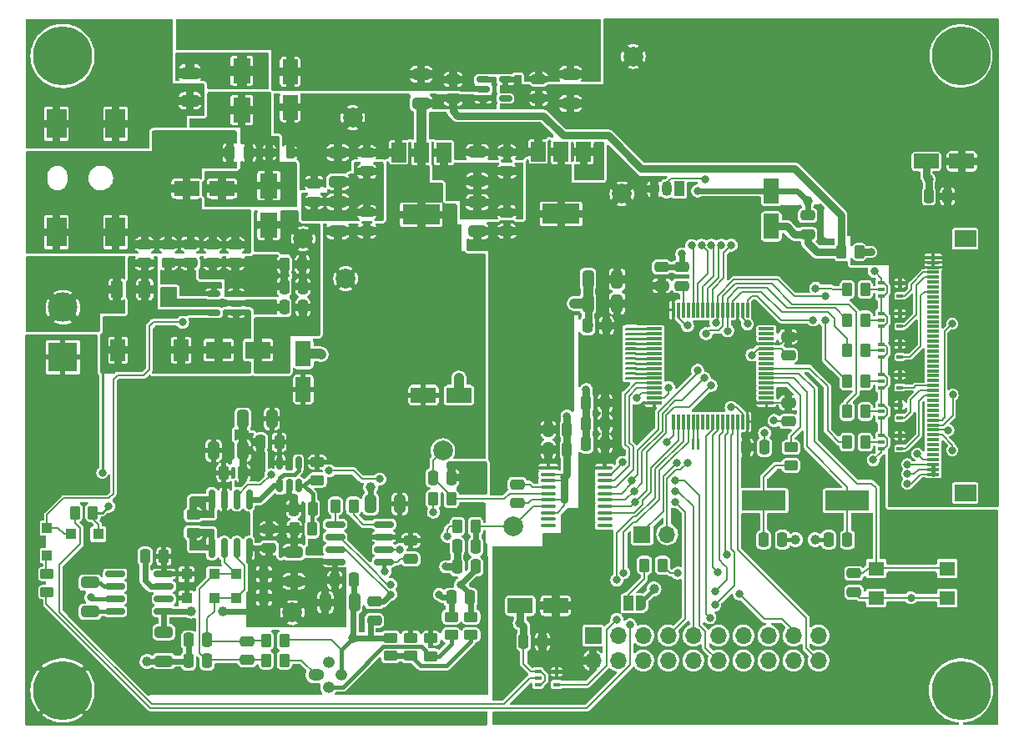
<source format=gbr>
%TF.GenerationSoftware,KiCad,Pcbnew,(6.0.8)*%
%TF.CreationDate,2023-04-21T14:35:48+02:00*%
%TF.ProjectId,Thermometer_IR_v2,54686572-6d6f-46d6-9574-65725f49525f,rev?*%
%TF.SameCoordinates,Original*%
%TF.FileFunction,Copper,L1,Top*%
%TF.FilePolarity,Positive*%
%FSLAX46Y46*%
G04 Gerber Fmt 4.6, Leading zero omitted, Abs format (unit mm)*
G04 Created by KiCad (PCBNEW (6.0.8)) date 2023-04-21 14:35:48*
%MOMM*%
%LPD*%
G01*
G04 APERTURE LIST*
G04 Aperture macros list*
%AMRoundRect*
0 Rectangle with rounded corners*
0 $1 Rounding radius*
0 $2 $3 $4 $5 $6 $7 $8 $9 X,Y pos of 4 corners*
0 Add a 4 corners polygon primitive as box body*
4,1,4,$2,$3,$4,$5,$6,$7,$8,$9,$2,$3,0*
0 Add four circle primitives for the rounded corners*
1,1,$1+$1,$2,$3*
1,1,$1+$1,$4,$5*
1,1,$1+$1,$6,$7*
1,1,$1+$1,$8,$9*
0 Add four rect primitives between the rounded corners*
20,1,$1+$1,$2,$3,$4,$5,0*
20,1,$1+$1,$4,$5,$6,$7,0*
20,1,$1+$1,$6,$7,$8,$9,0*
20,1,$1+$1,$8,$9,$2,$3,0*%
%AMFreePoly0*
4,1,22,0.550000,-0.750000,0.000000,-0.750000,0.000000,-0.745033,-0.079941,-0.743568,-0.215256,-0.701293,-0.333266,-0.622738,-0.424486,-0.514219,-0.481581,-0.384460,-0.499164,-0.250000,-0.500000,-0.250000,-0.500000,0.250000,-0.499164,0.250000,-0.499963,0.256109,-0.478152,0.396186,-0.417904,0.524511,-0.324060,0.630769,-0.204165,0.706417,-0.067858,0.745374,0.000000,0.744959,0.000000,0.750000,
0.550000,0.750000,0.550000,-0.750000,0.550000,-0.750000,$1*%
%AMFreePoly1*
4,1,20,0.000000,0.744959,0.073905,0.744508,0.209726,0.703889,0.328688,0.626782,0.421226,0.519385,0.479903,0.390333,0.500000,0.250000,0.500000,-0.250000,0.499851,-0.262216,0.476331,-0.402017,0.414519,-0.529596,0.319384,-0.634700,0.198574,-0.708877,0.061801,-0.746166,0.000000,-0.745033,0.000000,-0.750000,-0.550000,-0.750000,-0.550000,0.750000,0.000000,0.750000,0.000000,0.744959,
0.000000,0.744959,$1*%
G04 Aperture macros list end*
%TA.AperFunction,NonConductor*%
%ADD10C,0.200000*%
%TD*%
%TA.AperFunction,SMDPad,CuDef*%
%ADD11RoundRect,0.250000X0.450000X-0.262500X0.450000X0.262500X-0.450000X0.262500X-0.450000X-0.262500X0*%
%TD*%
%TA.AperFunction,SMDPad,CuDef*%
%ADD12RoundRect,0.250000X-0.250000X-0.475000X0.250000X-0.475000X0.250000X0.475000X-0.250000X0.475000X0*%
%TD*%
%TA.AperFunction,SMDPad,CuDef*%
%ADD13RoundRect,0.250000X-0.650000X0.325000X-0.650000X-0.325000X0.650000X-0.325000X0.650000X0.325000X0*%
%TD*%
%TA.AperFunction,SMDPad,CuDef*%
%ADD14RoundRect,0.250000X0.262500X0.450000X-0.262500X0.450000X-0.262500X-0.450000X0.262500X-0.450000X0*%
%TD*%
%TA.AperFunction,SMDPad,CuDef*%
%ADD15RoundRect,0.250000X-0.475000X0.250000X-0.475000X-0.250000X0.475000X-0.250000X0.475000X0.250000X0*%
%TD*%
%TA.AperFunction,SMDPad,CuDef*%
%ADD16RoundRect,0.218750X-0.218750X-0.381250X0.218750X-0.381250X0.218750X0.381250X-0.218750X0.381250X0*%
%TD*%
%TA.AperFunction,SMDPad,CuDef*%
%ADD17RoundRect,0.250000X-0.375000X-0.625000X0.375000X-0.625000X0.375000X0.625000X-0.375000X0.625000X0*%
%TD*%
%TA.AperFunction,SMDPad,CuDef*%
%ADD18RoundRect,0.250000X0.250000X0.475000X-0.250000X0.475000X-0.250000X-0.475000X0.250000X-0.475000X0*%
%TD*%
%TA.AperFunction,ComponentPad*%
%ADD19R,1.700000X1.700000*%
%TD*%
%TA.AperFunction,ComponentPad*%
%ADD20O,1.700000X1.700000*%
%TD*%
%TA.AperFunction,SMDPad,CuDef*%
%ADD21RoundRect,0.250000X-0.450000X0.262500X-0.450000X-0.262500X0.450000X-0.262500X0.450000X0.262500X0*%
%TD*%
%TA.AperFunction,SMDPad,CuDef*%
%ADD22R,0.650000X0.400000*%
%TD*%
%TA.AperFunction,SMDPad,CuDef*%
%ADD23RoundRect,0.250000X0.325000X0.650000X-0.325000X0.650000X-0.325000X-0.650000X0.325000X-0.650000X0*%
%TD*%
%TA.AperFunction,SMDPad,CuDef*%
%ADD24RoundRect,0.250000X0.475000X-0.250000X0.475000X0.250000X-0.475000X0.250000X-0.475000X-0.250000X0*%
%TD*%
%TA.AperFunction,SMDPad,CuDef*%
%ADD25RoundRect,0.150000X-0.825000X-0.150000X0.825000X-0.150000X0.825000X0.150000X-0.825000X0.150000X0*%
%TD*%
%TA.AperFunction,SMDPad,CuDef*%
%ADD26RoundRect,0.250000X-0.262500X-0.450000X0.262500X-0.450000X0.262500X0.450000X-0.262500X0.450000X0*%
%TD*%
%TA.AperFunction,SMDPad,CuDef*%
%ADD27RoundRect,0.250000X0.550000X-1.050000X0.550000X1.050000X-0.550000X1.050000X-0.550000X-1.050000X0*%
%TD*%
%TA.AperFunction,SMDPad,CuDef*%
%ADD28RoundRect,0.250000X1.050000X0.550000X-1.050000X0.550000X-1.050000X-0.550000X1.050000X-0.550000X0*%
%TD*%
%TA.AperFunction,SMDPad,CuDef*%
%ADD29RoundRect,0.250000X0.650000X-0.325000X0.650000X0.325000X-0.650000X0.325000X-0.650000X-0.325000X0*%
%TD*%
%TA.AperFunction,SMDPad,CuDef*%
%ADD30RoundRect,0.150000X0.150000X-0.512500X0.150000X0.512500X-0.150000X0.512500X-0.150000X-0.512500X0*%
%TD*%
%TA.AperFunction,SMDPad,CuDef*%
%ADD31RoundRect,0.250000X0.625000X-0.375000X0.625000X0.375000X-0.625000X0.375000X-0.625000X-0.375000X0*%
%TD*%
%TA.AperFunction,SMDPad,CuDef*%
%ADD32R,1.100000X1.100000*%
%TD*%
%TA.AperFunction,ComponentPad*%
%ADD33C,0.800000*%
%TD*%
%TA.AperFunction,ComponentPad*%
%ADD34C,6.000000*%
%TD*%
%TA.AperFunction,SMDPad,CuDef*%
%ADD35RoundRect,0.075000X0.700000X0.075000X-0.700000X0.075000X-0.700000X-0.075000X0.700000X-0.075000X0*%
%TD*%
%TA.AperFunction,SMDPad,CuDef*%
%ADD36RoundRect,0.075000X0.075000X0.700000X-0.075000X0.700000X-0.075000X-0.700000X0.075000X-0.700000X0*%
%TD*%
%TA.AperFunction,SMDPad,CuDef*%
%ADD37C,2.000000*%
%TD*%
%TA.AperFunction,ComponentPad*%
%ADD38O,1.600000X1.200000*%
%TD*%
%TA.AperFunction,ComponentPad*%
%ADD39O,1.200000X1.200000*%
%TD*%
%TA.AperFunction,SMDPad,CuDef*%
%ADD40R,4.500000X2.000000*%
%TD*%
%TA.AperFunction,SMDPad,CuDef*%
%ADD41R,1.600000X1.400000*%
%TD*%
%TA.AperFunction,ComponentPad*%
%ADD42R,3.000000X3.000000*%
%TD*%
%TA.AperFunction,ComponentPad*%
%ADD43C,3.000000*%
%TD*%
%TA.AperFunction,SMDPad,CuDef*%
%ADD44R,1.800000X2.500000*%
%TD*%
%TA.AperFunction,SMDPad,CuDef*%
%ADD45RoundRect,0.100000X-0.637500X-0.100000X0.637500X-0.100000X0.637500X0.100000X-0.637500X0.100000X0*%
%TD*%
%TA.AperFunction,SMDPad,CuDef*%
%ADD46RoundRect,0.150000X0.512500X0.150000X-0.512500X0.150000X-0.512500X-0.150000X0.512500X-0.150000X0*%
%TD*%
%TA.AperFunction,SMDPad,CuDef*%
%ADD47RoundRect,0.150000X-0.512500X-0.150000X0.512500X-0.150000X0.512500X0.150000X-0.512500X0.150000X0*%
%TD*%
%TA.AperFunction,ComponentPad*%
%ADD48R,1.050000X1.500000*%
%TD*%
%TA.AperFunction,ComponentPad*%
%ADD49O,1.050000X1.500000*%
%TD*%
%TA.AperFunction,SMDPad,CuDef*%
%ADD50R,1.500000X2.000000*%
%TD*%
%TA.AperFunction,SMDPad,CuDef*%
%ADD51R,3.800000X2.000000*%
%TD*%
%TA.AperFunction,SMDPad,CuDef*%
%ADD52RoundRect,0.250000X-1.050000X-0.550000X1.050000X-0.550000X1.050000X0.550000X-1.050000X0.550000X0*%
%TD*%
%TA.AperFunction,SMDPad,CuDef*%
%ADD53R,1.300000X0.300000*%
%TD*%
%TA.AperFunction,SMDPad,CuDef*%
%ADD54R,2.200000X1.800000*%
%TD*%
%TA.AperFunction,SMDPad,CuDef*%
%ADD55RoundRect,0.150000X0.150000X-0.825000X0.150000X0.825000X-0.150000X0.825000X-0.150000X-0.825000X0*%
%TD*%
%TA.AperFunction,SMDPad,CuDef*%
%ADD56FreePoly0,180.000000*%
%TD*%
%TA.AperFunction,SMDPad,CuDef*%
%ADD57R,1.000000X1.500000*%
%TD*%
%TA.AperFunction,SMDPad,CuDef*%
%ADD58FreePoly1,180.000000*%
%TD*%
%TA.AperFunction,SMDPad,CuDef*%
%ADD59R,2.000000X3.000000*%
%TD*%
%TA.AperFunction,SMDPad,CuDef*%
%ADD60R,2.500000X1.800000*%
%TD*%
%TA.AperFunction,SMDPad,CuDef*%
%ADD61RoundRect,0.250000X-0.325000X-0.650000X0.325000X-0.650000X0.325000X0.650000X-0.325000X0.650000X0*%
%TD*%
%TA.AperFunction,SMDPad,CuDef*%
%ADD62R,1.500000X2.200000*%
%TD*%
%TA.AperFunction,ViaPad*%
%ADD63C,1.000000*%
%TD*%
%TA.AperFunction,ViaPad*%
%ADD64C,0.800000*%
%TD*%
%TA.AperFunction,Conductor*%
%ADD65C,0.200000*%
%TD*%
%TA.AperFunction,Conductor*%
%ADD66C,0.400000*%
%TD*%
%TA.AperFunction,Conductor*%
%ADD67C,0.600000*%
%TD*%
%TA.AperFunction,Conductor*%
%ADD68C,0.800000*%
%TD*%
%TA.AperFunction,Conductor*%
%ADD69C,1.000000*%
%TD*%
%TA.AperFunction,Conductor*%
%ADD70C,0.250000*%
%TD*%
G04 APERTURE END LIST*
D10*
G36*
X175125000Y-78650000D02*
G01*
X174125000Y-78650000D01*
X174125000Y-78550000D01*
X175125000Y-78550000D01*
X175125000Y-78650000D01*
G37*
X175125000Y-78650000D02*
X174125000Y-78650000D01*
X174125000Y-78550000D01*
X175125000Y-78550000D01*
X175125000Y-78650000D01*
G36*
X175125000Y-80660000D02*
G01*
X174125000Y-80660000D01*
X174125000Y-80560000D01*
X175125000Y-80560000D01*
X175125000Y-80660000D01*
G37*
X175125000Y-80660000D02*
X174125000Y-80660000D01*
X174125000Y-80560000D01*
X175125000Y-80560000D01*
X175125000Y-80660000D01*
G36*
X175125000Y-79160000D02*
G01*
X174125000Y-79160000D01*
X174125000Y-79060000D01*
X175125000Y-79060000D01*
X175125000Y-79160000D01*
G37*
X175125000Y-79160000D02*
X174125000Y-79160000D01*
X174125000Y-79060000D01*
X175125000Y-79060000D01*
X175125000Y-79160000D01*
G36*
X181510000Y-90770000D02*
G01*
X181410000Y-90770000D01*
X181410000Y-89770000D01*
X181510000Y-89770000D01*
X181510000Y-90770000D01*
G37*
X181510000Y-90770000D02*
X181410000Y-90770000D01*
X181410000Y-89770000D01*
X181510000Y-89770000D01*
X181510000Y-90770000D01*
G36*
X175125000Y-83160000D02*
G01*
X174125000Y-83160000D01*
X174125000Y-83060000D01*
X175125000Y-83060000D01*
X175125000Y-83160000D01*
G37*
X175125000Y-83160000D02*
X174125000Y-83160000D01*
X174125000Y-83060000D01*
X175125000Y-83060000D01*
X175125000Y-83160000D01*
G36*
X175125000Y-83660000D02*
G01*
X174125000Y-83660000D01*
X174125000Y-83560000D01*
X175125000Y-83560000D01*
X175125000Y-83660000D01*
G37*
X175125000Y-83660000D02*
X174125000Y-83660000D01*
X174125000Y-83560000D01*
X175125000Y-83560000D01*
X175125000Y-83660000D01*
G36*
X175125000Y-79660000D02*
G01*
X174125000Y-79660000D01*
X174125000Y-79560000D01*
X175125000Y-79560000D01*
X175125000Y-79660000D01*
G37*
X175125000Y-79660000D02*
X174125000Y-79660000D01*
X174125000Y-79560000D01*
X175125000Y-79560000D01*
X175125000Y-79660000D01*
G36*
X175125000Y-81650000D02*
G01*
X174125000Y-81650000D01*
X174125000Y-81550000D01*
X175125000Y-81550000D01*
X175125000Y-81650000D01*
G37*
X175125000Y-81650000D02*
X174125000Y-81650000D01*
X174125000Y-81550000D01*
X175125000Y-81550000D01*
X175125000Y-81650000D01*
G36*
X175125000Y-80160000D02*
G01*
X174125000Y-80160000D01*
X174125000Y-80060000D01*
X175125000Y-80060000D01*
X175125000Y-80160000D01*
G37*
X175125000Y-80160000D02*
X174125000Y-80160000D01*
X174125000Y-80060000D01*
X175125000Y-80060000D01*
X175125000Y-80160000D01*
G36*
X181000000Y-90770000D02*
G01*
X180900000Y-90770000D01*
X180900000Y-89770000D01*
X181000000Y-89770000D01*
X181000000Y-90770000D01*
G37*
X181000000Y-90770000D02*
X180900000Y-90770000D01*
X180900000Y-89770000D01*
X181000000Y-89770000D01*
X181000000Y-90770000D01*
G36*
X175125000Y-82160000D02*
G01*
X174125000Y-82160000D01*
X174125000Y-82060000D01*
X175125000Y-82060000D01*
X175125000Y-82160000D01*
G37*
X175125000Y-82160000D02*
X174125000Y-82160000D01*
X174125000Y-82060000D01*
X175125000Y-82060000D01*
X175125000Y-82160000D01*
G36*
X175125000Y-82660000D02*
G01*
X174125000Y-82660000D01*
X174125000Y-82560000D01*
X175125000Y-82560000D01*
X175125000Y-82660000D01*
G37*
X175125000Y-82660000D02*
X174125000Y-82660000D01*
X174125000Y-82560000D01*
X175125000Y-82560000D01*
X175125000Y-82660000D01*
G36*
X175125000Y-81150000D02*
G01*
X174125000Y-81150000D01*
X174125000Y-81050000D01*
X175125000Y-81050000D01*
X175125000Y-81150000D01*
G37*
X175125000Y-81150000D02*
X174125000Y-81150000D01*
X174125000Y-81050000D01*
X175125000Y-81050000D01*
X175125000Y-81150000D01*
D11*
%TO.P,R30,1*%
%TO.N,Net-(U8-Pad4)*%
X127700000Y-71862500D03*
%TO.P,R30,2*%
%TO.N,GND*%
X127700000Y-70037500D03*
%TD*%
D12*
%TO.P,C30,1*%
%TO.N,GND*%
X157000000Y-102750000D03*
%TO.P,C30,2*%
%TO.N,Net-(C30-Pad2)*%
X158900000Y-102750000D03*
%TD*%
D13*
%TO.P,C28,1*%
%TO.N,GND*%
X140450000Y-101266350D03*
%TO.P,C28,2*%
%TO.N,-5V*%
X140450000Y-104216350D03*
%TD*%
D14*
%TO.P,R5,1*%
%TO.N,GND*%
X139462500Y-110250000D03*
%TO.P,R5,2*%
%TO.N,Net-(C22-Pad2)*%
X137637500Y-110250000D03*
%TD*%
D11*
%TO.P,R13,1*%
%TO.N,Net-(R10-Pad1)*%
X158400000Y-109662500D03*
%TO.P,R13,2*%
%TO.N,Net-(C30-Pad2)*%
X158400000Y-107837500D03*
%TD*%
D15*
%TO.P,C27,1*%
%TO.N,GND*%
X137919400Y-98923761D03*
%TO.P,C27,2*%
%TO.N,-5V*%
X137919400Y-100823761D03*
%TD*%
D12*
%TO.P,C20,1*%
%TO.N,GND*%
X137050000Y-90100000D03*
%TO.P,C20,2*%
%TO.N,+5V*%
X138950000Y-90100000D03*
%TD*%
D16*
%TO.P,FB1,1*%
%TO.N,Net-(C45-Pad1)*%
X137947100Y-60712664D03*
%TO.P,FB1,2*%
%TO.N,/Power supply/VIN*%
X140072100Y-60712664D03*
%TD*%
D17*
%TO.P,F2,1*%
%TO.N,Net-(BT1-Pad1)*%
X122496412Y-74600000D03*
%TO.P,F2,2*%
%TO.N,Net-(C43-Pad1)*%
X125296412Y-74600000D03*
%TD*%
D18*
%TO.P,C7,1*%
%TO.N,/MCU/OSC_OUT*%
X196600000Y-99997764D03*
%TO.P,C7,2*%
%TO.N,GND*%
X194700000Y-99997764D03*
%TD*%
D19*
%TO.P,J2,1,Pin_1*%
%TO.N,GND*%
X170800000Y-109735264D03*
D20*
%TO.P,J2,2,Pin_2*%
%TO.N,+3V3*%
X170800000Y-112275264D03*
%TO.P,J2,3,Pin_3*%
%TO.N,unconnected-(J2-Pad3)*%
X173340000Y-109735264D03*
%TO.P,J2,4,Pin_4*%
%TO.N,unconnected-(J2-Pad4)*%
X173340000Y-112275264D03*
%TO.P,J2,5,Pin_5*%
%TO.N,/SDA*%
X175880000Y-109735264D03*
%TO.P,J2,6,Pin_6*%
%TO.N,unconnected-(J2-Pad6)*%
X175880000Y-112275264D03*
%TO.P,J2,7,Pin_7*%
%TO.N,/SPI_CLK*%
X178420000Y-109735264D03*
%TO.P,J2,8,Pin_8*%
%TO.N,/SCL*%
X178420000Y-112275264D03*
%TO.P,J2,9,Pin_9*%
%TO.N,/MOSI*%
X180960000Y-109735264D03*
%TO.P,J2,10,Pin_10*%
%TO.N,/~{LEPTON_CS}*%
X180960000Y-112275264D03*
%TO.P,J2,11,Pin_11*%
%TO.N,unconnected-(J2-Pad11)*%
X183500000Y-109735264D03*
%TO.P,J2,12,Pin_12*%
%TO.N,/MISO*%
X183500000Y-112275264D03*
%TO.P,J2,13,Pin_13*%
%TO.N,unconnected-(J2-Pad13)*%
X186040000Y-109735264D03*
%TO.P,J2,14,Pin_14*%
%TO.N,unconnected-(J2-Pad14)*%
X186040000Y-112275264D03*
%TO.P,J2,15,Pin_15*%
%TO.N,unconnected-(J2-Pad15)*%
X188580000Y-109735264D03*
%TO.P,J2,16,Pin_16*%
%TO.N,unconnected-(J2-Pad16)*%
X188580000Y-112275264D03*
%TO.P,J2,17,Pin_17*%
%TO.N,/~{LEPTON_RST}*%
X191120000Y-109735264D03*
%TO.P,J2,18,Pin_18*%
%TO.N,unconnected-(J2-Pad18)*%
X191120000Y-112275264D03*
%TO.P,J2,19,Pin_19*%
%TO.N,GND*%
X193660000Y-109735264D03*
%TO.P,J2,20,Pin_20*%
%TO.N,/~{LEPTON_PW_DWN}*%
X193660000Y-112275264D03*
%TD*%
D14*
%TO.P,R4,1*%
%TO.N,Net-(R4-Pad1)*%
X139462500Y-112250264D03*
%TO.P,R4,2*%
%TO.N,Net-(C21-Pad2)*%
X137637500Y-112250264D03*
%TD*%
D21*
%TO.P,R12,1*%
%TO.N,+5V*%
X154335856Y-109987500D03*
%TO.P,R12,2*%
%TO.N,Net-(R12-Pad2)*%
X154335856Y-111812500D03*
%TD*%
D22*
%TO.P,U19,1*%
%TO.N,GND*%
X165200000Y-113400000D03*
%TO.P,U19,2*%
%TO.N,Net-(R28-Pad2)*%
X165200000Y-114050000D03*
%TO.P,U19,3,GND*%
%TO.N,GND*%
X165200000Y-114700000D03*
%TO.P,U19,4*%
%TO.N,/PWR_OFF*%
X167100000Y-114700000D03*
%TO.P,U19,5,VCC*%
%TO.N,+3V3*%
X167100000Y-113400000D03*
%TD*%
D15*
%TO.P,C33,1*%
%TO.N,Net-(C33-Pad1)*%
X163112500Y-94385264D03*
%TO.P,C33,2*%
%TO.N,GND*%
X163112500Y-96285264D03*
%TD*%
D23*
%TO.P,C48,1*%
%TO.N,+5V*%
X151175000Y-96375000D03*
%TO.P,C48,2*%
%TO.N,GND*%
X148225000Y-96375000D03*
%TD*%
D24*
%TO.P,C71,1*%
%TO.N,Net-(U8-Pad4)*%
X129950000Y-71900000D03*
%TO.P,C71,2*%
%TO.N,GND*%
X129950000Y-70000000D03*
%TD*%
D25*
%TO.P,U10,1,NC*%
%TO.N,unconnected-(U10-Pad1)*%
X122300000Y-103480000D03*
%TO.P,U10,2,CAP+*%
%TO.N,Net-(C59-Pad1)*%
X122300000Y-104750000D03*
%TO.P,U10,3,GND*%
%TO.N,GND*%
X122300000Y-106020000D03*
%TO.P,U10,4,CAP-*%
%TO.N,Net-(C59-Pad2)*%
X122300000Y-107290000D03*
%TO.P,U10,5,VOUT*%
%TO.N,-5V*%
X127250000Y-107290000D03*
%TO.P,U10,6,LV*%
%TO.N,unconnected-(U10-Pad6)*%
X127250000Y-106020000D03*
%TO.P,U10,7,OSC*%
%TO.N,Net-(C57-Pad2)*%
X127250000Y-104750000D03*
%TO.P,U10,8,V+*%
%TO.N,+5V*%
X127250000Y-103480000D03*
%TD*%
D14*
%TO.P,R28,1*%
%TO.N,Net-(D8-Pad2)*%
X120062500Y-97250000D03*
%TO.P,R28,2*%
%TO.N,Net-(R28-Pad2)*%
X118237500Y-97250000D03*
%TD*%
D26*
%TO.P,R2,1*%
%TO.N,Net-(R2-Pad1)*%
X176012500Y-102600000D03*
%TO.P,R2,2*%
%TO.N,/MCU/BOOT0*%
X177837500Y-102600000D03*
%TD*%
D21*
%TO.P,R9,1*%
%TO.N,+5V*%
X152285856Y-109967500D03*
%TO.P,R9,2*%
%TO.N,Net-(R10-Pad1)*%
X152285856Y-111792500D03*
%TD*%
D27*
%TO.P,C65,1*%
%TO.N,+5V*%
X188875000Y-68200264D03*
%TO.P,C65,2*%
%TO.N,GND*%
X188875000Y-64600264D03*
%TD*%
D26*
%TO.P,R22,1*%
%TO.N,/~{DISPLAY_CS}*%
X196575000Y-74603887D03*
%TO.P,R22,2*%
%TO.N,Net-(R22-Pad2)*%
X198400000Y-74603887D03*
%TD*%
D28*
%TO.P,C63,1*%
%TO.N,+2V8*%
X208200000Y-61600264D03*
%TO.P,C63,2*%
%TO.N,GND*%
X204600000Y-61600264D03*
%TD*%
D24*
%TO.P,C22,1*%
%TO.N,Net-(C21-Pad2)*%
X135700000Y-112200000D03*
%TO.P,C22,2*%
%TO.N,Net-(C22-Pad2)*%
X135700000Y-110300000D03*
%TD*%
D12*
%TO.P,C14,1*%
%TO.N,+3V3*%
X186300000Y-90610264D03*
%TO.P,C14,2*%
%TO.N,GND*%
X188200000Y-90610264D03*
%TD*%
D29*
%TO.P,C61,1*%
%TO.N,GND*%
X127250000Y-112325000D03*
%TO.P,C61,2*%
%TO.N,-5V*%
X127250000Y-109375000D03*
%TD*%
D24*
%TO.P,C43,1*%
%TO.N,Net-(C43-Pad1)*%
X125300000Y-71910264D03*
%TO.P,C43,2*%
%TO.N,GND*%
X125300000Y-70010264D03*
%TD*%
D30*
%TO.P,U4,1*%
%TO.N,/Analog/Ref*%
X139019400Y-94523761D03*
%TO.P,U4,2,V-*%
%TO.N,GND*%
X139969400Y-94523761D03*
%TO.P,U4,3,+*%
%TO.N,Net-(C24-Pad1)*%
X140919400Y-94523761D03*
%TO.P,U4,4,-*%
%TO.N,/Analog/Ref*%
X140919400Y-92248761D03*
%TO.P,U4,5,V+*%
%TO.N,+5V*%
X139019400Y-92248761D03*
%TD*%
D31*
%TO.P,F1,1*%
%TO.N,/Power supply/7V-12V*%
X129894374Y-55450000D03*
%TO.P,F1,2*%
%TO.N,Net-(D5-Pad2)*%
X129894374Y-52650000D03*
%TD*%
D18*
%TO.P,C17,1*%
%TO.N,+3V3*%
X172000000Y-86110264D03*
%TO.P,C17,2*%
%TO.N,GND*%
X170100000Y-86110264D03*
%TD*%
D15*
%TO.P,C16,1*%
%TO.N,+3V3*%
X190600000Y-79400264D03*
%TO.P,C16,2*%
%TO.N,GND*%
X190600000Y-81300264D03*
%TD*%
D32*
%TO.P,D8,1,K*%
%TO.N,Net-(U8-Pad4)*%
X117800000Y-99450000D03*
%TO.P,D8,2,A*%
%TO.N,Net-(D8-Pad2)*%
X120600000Y-99450000D03*
%TD*%
D33*
%TO.P,H2,1,1*%
%TO.N,GND*%
X115384010Y-49309010D03*
X116975000Y-48650000D03*
X118565990Y-52490990D03*
X116975000Y-53150000D03*
X115384010Y-52490990D03*
X114725000Y-50900000D03*
X119225000Y-50900000D03*
D34*
X116975000Y-50900000D03*
D33*
X118565990Y-49309010D03*
%TD*%
D11*
%TO.P,R19,1*%
%TO.N,Net-(C53-Pad2)*%
X132200000Y-71872764D03*
%TO.P,R19,2*%
%TO.N,GND*%
X132200000Y-70047764D03*
%TD*%
D18*
%TO.P,C24,1*%
%TO.N,Net-(C24-Pad1)*%
X142337500Y-96841350D03*
%TO.P,C24,2*%
%TO.N,GND*%
X140437500Y-96841350D03*
%TD*%
D11*
%TO.P,R20,1*%
%TO.N,Net-(C53-Pad2)*%
X134500000Y-71872764D03*
%TO.P,R20,2*%
%TO.N,GND*%
X134500000Y-70047764D03*
%TD*%
D35*
%TO.P,U1,1,VBAT*%
%TO.N,+3V3*%
X188375000Y-86110264D03*
%TO.P,U1,2,PC13*%
%TO.N,unconnected-(U1-Pad2)*%
X188375000Y-85610264D03*
%TO.P,U1,3,PC14*%
%TO.N,unconnected-(U1-Pad3)*%
X188375000Y-85110264D03*
%TO.P,U1,4,PC15*%
%TO.N,unconnected-(U1-Pad4)*%
X188375000Y-84610264D03*
%TO.P,U1,5,PH0*%
%TO.N,/MCU/OSC_IN*%
X188375000Y-84110264D03*
%TO.P,U1,6,PH1*%
%TO.N,/MCU/OSC_OUT*%
X188375000Y-83610264D03*
%TO.P,U1,7,NRST*%
%TO.N,/MCU/~{MCU_RST}*%
X188375000Y-83110264D03*
%TO.P,U1,8,PC0*%
%TO.N,/MCU/DISPLAY_TE*%
X188375000Y-82610264D03*
%TO.P,U1,9,PC1*%
%TO.N,unconnected-(U1-Pad9)*%
X188375000Y-82110264D03*
%TO.P,U1,10,PC2*%
%TO.N,unconnected-(U1-Pad10)*%
X188375000Y-81610264D03*
%TO.P,U1,11,PC3*%
%TO.N,unconnected-(U1-Pad11)*%
X188375000Y-81110264D03*
%TO.P,U1,12,VSSA*%
%TO.N,GND*%
X188375000Y-80610264D03*
%TO.P,U1,13,VDDA*%
%TO.N,+3V3*%
X188375000Y-80110264D03*
%TO.P,U1,14,PA0*%
%TO.N,unconnected-(U1-Pad14)*%
X188375000Y-79610264D03*
%TO.P,U1,15,PA1*%
%TO.N,unconnected-(U1-Pad15)*%
X188375000Y-79110264D03*
%TO.P,U1,16,PA2*%
%TO.N,unconnected-(U1-Pad16)*%
X188375000Y-78610264D03*
D36*
%TO.P,U1,17,PA3*%
%TO.N,/~{DISPLAY_CS}*%
X186450000Y-76685264D03*
%TO.P,U1,18,VSS*%
%TO.N,GND*%
X185950000Y-76685264D03*
%TO.P,U1,19,VDD*%
%TO.N,+3V3*%
X185450000Y-76685264D03*
%TO.P,U1,20,PA4*%
%TO.N,/MCU/~{DISPLAY_RST}*%
X184950000Y-76685264D03*
%TO.P,U1,21,PA5*%
%TO.N,/SPI_CLK*%
X184450000Y-76685264D03*
%TO.P,U1,22,PA6*%
%TO.N,/MISO*%
X183950000Y-76685264D03*
%TO.P,U1,23,PA7*%
%TO.N,/MOSI*%
X183450000Y-76685264D03*
%TO.P,U1,24,PC4*%
%TO.N,/MCU/BUTT_SELECT*%
X182950000Y-76685264D03*
%TO.P,U1,25,PC5*%
%TO.N,/MCU/BUTT_+*%
X182450000Y-76685264D03*
%TO.P,U1,26,PB0*%
%TO.N,/MCU/BUTT_RUN*%
X181950000Y-76685264D03*
%TO.P,U1,27,PB1*%
%TO.N,/MCU/BUTT_-*%
X181450000Y-76685264D03*
%TO.P,U1,28,PB2*%
%TO.N,/MCU/TEMP*%
X180950000Y-76685264D03*
%TO.P,U1,29,PB10*%
%TO.N,unconnected-(U1-Pad29)*%
X180450000Y-76685264D03*
%TO.P,U1,30,VCAP1*%
%TO.N,Net-(C10-Pad1)*%
X179950000Y-76685264D03*
%TO.P,U1,31,VSS*%
%TO.N,GND*%
X179450000Y-76685264D03*
%TO.P,U1,32,VDD*%
%TO.N,+3V3*%
X178950000Y-76685264D03*
D35*
%TO.P,U1,33,PB12*%
%TO.N,unconnected-(U1-Pad33)*%
X177025000Y-78610264D03*
%TO.P,U1,34,PB13*%
%TO.N,unconnected-(U1-Pad34)*%
X177025000Y-79110264D03*
%TO.P,U1,35,PB14*%
%TO.N,unconnected-(U1-Pad35)*%
X177025000Y-79610264D03*
%TO.P,U1,36,PB15*%
%TO.N,unconnected-(U1-Pad36)*%
X177025000Y-80110264D03*
%TO.P,U1,37,PC6*%
%TO.N,unconnected-(U1-Pad37)*%
X177025000Y-80610264D03*
%TO.P,U1,38,PC7*%
%TO.N,unconnected-(U1-Pad38)*%
X177025000Y-81110264D03*
%TO.P,U1,39,PC8*%
%TO.N,unconnected-(U1-Pad39)*%
X177025000Y-81610264D03*
%TO.P,U1,40,PC9*%
%TO.N,unconnected-(U1-Pad40)*%
X177025000Y-82110264D03*
%TO.P,U1,41,PA8*%
%TO.N,unconnected-(U1-Pad41)*%
X177025000Y-82610264D03*
%TO.P,U1,42,PA9*%
%TO.N,unconnected-(U1-Pad42)*%
X177025000Y-83110264D03*
%TO.P,U1,43,PA10*%
%TO.N,unconnected-(U1-Pad43)*%
X177025000Y-83610264D03*
%TO.P,U1,44,PA11*%
%TO.N,/Analog/ADC_MCLKIN*%
X177025000Y-84110264D03*
%TO.P,U1,45,PA12*%
%TO.N,/Analog/ADC_IRQ{slash}MDAT*%
X177025000Y-84610264D03*
%TO.P,U1,46,PA13*%
%TO.N,/MCU/SWDIO*%
X177025000Y-85110264D03*
%TO.P,U1,47,VSS*%
%TO.N,GND*%
X177025000Y-85610264D03*
%TO.P,U1,48,VDD*%
%TO.N,+3V3*%
X177025000Y-86110264D03*
D36*
%TO.P,U1,49,PA14*%
%TO.N,/MCU/SWCLK*%
X178950000Y-88035264D03*
%TO.P,U1,50,PA15*%
%TO.N,/~{ADC_CS}*%
X179450000Y-88035264D03*
%TO.P,U1,51,PC10*%
%TO.N,/PWR_OFF*%
X179950000Y-88035264D03*
%TO.P,U1,52,PC11*%
%TO.N,/PWR_HOLD*%
X180450000Y-88035264D03*
%TO.P,U1,53,PC12*%
%TO.N,unconnected-(U1-Pad53)*%
X180950000Y-88035264D03*
%TO.P,U1,54,PD2*%
%TO.N,unconnected-(U1-Pad54)*%
X181450000Y-88035264D03*
%TO.P,U1,55,PB3*%
%TO.N,unconnected-(U1-Pad55)*%
X181950000Y-88035264D03*
%TO.P,U1,56,PB4*%
%TO.N,unconnected-(U1-Pad56)*%
X182450000Y-88035264D03*
%TO.P,U1,57,PB5*%
%TO.N,/~{LEPTON_CS}*%
X182950000Y-88035264D03*
%TO.P,U1,58,PB6*%
%TO.N,/~{LEPTON_RST}*%
X183450000Y-88035264D03*
%TO.P,U1,59,PB7*%
%TO.N,/SDA*%
X183950000Y-88035264D03*
%TO.P,U1,60,BOOT0*%
%TO.N,/MCU/BOOT0*%
X184450000Y-88035264D03*
%TO.P,U1,61,PB8*%
%TO.N,/SCL*%
X184950000Y-88035264D03*
%TO.P,U1,62,PB9*%
%TO.N,/~{LEPTON_PW_DWN}*%
X185450000Y-88035264D03*
%TO.P,U1,63,VSS*%
%TO.N,GND*%
X185950000Y-88035264D03*
%TO.P,U1,64,VDD*%
%TO.N,+3V3*%
X186450000Y-88035264D03*
%TD*%
D22*
%TO.P,U12,1*%
%TO.N,GND*%
X200025000Y-77050000D03*
%TO.P,U12,2*%
%TO.N,Net-(R21-Pad2)*%
X200025000Y-77700000D03*
%TO.P,U12,3,GND*%
%TO.N,GND*%
X200025000Y-78350000D03*
%TO.P,U12,4*%
%TO.N,/Display/DISP_SCL*%
X201925000Y-78350000D03*
%TO.P,U12,5,VCC*%
%TO.N,+2V8*%
X201925000Y-77050000D03*
%TD*%
D26*
%TO.P,R16,1*%
%TO.N,Net-(R16-Pad1)*%
X144662500Y-96575000D03*
%TO.P,R16,2*%
%TO.N,Net-(R16-Pad2)*%
X146487500Y-96575000D03*
%TD*%
D37*
%TO.P,TP4,1,1*%
%TO.N,/Power supply/VIN*%
X146400000Y-57160264D03*
%TD*%
D24*
%TO.P,C15,1*%
%TO.N,+3V3*%
X177750000Y-74225000D03*
%TO.P,C15,2*%
%TO.N,GND*%
X177750000Y-72325000D03*
%TD*%
D29*
%TO.P,C62,1*%
%TO.N,+2V8*%
X168500000Y-55715264D03*
%TO.P,C62,2*%
%TO.N,GND*%
X168500000Y-52765264D03*
%TD*%
D38*
%TO.P,U3,1,+*%
%TO.N,Net-(R4-Pad1)*%
X142699586Y-113724965D03*
D39*
%TO.P,U3,2*%
%TO.N,Net-(R12-Pad2)*%
X143969586Y-114994965D03*
%TO.P,U3,3,-*%
%TO.N,GND*%
X145239586Y-113724965D03*
%TO.P,U3,4*%
X143969586Y-112454965D03*
%TD*%
D12*
%TO.P,C35,1*%
%TO.N,+3V3*%
X166250000Y-90860264D03*
%TO.P,C35,2*%
%TO.N,GND*%
X168150000Y-90860264D03*
%TD*%
D40*
%TO.P,Y1,1,1*%
%TO.N,Net-(C3-Pad1)*%
X188100000Y-96047764D03*
%TO.P,Y1,2,2*%
%TO.N,/MCU/OSC_OUT*%
X196600000Y-96047764D03*
%TD*%
D22*
%TO.P,U15,1*%
%TO.N,GND*%
X200021000Y-83250000D03*
%TO.P,U15,2*%
%TO.N,Net-(R24-Pad2)*%
X200021000Y-83900000D03*
%TO.P,U15,3,GND*%
%TO.N,GND*%
X200021000Y-84550000D03*
%TO.P,U15,4*%
%TO.N,/Display/DISP_MOSI*%
X201921000Y-84550000D03*
%TO.P,U15,5,VCC*%
%TO.N,+2V8*%
X201921000Y-83250000D03*
%TD*%
D21*
%TO.P,R1,1*%
%TO.N,/MCU/OSC_IN*%
X190875000Y-90637764D03*
%TO.P,R1,2*%
%TO.N,Net-(C3-Pad1)*%
X190875000Y-92462764D03*
%TD*%
D18*
%TO.P,C23,1*%
%TO.N,Net-(C22-Pad2)*%
X131650000Y-110200000D03*
%TO.P,C23,2*%
%TO.N,GND*%
X129750000Y-110200000D03*
%TD*%
D41*
%TO.P,SW3,1,1*%
%TO.N,GND*%
X206725000Y-105925264D03*
X199525000Y-105925264D03*
%TO.P,SW3,2,2*%
%TO.N,/MCU/~{MCU_RST}*%
X206725000Y-102925264D03*
X199525000Y-102925264D03*
%TD*%
D18*
%TO.P,C64,1*%
%TO.N,+2V8*%
X206750000Y-65150264D03*
%TO.P,C64,2*%
%TO.N,GND*%
X204850000Y-65150264D03*
%TD*%
%TO.P,C26,1*%
%TO.N,GND*%
X135250000Y-93200000D03*
%TO.P,C26,2*%
%TO.N,+5V*%
X133350000Y-93200000D03*
%TD*%
D15*
%TO.P,C32,1*%
%TO.N,Net-(C31-Pad2)*%
X148600000Y-106300000D03*
%TO.P,C32,2*%
%TO.N,GND*%
X148600000Y-108200000D03*
%TD*%
D12*
%TO.P,C29,1*%
%TO.N,/Analog/SIG_THP*%
X154550000Y-93710264D03*
%TO.P,C29,2*%
%TO.N,GND*%
X156450000Y-93710264D03*
%TD*%
D15*
%TO.P,C47,1*%
%TO.N,/Power supply/VIN*%
X142500000Y-63810264D03*
%TO.P,C47,2*%
%TO.N,GND*%
X142500000Y-65710264D03*
%TD*%
D18*
%TO.P,C55,1*%
%TO.N,/Power supply/V_BOOST*%
X141362500Y-76410264D03*
%TO.P,C55,2*%
%TO.N,GND*%
X139462500Y-76410264D03*
%TD*%
D12*
%TO.P,C37,1*%
%TO.N,GND*%
X170100000Y-88210264D03*
%TO.P,C37,2*%
%TO.N,+3V3*%
X172000000Y-88210264D03*
%TD*%
D42*
%TO.P,J4,1,Pin_1*%
%TO.N,GND*%
X117000000Y-81490000D03*
D43*
%TO.P,J4,2,Pin_2*%
%TO.N,Net-(BT1-Pad1)*%
X117000000Y-76410000D03*
%TD*%
D19*
%TO.P,J3,1,Pin_1*%
%TO.N,/MCU/SWDIO*%
X175775000Y-99450264D03*
D20*
%TO.P,J3,2,Pin_2*%
%TO.N,/MCU/SWCLK*%
X178315000Y-99450264D03*
%TD*%
D23*
%TO.P,C19,1*%
%TO.N,+5V*%
X138200000Y-87750000D03*
%TO.P,C19,2*%
%TO.N,GND*%
X135250000Y-87750000D03*
%TD*%
D44*
%TO.P,D5,1,K*%
%TO.N,Net-(C45-Pad1)*%
X135160000Y-56396251D03*
%TO.P,D5,2,A*%
%TO.N,Net-(D5-Pad2)*%
X135160000Y-52396251D03*
%TD*%
D15*
%TO.P,C51,1*%
%TO.N,/Power supply/VIN*%
X162047400Y-60661864D03*
%TO.P,C51,2*%
%TO.N,GND*%
X162047400Y-62561864D03*
%TD*%
D28*
%TO.P,C45,1*%
%TO.N,Net-(C45-Pad1)*%
X133150000Y-64360264D03*
%TO.P,C45,2*%
%TO.N,GND*%
X129550000Y-64360264D03*
%TD*%
D45*
%TO.P,U6,1,AVDD*%
%TO.N,+3V3*%
X166250000Y-92710264D03*
%TO.P,U6,2,AGND*%
%TO.N,GND*%
X166250000Y-93360264D03*
%TO.P,U6,3,REFIN-*%
X166250000Y-94010264D03*
%TO.P,U6,4,REFIN+*%
%TO.N,Net-(C33-Pad1)*%
X166250000Y-94660264D03*
%TO.P,U6,5,CH0*%
%TO.N,/Analog/SIG_THP*%
X166250000Y-95310264D03*
%TO.P,U6,6,CH1*%
%TO.N,GND*%
X166250000Y-95960264D03*
%TO.P,U6,7,CH2*%
%TO.N,/Analog/SIG_NTC*%
X166250000Y-96610264D03*
%TO.P,U6,8,CH3*%
%TO.N,GND*%
X166250000Y-97260264D03*
%TO.P,U6,9,NC*%
%TO.N,unconnected-(U6-Pad9)*%
X166250000Y-97910264D03*
%TO.P,U6,10,NC*%
%TO.N,unconnected-(U6-Pad10)*%
X166250000Y-98560264D03*
%TO.P,U6,11,NC*%
%TO.N,unconnected-(U6-Pad11)*%
X171975000Y-98560264D03*
%TO.P,U6,12,NC*%
%TO.N,unconnected-(U6-Pad12)*%
X171975000Y-97910264D03*
%TO.P,U6,13,\u002ACS*%
%TO.N,/~{ADC_CS}*%
X171975000Y-97260264D03*
%TO.P,U6,14,SCK*%
%TO.N,/SPI_CLK*%
X171975000Y-96610264D03*
%TO.P,U6,15,SDI*%
%TO.N,/MOSI*%
X171975000Y-95960264D03*
%TO.P,U6,16,SDO*%
%TO.N,/MISO*%
X171975000Y-95310264D03*
%TO.P,U6,17,\u002AIRQ/MDAT*%
%TO.N,/Analog/ADC_IRQ{slash}MDAT*%
X171975000Y-94660264D03*
%TO.P,U6,18,MCLKIN*%
%TO.N,/Analog/ADC_MCLKIN*%
X171975000Y-94010264D03*
%TO.P,U6,19,DGND*%
%TO.N,GND*%
X171975000Y-93360264D03*
%TO.P,U6,20,DVDD*%
%TO.N,+3V3*%
X171975000Y-92710264D03*
%TD*%
D37*
%TO.P,TP8,1,1*%
%TO.N,+2V8*%
X174875000Y-50950000D03*
%TD*%
D18*
%TO.P,C57,1*%
%TO.N,+5V*%
X127250000Y-101690000D03*
%TO.P,C57,2*%
%TO.N,Net-(C57-Pad2)*%
X125350000Y-101690000D03*
%TD*%
%TO.P,C13,1*%
%TO.N,+3V3*%
X172150000Y-78275000D03*
%TO.P,C13,2*%
%TO.N,GND*%
X170250000Y-78275000D03*
%TD*%
D13*
%TO.P,C59,1*%
%TO.N,Net-(C59-Pad1)*%
X119775000Y-104360000D03*
%TO.P,C59,2*%
%TO.N,Net-(C59-Pad2)*%
X119775000Y-107310000D03*
%TD*%
D32*
%TO.P,D1,1,K*%
%TO.N,+5V*%
X129550000Y-105950000D03*
%TO.P,D1,2,A*%
%TO.N,Net-(C22-Pad2)*%
X132350000Y-105950000D03*
%TD*%
D26*
%TO.P,R24,1*%
%TO.N,/MOSI*%
X196575000Y-83900000D03*
%TO.P,R24,2*%
%TO.N,Net-(R24-Pad2)*%
X198400000Y-83900000D03*
%TD*%
D24*
%TO.P,C52,1*%
%TO.N,+3V3*%
X162047400Y-68688264D03*
%TO.P,C52,2*%
%TO.N,GND*%
X162047400Y-66788264D03*
%TD*%
D26*
%TO.P,R11,1*%
%TO.N,Net-(R11-Pad1)*%
X154587500Y-95860264D03*
%TO.P,R11,2*%
%TO.N,/Analog/SIG_THP*%
X156412500Y-95860264D03*
%TD*%
D23*
%TO.P,C69,1*%
%TO.N,GND*%
X146575000Y-106375000D03*
%TO.P,C69,2*%
%TO.N,-5V*%
X143625000Y-106375000D03*
%TD*%
D13*
%TO.P,C50,1*%
%TO.N,/Power supply/VIN*%
X159050200Y-60661864D03*
%TO.P,C50,2*%
%TO.N,GND*%
X159050200Y-63611864D03*
%TD*%
D46*
%TO.P,U8,1,SW*%
%TO.N,Net-(L1-Pad2)*%
X134587500Y-76950000D03*
%TO.P,U8,2,GND*%
%TO.N,GND*%
X134587500Y-76000000D03*
%TO.P,U8,3,V_{FB}*%
%TO.N,Net-(C53-Pad2)*%
X134587500Y-75050000D03*
%TO.P,U8,4,EN*%
%TO.N,Net-(U8-Pad4)*%
X132312500Y-75050000D03*
%TO.P,U8,5,V_{IN}*%
%TO.N,Net-(C43-Pad1)*%
X132312500Y-76950000D03*
%TD*%
D18*
%TO.P,C31,1*%
%TO.N,Net-(C30-Pad2)*%
X158300000Y-105850000D03*
%TO.P,C31,2*%
%TO.N,Net-(C31-Pad2)*%
X156400000Y-105850000D03*
%TD*%
D11*
%TO.P,R8,1*%
%TO.N,Net-(R8-Pad1)*%
X130239000Y-99286261D03*
%TO.P,R8,2*%
%TO.N,Net-(R8-Pad2)*%
X130239000Y-97461261D03*
%TD*%
D15*
%TO.P,C41,1*%
%TO.N,/Power supply/VIN*%
X147848800Y-60710864D03*
%TO.P,C41,2*%
%TO.N,GND*%
X147848800Y-62610864D03*
%TD*%
D23*
%TO.P,C12,1*%
%TO.N,+3V3*%
X173225000Y-76025000D03*
%TO.P,C12,2*%
%TO.N,GND*%
X170275000Y-76025000D03*
%TD*%
D28*
%TO.P,C1,1*%
%TO.N,+3V3*%
X167000000Y-106700000D03*
%TO.P,C1,2*%
%TO.N,GND*%
X163400000Y-106700000D03*
%TD*%
D24*
%TO.P,C10,1*%
%TO.N,Net-(C10-Pad1)*%
X179800000Y-74225000D03*
%TO.P,C10,2*%
%TO.N,GND*%
X179800000Y-72325000D03*
%TD*%
D29*
%TO.P,C44,1*%
%TO.N,+5V*%
X144900000Y-68662064D03*
%TO.P,C44,2*%
%TO.N,GND*%
X144900000Y-65712064D03*
%TD*%
D22*
%TO.P,U16,1*%
%TO.N,GND*%
X200021000Y-89450000D03*
%TO.P,U16,2*%
%TO.N,Net-(R25-Pad2)*%
X200021000Y-90100000D03*
%TO.P,U16,3,GND*%
%TO.N,GND*%
X200021000Y-90750000D03*
%TO.P,U16,4*%
%TO.N,/Display/DISP_TE*%
X201921000Y-90750000D03*
%TO.P,U16,5,VCC*%
%TO.N,+2V8*%
X201921000Y-89450000D03*
%TD*%
D37*
%TO.P,TP2,1,1*%
%TO.N,/Analog/SIG_NTC*%
X162700000Y-98650000D03*
%TD*%
D32*
%TO.P,D2,1,K*%
%TO.N,Net-(C22-Pad2)*%
X134600000Y-105900000D03*
%TO.P,D2,2,A*%
%TO.N,-5V*%
X137400000Y-105900000D03*
%TD*%
%TO.P,D3,1,K*%
%TO.N,+5V*%
X129550000Y-103500000D03*
%TO.P,D3,2,A*%
%TO.N,Net-(C21-Pad2)*%
X132350000Y-103500000D03*
%TD*%
D24*
%TO.P,C6,1*%
%TO.N,GND*%
X197250000Y-105325264D03*
%TO.P,C6,2*%
%TO.N,/MCU/~{MCU_RST}*%
X197250000Y-103425264D03*
%TD*%
D26*
%TO.P,R25,1*%
%TO.N,/MCU/DISPLAY_TE*%
X196575000Y-90100000D03*
%TO.P,R25,2*%
%TO.N,Net-(R25-Pad2)*%
X198400000Y-90100000D03*
%TD*%
D37*
%TO.P,TP3,1,1*%
%TO.N,+5V*%
X145700000Y-73500264D03*
%TD*%
D11*
%TO.P,R29,1*%
%TO.N,/PWR_HOLD*%
X115400000Y-105312500D03*
%TO.P,R29,2*%
%TO.N,Net-(D10-Pad2)*%
X115400000Y-103487500D03*
%TD*%
%TO.P,R14,1*%
%TO.N,Net-(R12-Pad2)*%
X156400000Y-109662500D03*
%TO.P,R14,2*%
%TO.N,Net-(C31-Pad2)*%
X156400000Y-107837500D03*
%TD*%
D12*
%TO.P,C21,1*%
%TO.N,GND*%
X129750000Y-112300000D03*
%TO.P,C21,2*%
%TO.N,Net-(C21-Pad2)*%
X131650000Y-112300000D03*
%TD*%
D47*
%TO.P,U11,1,VIN*%
%TO.N,+5V*%
X159651393Y-53290264D03*
%TO.P,U11,2,GND*%
%TO.N,GND*%
X159651393Y-54240264D03*
%TO.P,U11,3,EN*%
%TO.N,+5V*%
X159651393Y-55190264D03*
%TO.P,U11,4,NC*%
%TO.N,unconnected-(U11-Pad4)*%
X161926393Y-55190264D03*
%TO.P,U11,5,VOUT*%
%TO.N,+2V8*%
X161926393Y-53290264D03*
%TD*%
D26*
%TO.P,R26,1*%
%TO.N,/MISO*%
X196575000Y-87000000D03*
%TO.P,R26,2*%
%TO.N,Net-(R26-Pad2)*%
X198400000Y-87000000D03*
%TD*%
%TO.P,R23,1*%
%TO.N,/MCU/~{DISPLAY_RST}*%
X196575000Y-80800000D03*
%TO.P,R23,2*%
%TO.N,Net-(R23-Pad2)*%
X198400000Y-80800000D03*
%TD*%
D48*
%TO.P,U2,1,GND*%
%TO.N,GND*%
X179545000Y-64390000D03*
D49*
%TO.P,U2,2,DQ*%
%TO.N,/MCU/TEMP*%
X178275000Y-64390000D03*
%TO.P,U2,3,VDD*%
%TO.N,+3V3*%
X177005000Y-64390000D03*
%TD*%
D50*
%TO.P,U9,1,GND*%
%TO.N,GND*%
X169847800Y-60636464D03*
%TO.P,U9,2,OUT*%
%TO.N,+3V3*%
X167547800Y-60636464D03*
%TO.P,U9,3,IN*%
%TO.N,/Power supply/VIN*%
X165247800Y-60636464D03*
D51*
%TO.P,U9,4*%
%TO.N,+3V3*%
X167547800Y-66936464D03*
%TD*%
D14*
%TO.P,R27,1*%
%TO.N,Net-(J5-Pad42)*%
X197800000Y-70800264D03*
%TO.P,R27,2*%
%TO.N,+5V*%
X195975000Y-70800264D03*
%TD*%
D13*
%TO.P,C40,1*%
%TO.N,/Power supply/VIN*%
X144902400Y-60710864D03*
%TO.P,C40,2*%
%TO.N,GND*%
X144902400Y-63660864D03*
%TD*%
D12*
%TO.P,C38,1*%
%TO.N,GND*%
X170100000Y-90260264D03*
%TO.P,C38,2*%
%TO.N,+3V3*%
X172000000Y-90260264D03*
%TD*%
D11*
%TO.P,R10,1*%
%TO.N,Net-(R10-Pad1)*%
X150242928Y-111792500D03*
%TO.P,R10,2*%
%TO.N,GND*%
X150242928Y-109967500D03*
%TD*%
D37*
%TO.P,TP6,1,1*%
%TO.N,+3V3*%
X173725000Y-64900000D03*
%TD*%
%TO.P,TP5,1,1*%
%TO.N,/Power supply/V_BOOST*%
X141400000Y-69450264D03*
%TD*%
%TO.P,TP7,1,1*%
%TO.N,-5V*%
X140300000Y-107400000D03*
%TD*%
D26*
%TO.P,R21,1*%
%TO.N,/SPI_CLK*%
X196575000Y-77700000D03*
%TO.P,R21,2*%
%TO.N,Net-(R21-Pad2)*%
X198400000Y-77700000D03*
%TD*%
D24*
%TO.P,C42,1*%
%TO.N,+5V*%
X147850000Y-68660264D03*
%TO.P,C42,2*%
%TO.N,GND*%
X147850000Y-66760264D03*
%TD*%
D15*
%TO.P,C18,1*%
%TO.N,+3V3*%
X190600000Y-86110264D03*
%TO.P,C18,2*%
%TO.N,GND*%
X190600000Y-88010264D03*
%TD*%
D26*
%TO.P,R17,1*%
%TO.N,Net-(R17-Pad1)*%
X157037500Y-98650000D03*
%TO.P,R17,2*%
%TO.N,/Analog/SIG_NTC*%
X158862500Y-98650000D03*
%TD*%
D22*
%TO.P,U13,1*%
%TO.N,GND*%
X200025000Y-73950000D03*
%TO.P,U13,2*%
%TO.N,Net-(R22-Pad2)*%
X200025000Y-74600000D03*
%TO.P,U13,3,GND*%
%TO.N,GND*%
X200025000Y-75250000D03*
%TO.P,U13,4*%
%TO.N,/Display/~{DISP_CS}*%
X201925000Y-75250000D03*
%TO.P,U13,5,VCC*%
%TO.N,+2V8*%
X201925000Y-73950000D03*
%TD*%
D32*
%TO.P,D10,1,K*%
%TO.N,Net-(U8-Pad4)*%
X115400000Y-98800000D03*
%TO.P,D10,2,A*%
%TO.N,Net-(D10-Pad2)*%
X115400000Y-101600000D03*
%TD*%
D18*
%TO.P,C70,1*%
%TO.N,/Analog/SIG_NTC*%
X158900000Y-100700000D03*
%TO.P,C70,2*%
%TO.N,GND*%
X157000000Y-100700000D03*
%TD*%
D22*
%TO.P,U14,1*%
%TO.N,GND*%
X200025000Y-80150000D03*
%TO.P,U14,2*%
%TO.N,Net-(R23-Pad2)*%
X200025000Y-80800000D03*
%TO.P,U14,3,GND*%
%TO.N,GND*%
X200025000Y-81450000D03*
%TO.P,U14,4*%
%TO.N,/Display/~{DISP_RST}*%
X201925000Y-81450000D03*
%TO.P,U14,5,VCC*%
%TO.N,+2V8*%
X201925000Y-80150000D03*
%TD*%
D27*
%TO.P,C39,1*%
%TO.N,+5V*%
X141400000Y-84750264D03*
%TO.P,C39,2*%
%TO.N,GND*%
X141400000Y-81150264D03*
%TD*%
D52*
%TO.P,C36,1*%
%TO.N,+5V*%
X153586667Y-85336010D03*
%TO.P,C36,2*%
%TO.N,GND*%
X157186667Y-85336010D03*
%TD*%
D22*
%TO.P,U17,1*%
%TO.N,GND*%
X200025000Y-86350000D03*
%TO.P,U17,2*%
%TO.N,Net-(R26-Pad2)*%
X200025000Y-87000000D03*
%TO.P,U17,3,GND*%
%TO.N,GND*%
X200025000Y-87650000D03*
%TO.P,U17,4*%
%TO.N,/Display/DISP_MISO*%
X201925000Y-87650000D03*
%TO.P,U17,5,VCC*%
%TO.N,+2V8*%
X201925000Y-86350000D03*
%TD*%
D18*
%TO.P,C2,1*%
%TO.N,+3V3*%
X165650000Y-110350000D03*
%TO.P,C2,2*%
%TO.N,GND*%
X163750000Y-110350000D03*
%TD*%
D27*
%TO.P,C49,1*%
%TO.N,/Power supply/VIN*%
X140076400Y-56111864D03*
%TO.P,C49,2*%
%TO.N,GND*%
X140076400Y-52511864D03*
%TD*%
D53*
%TO.P,J5,1,Pin_1*%
%TO.N,+2V8*%
X205300000Y-71360264D03*
%TO.P,J5,2,Pin_2*%
X205300000Y-71860264D03*
%TO.P,J5,3,Pin_3*%
X205300000Y-72360264D03*
%TO.P,J5,4,Pin_4*%
%TO.N,/Display/~{DISP_CS}*%
X205300000Y-72860264D03*
%TO.P,J5,5,Pin_5*%
%TO.N,/Display/DISP_SCL*%
X205300000Y-73360264D03*
%TO.P,J5,6,Pin_6*%
%TO.N,unconnected-(J5-Pad6)*%
X205300000Y-73860264D03*
%TO.P,J5,7,Pin_7*%
%TO.N,unconnected-(J5-Pad7)*%
X205300000Y-74360264D03*
%TO.P,J5,8,Pin_8*%
%TO.N,/Display/~{DISP_RST}*%
X205300000Y-74860264D03*
%TO.P,J5,9,Pin_9*%
%TO.N,unconnected-(J5-Pad9)*%
X205300000Y-75360264D03*
%TO.P,J5,10,Pin_10*%
%TO.N,unconnected-(J5-Pad10)*%
X205300000Y-75860264D03*
%TO.P,J5,11,Pin_11*%
%TO.N,unconnected-(J5-Pad11)*%
X205300000Y-76360264D03*
%TO.P,J5,12,Pin_12*%
%TO.N,unconnected-(J5-Pad12)*%
X205300000Y-76860264D03*
%TO.P,J5,13,Pin_13*%
%TO.N,unconnected-(J5-Pad13)*%
X205300000Y-77360264D03*
%TO.P,J5,14,Pin_14*%
%TO.N,unconnected-(J5-Pad14)*%
X205300000Y-77860264D03*
%TO.P,J5,15,Pin_15*%
%TO.N,unconnected-(J5-Pad15)*%
X205300000Y-78360264D03*
%TO.P,J5,16,Pin_16*%
%TO.N,unconnected-(J5-Pad16)*%
X205300000Y-78860264D03*
%TO.P,J5,17,Pin_17*%
%TO.N,unconnected-(J5-Pad17)*%
X205300000Y-79360264D03*
%TO.P,J5,18,Pin_18*%
%TO.N,unconnected-(J5-Pad18)*%
X205300000Y-79860264D03*
%TO.P,J5,19,Pin_19*%
%TO.N,unconnected-(J5-Pad19)*%
X205300000Y-80360264D03*
%TO.P,J5,20,Pin_20*%
%TO.N,unconnected-(J5-Pad20)*%
X205300000Y-80860264D03*
%TO.P,J5,21,Pin_21*%
%TO.N,unconnected-(J5-Pad21)*%
X205300000Y-81360264D03*
%TO.P,J5,22,Pin_22*%
%TO.N,unconnected-(J5-Pad22)*%
X205300000Y-81860264D03*
%TO.P,J5,23,Pin_23*%
%TO.N,unconnected-(J5-Pad23)*%
X205300000Y-82360264D03*
%TO.P,J5,24,Pin_24*%
%TO.N,unconnected-(J5-Pad24)*%
X205300000Y-82860264D03*
%TO.P,J5,25,Pin_25*%
%TO.N,unconnected-(J5-Pad25)*%
X205300000Y-83360264D03*
%TO.P,J5,26,Pin_26*%
%TO.N,unconnected-(J5-Pad26)*%
X205300000Y-83860264D03*
%TO.P,J5,27,Pin_27*%
%TO.N,/Display/DISP_MOSI*%
X205300000Y-84360264D03*
%TO.P,J5,28,Pin_28*%
%TO.N,/Display/DISP_MISO*%
X205300000Y-84860264D03*
%TO.P,J5,29,Pin_29*%
%TO.N,/Display/DISP_TE*%
X205300000Y-85360264D03*
%TO.P,J5,30,Pin_30*%
%TO.N,unconnected-(J5-Pad30)*%
X205300000Y-85860264D03*
%TO.P,J5,31,Pin_31*%
%TO.N,unconnected-(J5-Pad31)*%
X205300000Y-86360264D03*
%TO.P,J5,32,Pin_32*%
%TO.N,unconnected-(J5-Pad32)*%
X205300000Y-86860264D03*
%TO.P,J5,33,Pin_33*%
%TO.N,unconnected-(J5-Pad33)*%
X205300000Y-87360264D03*
%TO.P,J5,34,Pin_34*%
%TO.N,/Display/IM0*%
X205300000Y-87860264D03*
%TO.P,J5,35,Pin_35*%
%TO.N,/Display/IM1*%
X205300000Y-88360264D03*
%TO.P,J5,36,Pin_36*%
%TO.N,/Display/IM2*%
X205300000Y-88860264D03*
%TO.P,J5,37,Pin_37*%
%TO.N,/Display/IM3*%
X205300000Y-89360264D03*
%TO.P,J5,38,Pin_38*%
%TO.N,unconnected-(J5-Pad38)*%
X205300000Y-89860264D03*
%TO.P,J5,39,Pin_39*%
%TO.N,unconnected-(J5-Pad39)*%
X205300000Y-90360264D03*
%TO.P,J5,40,Pin_40*%
%TO.N,unconnected-(J5-Pad40)*%
X205300000Y-90860264D03*
%TO.P,J5,41,Pin_41*%
%TO.N,unconnected-(J5-Pad41)*%
X205300000Y-91360264D03*
%TO.P,J5,42,Pin_42*%
%TO.N,Net-(J5-Pad42)*%
X205300000Y-91860264D03*
%TO.P,J5,43,Pin_43*%
%TO.N,GND*%
X205300000Y-92360264D03*
%TO.P,J5,44,Pin_44*%
X205300000Y-92860264D03*
%TO.P,J5,45,Pin_45*%
X205300000Y-93360264D03*
D54*
%TO.P,J5,MP*%
%TO.N,N/C*%
X208550000Y-95260264D03*
X208550000Y-69460264D03*
%TD*%
D23*
%TO.P,C11,1*%
%TO.N,+3V3*%
X173225000Y-73575000D03*
%TO.P,C11,2*%
%TO.N,GND*%
X170275000Y-73575000D03*
%TD*%
D24*
%TO.P,C66,1*%
%TO.N,+5V*%
X192575000Y-69000264D03*
%TO.P,C66,2*%
%TO.N,GND*%
X192575000Y-67100264D03*
%TD*%
D18*
%TO.P,C46,1*%
%TO.N,Net-(C45-Pad1)*%
X135844800Y-60712664D03*
%TO.P,C46,2*%
%TO.N,GND*%
X133944800Y-60712664D03*
%TD*%
D12*
%TO.P,C3,1*%
%TO.N,Net-(C3-Pad1)*%
X188100000Y-99997764D03*
%TO.P,C3,2*%
%TO.N,GND*%
X190000000Y-99997764D03*
%TD*%
D24*
%TO.P,C60,1*%
%TO.N,+2V8*%
X165274200Y-55190264D03*
%TO.P,C60,2*%
%TO.N,GND*%
X165274200Y-53290264D03*
%TD*%
D55*
%TO.P,U5,1,Rg*%
%TO.N,Net-(R8-Pad1)*%
X132114400Y-100848761D03*
%TO.P,U5,2,+*%
%TO.N,Net-(C21-Pad2)*%
X133384400Y-100848761D03*
%TO.P,U5,3,-*%
%TO.N,Net-(C22-Pad2)*%
X134654400Y-100848761D03*
%TO.P,U5,4,Vs-*%
%TO.N,-5V*%
X135924400Y-100848761D03*
%TO.P,U5,5,Ref*%
%TO.N,/Analog/Ref*%
X135924400Y-95898761D03*
%TO.P,U5,6*%
%TO.N,Net-(R11-Pad1)*%
X134654400Y-95898761D03*
%TO.P,U5,7,Vs+*%
%TO.N,+5V*%
X133384400Y-95898761D03*
%TO.P,U5,8,Rg*%
%TO.N,Net-(R8-Pad2)*%
X132114400Y-95898761D03*
%TD*%
D37*
%TO.P,TP1,1,1*%
%TO.N,/Analog/SIG_THP*%
X155550000Y-90960264D03*
%TD*%
D29*
%TO.P,C54,1*%
%TO.N,+3V3*%
X159050200Y-68688264D03*
%TO.P,C54,2*%
%TO.N,GND*%
X159050200Y-65738264D03*
%TD*%
D24*
%TO.P,C67,1*%
%TO.N,GND*%
X152300000Y-101975000D03*
%TO.P,C67,2*%
%TO.N,+5V*%
X152300000Y-100075000D03*
%TD*%
D44*
%TO.P,D7,1,K*%
%TO.N,Net-(C45-Pad1)*%
X137900000Y-64060264D03*
%TO.P,D7,2,A*%
%TO.N,/Power supply/V_BOOST*%
X137900000Y-68060264D03*
%TD*%
D21*
%TO.P,R6,1*%
%TO.N,+5V*%
X142819400Y-92123761D03*
%TO.P,R6,2*%
%TO.N,Net-(C24-Pad1)*%
X142819400Y-93948761D03*
%TD*%
D56*
%TO.P,SW4,1,A*%
%TO.N,GND*%
X175668618Y-106463028D03*
D57*
%TO.P,SW4,2,B*%
%TO.N,Net-(R2-Pad1)*%
X174368618Y-106463028D03*
D58*
%TO.P,SW4,3,C*%
%TO.N,+3V3*%
X173068618Y-106463028D03*
%TD*%
D12*
%TO.P,C34,1*%
%TO.N,+3V3*%
X166250000Y-88810264D03*
%TO.P,C34,2*%
%TO.N,GND*%
X168150000Y-88810264D03*
%TD*%
D50*
%TO.P,U7,1,GND*%
%TO.N,GND*%
X155674600Y-60712664D03*
%TO.P,U7,2,OUT*%
%TO.N,+5V*%
X153374600Y-60712664D03*
%TO.P,U7,3,IN*%
%TO.N,/Power supply/VIN*%
X151074600Y-60712664D03*
D51*
%TO.P,U7,4*%
%TO.N,+5V*%
X153374600Y-67012664D03*
%TD*%
D18*
%TO.P,C53,1*%
%TO.N,/Power supply/V_BOOST*%
X141362500Y-74310264D03*
%TO.P,C53,2*%
%TO.N,Net-(C53-Pad2)*%
X139462500Y-74310264D03*
%TD*%
D14*
%TO.P,R18,1*%
%TO.N,/Power supply/V_BOOST*%
X141312500Y-72060264D03*
%TO.P,R18,2*%
%TO.N,Net-(C53-Pad2)*%
X139487500Y-72060264D03*
%TD*%
D29*
%TO.P,C56,1*%
%TO.N,+5V*%
X153346693Y-55715264D03*
%TO.P,C56,2*%
%TO.N,GND*%
X153346693Y-52765264D03*
%TD*%
D14*
%TO.P,R7,1*%
%TO.N,Net-(C24-Pad1)*%
X142300000Y-98941350D03*
%TO.P,R7,2*%
%TO.N,GND*%
X140475000Y-98941350D03*
%TD*%
D24*
%TO.P,C58,1*%
%TO.N,+5V*%
X156597893Y-55190264D03*
%TO.P,C58,2*%
%TO.N,GND*%
X156597893Y-53290264D03*
%TD*%
D25*
%TO.P,U18,1,Rg*%
%TO.N,Net-(R16-Pad1)*%
X144625000Y-98445000D03*
%TO.P,U18,2,+*%
%TO.N,Net-(C30-Pad2)*%
X144625000Y-99715000D03*
%TO.P,U18,3,-*%
%TO.N,Net-(C31-Pad2)*%
X144625000Y-100985000D03*
%TO.P,U18,4,Vs-*%
%TO.N,-5V*%
X144625000Y-102255000D03*
%TO.P,U18,5,Ref*%
%TO.N,GND*%
X149575000Y-102255000D03*
%TO.P,U18,6*%
%TO.N,Net-(R17-Pad1)*%
X149575000Y-100985000D03*
%TO.P,U18,7,Vs+*%
%TO.N,+5V*%
X149575000Y-99715000D03*
%TO.P,U18,8,Rg*%
%TO.N,Net-(R16-Pad2)*%
X149575000Y-98445000D03*
%TD*%
D59*
%TO.P,J1,1*%
%TO.N,/Power supply/7V-12V*%
X122346412Y-57788188D03*
X116346412Y-57788188D03*
%TO.P,J1,2*%
%TO.N,GND*%
X122346412Y-68788188D03*
%TO.P,J1,3*%
X116346412Y-68788188D03*
%TD*%
D32*
%TO.P,D4,1,K*%
%TO.N,Net-(C21-Pad2)*%
X134600000Y-103500000D03*
%TO.P,D4,2,A*%
%TO.N,-5V*%
X137400000Y-103500000D03*
%TD*%
D18*
%TO.P,C68,1*%
%TO.N,GND*%
X146500000Y-104100000D03*
%TO.P,C68,2*%
%TO.N,-5V*%
X144600000Y-104100000D03*
%TD*%
D33*
%TO.P,H1,1,1*%
%TO.N,GND*%
X208125000Y-117550000D03*
X209715990Y-113709010D03*
X208125000Y-113050000D03*
X206534010Y-116890990D03*
X205875000Y-115300000D03*
X210375000Y-115300000D03*
X206534010Y-113709010D03*
X209715990Y-116890990D03*
D34*
X208125000Y-115300000D03*
%TD*%
D60*
%TO.P,D9,1,K*%
%TO.N,/Power supply/V_BOOST*%
X136800000Y-80760264D03*
%TO.P,D9,2,A*%
%TO.N,Net-(L1-Pad2)*%
X132800000Y-80760264D03*
%TD*%
D34*
%TO.P,H4,1,1*%
%TO.N,GND*%
X116975000Y-115300000D03*
D33*
X119225000Y-115300000D03*
X116975000Y-113050000D03*
X114725000Y-115300000D03*
X115384010Y-116890990D03*
X116975000Y-117550000D03*
X115384010Y-113709010D03*
X118565990Y-113709010D03*
X118565990Y-116890990D03*
%TD*%
D61*
%TO.P,C25,1*%
%TO.N,+5V*%
X132300000Y-90950000D03*
%TO.P,C25,2*%
%TO.N,GND*%
X135250000Y-90950000D03*
%TD*%
D62*
%TO.P,L1,1*%
%TO.N,Net-(C43-Pad1)*%
X122600000Y-80760264D03*
%TO.P,L1,2*%
%TO.N,Net-(L1-Pad2)*%
X129000000Y-80760264D03*
%TD*%
D33*
%TO.P,H3,1,1*%
%TO.N,GND*%
X206534010Y-52490990D03*
X205875000Y-50900000D03*
X208125000Y-53150000D03*
D34*
X208125000Y-50900000D03*
D33*
X208125000Y-48650000D03*
X209715990Y-49309010D03*
X210375000Y-50900000D03*
X206534010Y-49309010D03*
X209715990Y-52490990D03*
%TD*%
D63*
%TO.N,GND*%
X125320000Y-67772712D03*
X125550000Y-112350000D03*
X119750000Y-85500000D03*
X170525000Y-48025000D03*
X146450000Y-109950000D03*
X129660000Y-59525000D03*
X161250000Y-64660264D03*
X119750000Y-88250000D03*
X169400000Y-62800000D03*
D64*
X199325000Y-72775000D03*
D63*
X132220000Y-67772712D03*
D64*
X202675000Y-92350000D03*
D63*
X119750000Y-82750000D03*
X129280000Y-47820000D03*
D64*
X136900000Y-76400264D03*
D63*
X127620000Y-67772712D03*
D64*
X127700000Y-75875000D03*
D63*
X148800000Y-64610264D03*
X166800000Y-52725000D03*
X163400000Y-108450000D03*
D64*
X184800000Y-86575000D03*
X159050000Y-92810264D03*
X168150000Y-87460264D03*
X178450000Y-84560264D03*
D63*
X114175000Y-64375000D03*
X117750000Y-94500000D03*
D64*
X137319400Y-97323761D03*
D63*
X123500000Y-116750000D03*
X114250000Y-80000000D03*
X146950000Y-64610264D03*
D64*
X181400000Y-64600000D03*
D63*
X176968618Y-105013028D03*
X168900000Y-76025000D03*
X114175000Y-67075000D03*
D64*
X189150000Y-87910264D03*
X157750000Y-92810264D03*
D63*
X129280000Y-49596082D03*
X155075000Y-53175000D03*
X114000000Y-99000000D03*
X119350000Y-69775000D03*
X191327236Y-99997764D03*
D64*
X199225000Y-91900000D03*
D63*
X114000000Y-101750000D03*
X114000000Y-110000000D03*
X114000000Y-104500000D03*
X116875000Y-61525000D03*
D64*
X127700000Y-74850000D03*
X180375000Y-78275000D03*
D63*
X132300000Y-59525000D03*
X114175000Y-69775000D03*
D64*
X138150000Y-76400264D03*
X155850000Y-102750000D03*
D63*
X148225000Y-94650000D03*
D64*
X202675000Y-94350000D03*
D63*
X119750000Y-80000000D03*
X129920000Y-67772712D03*
X119750000Y-91000000D03*
D64*
X167900000Y-93660264D03*
D63*
X120750000Y-116750000D03*
X151375000Y-53175000D03*
X162950000Y-64660264D03*
X134520000Y-67772712D03*
X171200000Y-62800000D03*
D64*
X136750000Y-92200000D03*
X119825000Y-105835000D03*
X179800000Y-71000000D03*
D63*
X143274238Y-53175000D03*
D64*
X170100000Y-84760264D03*
D63*
X120500000Y-94500000D03*
D64*
X138469400Y-97323761D03*
X188200000Y-89160264D03*
D63*
X145975000Y-53175000D03*
D64*
X136750000Y-93750000D03*
X167900000Y-95960264D03*
X173750500Y-92148010D03*
D63*
X114175000Y-61525000D03*
X114000000Y-107250000D03*
X124975000Y-61525000D03*
X137700000Y-49580000D03*
X192575000Y-65650264D03*
X132300000Y-61225000D03*
X114000000Y-96250000D03*
D64*
X203050000Y-105900264D03*
D63*
X204850000Y-63400264D03*
X193327236Y-99997764D03*
X132110000Y-49600000D03*
D64*
X135250000Y-89350000D03*
X186450000Y-78100000D03*
X149700000Y-103200000D03*
X186925000Y-81250000D03*
D63*
X170525000Y-52725000D03*
X157200000Y-83600000D03*
D64*
X202675000Y-93350000D03*
D63*
X119575000Y-61525000D03*
X170525000Y-50375000D03*
X134850000Y-49590000D03*
X143200000Y-81200000D03*
X155650000Y-62660264D03*
X127260000Y-59520000D03*
X148675000Y-53175000D03*
X122275000Y-61525000D03*
D64*
%TO.N,/MCU/BUTT_SELECT*%
X184800000Y-70100000D03*
%TO.N,/MCU/BUTT_RUN*%
X182800497Y-70100000D03*
%TO.N,/MCU/BUTT_+*%
X183800000Y-70100000D03*
%TO.N,/MCU/BUTT_-*%
X181800000Y-70100000D03*
%TO.N,+3V3*%
X175300000Y-86825264D03*
X173300000Y-84825000D03*
D63*
%TO.N,-5V*%
X130000000Y-107250000D03*
X133250000Y-107250000D03*
%TO.N,/Power supply/VIN*%
X154750000Y-58860264D03*
X154750000Y-57410264D03*
X152000000Y-58860264D03*
X152000000Y-57410264D03*
D64*
%TO.N,+2V8*%
X209675000Y-75650000D03*
X209700000Y-90050000D03*
X209675000Y-80450000D03*
X209800000Y-85275000D03*
%TO.N,/SDA*%
X183150000Y-105225000D03*
%TO.N,/SPI_CLK*%
X182750000Y-84350000D03*
X184452039Y-78798510D03*
X175100000Y-96175000D03*
X179100000Y-96150000D03*
%TO.N,/SCL*%
X183150000Y-106625000D03*
%TO.N,/MOSI*%
X194350000Y-75300000D03*
X174950000Y-95075000D03*
X194350000Y-77750000D03*
X183250500Y-78020953D03*
X179100000Y-95050000D03*
X182075000Y-83600000D03*
%TO.N,/~{LEPTON_CS}*%
X182650000Y-107925000D03*
%TO.N,/MISO*%
X174750000Y-93975000D03*
X181400000Y-82825000D03*
X179119622Y-93969622D03*
X182250500Y-79100000D03*
%TO.N,/~{LEPTON_RST}*%
X185650000Y-105525000D03*
X183450000Y-103325000D03*
%TO.N,/Display/IM0*%
X207225000Y-78075000D03*
%TO.N,/Display/IM1*%
X207275000Y-85300000D03*
%TO.N,/Display/IM2*%
X206850000Y-88875000D03*
%TO.N,/Display/IM3*%
X207233326Y-90908331D03*
%TO.N,/MCU/BOOT0*%
X184400500Y-101550264D03*
X179400000Y-103400264D03*
%TO.N,/~{DISPLAY_CS}*%
X193125000Y-77700000D03*
X193375000Y-74475000D03*
%TO.N,/MCU/TEMP*%
X182175500Y-63425000D03*
X180800000Y-70150000D03*
%TO.N,Net-(R11-Pad1)*%
X144025000Y-93000000D03*
X154600000Y-97210264D03*
X138125000Y-93400000D03*
X149150000Y-93850000D03*
%TO.N,Net-(D8-Pad2)*%
X121650000Y-96600000D03*
%TO.N,/MCU/SWDIO*%
X175207122Y-85632386D03*
X179330378Y-92180378D03*
%TO.N,/MCU/SWCLK*%
X180350000Y-92200000D03*
X178269828Y-90120798D03*
%TO.N,Net-(J5-Pad42)*%
X199025000Y-70800264D03*
X203700000Y-91275000D03*
%TO.N,/PWR_HOLD*%
X174550000Y-108650000D03*
X173900000Y-103350000D03*
%TO.N,/PWR_OFF*%
X173200000Y-108100000D03*
X173200500Y-104086787D03*
%TO.N,Net-(C30-Pad2)*%
X157350000Y-104550000D03*
X150250000Y-104550000D03*
%TO.N,Net-(C31-Pad2)*%
X155200000Y-105550000D03*
X150250000Y-105549503D03*
%TO.N,Net-(C43-Pad1)*%
X121000000Y-93200000D03*
%TO.N,Net-(U8-Pad4)*%
X130475000Y-74500000D03*
X129150000Y-77925000D03*
%TO.N,Net-(R17-Pad1)*%
X151200000Y-101000000D03*
X156000000Y-99650000D03*
%TD*%
D65*
%TO.N,GND*%
X200025000Y-73950000D02*
X200025000Y-73475000D01*
X171975000Y-93360264D02*
X172628185Y-93360264D01*
X149575000Y-102255000D02*
X150970000Y-102255000D01*
X200021000Y-84550000D02*
X200325000Y-84550000D01*
X200325000Y-87650000D02*
X200650000Y-87325000D01*
D66*
X175668618Y-106463028D02*
X175668618Y-106313028D01*
X175668618Y-106313028D02*
X176968618Y-105013028D01*
D65*
X200650000Y-86675000D02*
X200325000Y-86350000D01*
X165900000Y-113800000D02*
X165500000Y-113400000D01*
X200025000Y-87650000D02*
X200325000Y-87650000D01*
D67*
X148187528Y-108612472D02*
X148600000Y-108200000D01*
D65*
X197850000Y-105925264D02*
X197250000Y-105325264D01*
X165500000Y-114700000D02*
X165900000Y-114300000D01*
X185950000Y-77490594D02*
X185950000Y-76685264D01*
D66*
X205300000Y-93360264D02*
X205300000Y-92410264D01*
D68*
X163750000Y-108800000D02*
X163400000Y-108450000D01*
D65*
X200025000Y-75250000D02*
X200325000Y-75250000D01*
X151250000Y-101975000D02*
X152300000Y-101975000D01*
D66*
X145239586Y-113724965D02*
X145239586Y-111160414D01*
D68*
X135250000Y-93200000D02*
X135250000Y-90950000D01*
D65*
X200650000Y-74275000D02*
X200325000Y-73950000D01*
X200325000Y-83250000D02*
X200021000Y-83250000D01*
X200325000Y-80150000D02*
X200025000Y-80150000D01*
X150970000Y-102255000D02*
X151250000Y-101975000D01*
X200025000Y-78350000D02*
X200325000Y-78350000D01*
X165200000Y-114700000D02*
X165500000Y-114700000D01*
X200325000Y-90750000D02*
X200021000Y-90750000D01*
D68*
X157000000Y-102750000D02*
X155850000Y-102750000D01*
X157000000Y-100700000D02*
X157000000Y-102750000D01*
D65*
X200325000Y-75250000D02*
X200650000Y-74925000D01*
X200650000Y-84225000D02*
X200650000Y-83575000D01*
X200325000Y-89450000D02*
X200646000Y-89771000D01*
X200025000Y-84554000D02*
X200021000Y-84550000D01*
D68*
X204850000Y-65150264D02*
X204850000Y-63400264D01*
D65*
X166250000Y-97260264D02*
X167189736Y-97260264D01*
X202685264Y-92360264D02*
X205300000Y-92360264D01*
X188200000Y-90610264D02*
X188200000Y-89160264D01*
X163750000Y-112650000D02*
X164500000Y-113400000D01*
D66*
X190000000Y-99997764D02*
X191327236Y-99997764D01*
X193327236Y-99997764D02*
X194700000Y-99997764D01*
D65*
X200021000Y-81454000D02*
X200025000Y-81450000D01*
D68*
X204600000Y-63150264D02*
X204850000Y-63400264D01*
D67*
X188875000Y-64600264D02*
X181400264Y-64600264D01*
D65*
X166250000Y-95960264D02*
X164587500Y-95960264D01*
D67*
X146500000Y-104100000D02*
X146500000Y-106300000D01*
D66*
X149575000Y-102255000D02*
X149575000Y-103075000D01*
D65*
X200325000Y-77050000D02*
X200025000Y-77050000D01*
X200650000Y-83575000D02*
X200325000Y-83250000D01*
D68*
X168150000Y-88810264D02*
X168150000Y-87460264D01*
D65*
X164262500Y-96285264D02*
X163112500Y-96285264D01*
X200025000Y-77050000D02*
X200025000Y-75250000D01*
X189910000Y-80610264D02*
X188375000Y-80610264D01*
X165900000Y-114300000D02*
X165900000Y-113800000D01*
D67*
X146450000Y-106500000D02*
X146575000Y-106375000D01*
D65*
X200646000Y-90346000D02*
X200650000Y-90350000D01*
X139512236Y-110200264D02*
X144279436Y-110200264D01*
X190600000Y-81300264D02*
X189910000Y-80610264D01*
X180234406Y-78275000D02*
X179450000Y-77490594D01*
X205300000Y-93360264D02*
X205300000Y-92860264D01*
X200650000Y-80475000D02*
X200325000Y-80150000D01*
X204039736Y-93360264D02*
X205300000Y-93360264D01*
D66*
X145239586Y-111160414D02*
X146450000Y-109950000D01*
D65*
X204039736Y-93360264D02*
X203050000Y-94350000D01*
D68*
X163400000Y-106700000D02*
X163400000Y-108450000D01*
D65*
X200021000Y-89450000D02*
X200325000Y-89450000D01*
X166250000Y-95960264D02*
X167900000Y-95960264D01*
D67*
X148225000Y-96375000D02*
X148225000Y-94650000D01*
D65*
X200650000Y-90425000D02*
X200325000Y-90750000D01*
X190600000Y-88010264D02*
X189250000Y-88010264D01*
D69*
X170275000Y-78250000D02*
X170250000Y-78275000D01*
D67*
X125575000Y-112325000D02*
X125550000Y-112350000D01*
D65*
X203814736Y-92860264D02*
X205300000Y-92860264D01*
D68*
X163750000Y-110350000D02*
X163750000Y-108800000D01*
X168150000Y-93410264D02*
X167900000Y-93660264D01*
D65*
X200650000Y-74925000D02*
X200650000Y-74275000D01*
D66*
X122300000Y-106020000D02*
X120010000Y-106020000D01*
D65*
X200650000Y-77375000D02*
X200325000Y-77050000D01*
D67*
X179800000Y-72325000D02*
X177750000Y-72325000D01*
D65*
X186450000Y-78100000D02*
X186450000Y-77990594D01*
X203050000Y-105900264D02*
X206050000Y-105900264D01*
X200021000Y-89450000D02*
X200021000Y-87654000D01*
D67*
X146500000Y-106300000D02*
X146575000Y-106375000D01*
D65*
X164500000Y-113400000D02*
X165200000Y-113400000D01*
X163750000Y-110350000D02*
X163750000Y-112650000D01*
X144279436Y-110200264D02*
X145239586Y-111160414D01*
D67*
X148187528Y-109958200D02*
X148187528Y-108612472D01*
D65*
X167900000Y-96550000D02*
X167900000Y-95960264D01*
D68*
X204600000Y-61600264D02*
X204600000Y-63150264D01*
D69*
X170275000Y-76025000D02*
X170275000Y-73575000D01*
D65*
X203050000Y-94350000D02*
X202675000Y-94350000D01*
X200325000Y-86350000D02*
X200025000Y-86350000D01*
D68*
X170100000Y-90260264D02*
X170100000Y-88210264D01*
D65*
X139462500Y-110250000D02*
X139512236Y-110200264D01*
X200325000Y-81450000D02*
X200650000Y-81125000D01*
X202675000Y-92350000D02*
X202685264Y-92360264D01*
X185950000Y-87229934D02*
X185950000Y-88035264D01*
X173750500Y-92237949D02*
X173750500Y-92148010D01*
X180375000Y-78275000D02*
X180234406Y-78275000D01*
D67*
X191525000Y-64600264D02*
X192575000Y-65650264D01*
X146458200Y-109958200D02*
X148187528Y-109958200D01*
X148196828Y-109967500D02*
X148187528Y-109958200D01*
D65*
X203325000Y-93350000D02*
X202675000Y-93350000D01*
D68*
X170100000Y-86110264D02*
X170100000Y-84760264D01*
D65*
X179450000Y-77490594D02*
X179450000Y-76685264D01*
D67*
X146450000Y-109950000D02*
X146450000Y-106500000D01*
D65*
X199525000Y-105925264D02*
X197850000Y-105925264D01*
X205300000Y-92360264D02*
X205300000Y-92860264D01*
X200646000Y-89771000D02*
X200646000Y-90346000D01*
X200021000Y-83250000D02*
X200021000Y-81454000D01*
X167189736Y-97260264D02*
X167900000Y-96550000D01*
X172628185Y-93360264D02*
X173750500Y-92237949D01*
X166250000Y-93360264D02*
X167600000Y-93360264D01*
D69*
X157200000Y-83600000D02*
X157186667Y-83613333D01*
D65*
X200650000Y-87325000D02*
X200650000Y-86675000D01*
D69*
X157186667Y-83613333D02*
X157186667Y-85336010D01*
X143200000Y-81200000D02*
X143150264Y-81150264D01*
D67*
X127250000Y-112325000D02*
X129725000Y-112325000D01*
D65*
X165500000Y-113400000D02*
X165200000Y-113400000D01*
X166250000Y-94010264D02*
X167550000Y-94010264D01*
X185295066Y-86575000D02*
X185950000Y-87229934D01*
D67*
X150242928Y-109967500D02*
X148196828Y-109967500D01*
D65*
X200025000Y-86350000D02*
X200025000Y-84554000D01*
D67*
X129725000Y-112325000D02*
X129750000Y-112300000D01*
D65*
X187564736Y-80610264D02*
X186925000Y-81250000D01*
X200650000Y-90350000D02*
X200650000Y-90425000D01*
D66*
X149575000Y-103075000D02*
X149700000Y-103200000D01*
D65*
X184800000Y-86575000D02*
X185295066Y-86575000D01*
D67*
X181400264Y-64600264D02*
X181400000Y-64600000D01*
D65*
X200021000Y-90750000D02*
X200021000Y-91104000D01*
X200650000Y-78025000D02*
X200650000Y-77375000D01*
X200325000Y-84550000D02*
X200650000Y-84225000D01*
D66*
X120010000Y-106020000D02*
X119825000Y-105835000D01*
D68*
X170275000Y-76025000D02*
X170275000Y-78250000D01*
D65*
X203814736Y-92860264D02*
X203325000Y-93350000D01*
X200650000Y-81125000D02*
X200650000Y-80475000D01*
X189250000Y-88010264D02*
X189150000Y-87910264D01*
X200025000Y-73475000D02*
X199325000Y-72775000D01*
D68*
X167900000Y-95960264D02*
X167900000Y-93660264D01*
D69*
X143150264Y-81150264D02*
X141400000Y-81150264D01*
D65*
X200021000Y-87654000D02*
X200025000Y-87650000D01*
D68*
X170100000Y-88210264D02*
X170100000Y-86110264D01*
D67*
X188875000Y-64600264D02*
X191525000Y-64600264D01*
D65*
X186450000Y-77990594D02*
X185950000Y-77490594D01*
X200025000Y-80150000D02*
X200025000Y-78350000D01*
X164587500Y-95960264D02*
X164262500Y-96285264D01*
X200325000Y-73950000D02*
X200025000Y-73950000D01*
X188375000Y-80610264D02*
X187564736Y-80610264D01*
D67*
X129750000Y-110200000D02*
X129750000Y-112300000D01*
D65*
X178000000Y-85610264D02*
X178450000Y-85160264D01*
X200021000Y-91104000D02*
X199225000Y-91900000D01*
D68*
X168150000Y-90860264D02*
X168150000Y-93410264D01*
D65*
X178000000Y-85610264D02*
X177025000Y-85610264D01*
X198850000Y-105900264D02*
X203050000Y-105900264D01*
D69*
X170275000Y-76025000D02*
X168900000Y-76025000D01*
D65*
X167600000Y-93360264D02*
X167900000Y-93660264D01*
D67*
X192575000Y-67100264D02*
X192575000Y-65650264D01*
D65*
X167550000Y-94010264D02*
X167900000Y-93660264D01*
X200025000Y-81450000D02*
X200325000Y-81450000D01*
D67*
X127250000Y-112325000D02*
X125575000Y-112325000D01*
X179800000Y-72325000D02*
X179800000Y-71000000D01*
D68*
X168150000Y-90860264D02*
X168150000Y-88810264D01*
D65*
X178450000Y-85160264D02*
X178450000Y-84560264D01*
X200325000Y-78350000D02*
X200650000Y-78025000D01*
%TO.N,/MCU/BUTT_SELECT*%
X182950000Y-76685264D02*
X182950000Y-74525000D01*
X184025000Y-70875000D02*
X184800000Y-70100000D01*
X182950000Y-74525000D02*
X183000000Y-74475000D01*
X184025000Y-71650000D02*
X184025000Y-70875000D01*
X183000000Y-74475000D02*
X184025000Y-73450000D01*
X184025000Y-73450000D02*
X184025000Y-71650000D01*
%TO.N,/MCU/BUTT_RUN*%
X181950000Y-74275000D02*
X182062500Y-74162500D01*
X182975000Y-70274503D02*
X182800497Y-70100000D01*
X182975000Y-73250000D02*
X182975000Y-71600000D01*
X181950000Y-76685264D02*
X181950000Y-74275000D01*
X182975000Y-71600000D02*
X182975000Y-70274503D01*
X182062500Y-74162500D02*
X182975000Y-73250000D01*
%TO.N,/MCU/~{MCU_RST}*%
X198675000Y-102925264D02*
X199525000Y-102925264D01*
X199525000Y-94775264D02*
X199525000Y-102925264D01*
X191685000Y-83110264D02*
X193275000Y-84700264D01*
X193275000Y-84700264D02*
X193275000Y-90025264D01*
X198175000Y-103425264D02*
X198675000Y-102925264D01*
X188375000Y-83110264D02*
X191685000Y-83110264D01*
X197550000Y-94300264D02*
X199050000Y-94300264D01*
X199050000Y-94300264D02*
X199525000Y-94775264D01*
X206050000Y-102900264D02*
X198850000Y-102900264D01*
X197250000Y-103425264D02*
X198175000Y-103425264D01*
X193275000Y-90025264D02*
X197550000Y-94300264D01*
%TO.N,/MCU/OSC_OUT*%
X196600000Y-96047764D02*
X196600000Y-94625264D01*
X196600000Y-99997764D02*
X196600000Y-96047764D01*
X196600000Y-94625264D02*
X192525000Y-90550264D01*
X192525000Y-90550264D02*
X192525000Y-84975264D01*
X191160000Y-83610264D02*
X188375000Y-83610264D01*
X192525000Y-84975264D02*
X191160000Y-83610264D01*
%TO.N,/MCU/BUTT_+*%
X183500000Y-73409314D02*
X183500000Y-71650000D01*
X182450000Y-74459314D02*
X182554657Y-74354657D01*
X182554657Y-74354657D02*
X183500000Y-73409314D01*
X183500000Y-70400000D02*
X183800000Y-70100000D01*
X182450000Y-76685264D02*
X182450000Y-74459314D01*
X183500000Y-71650000D02*
X183500000Y-70400000D01*
%TO.N,/MCU/BUTT_-*%
X182425000Y-70725000D02*
X181800000Y-70100000D01*
X181450000Y-73975000D02*
X181700000Y-73725000D01*
X182425000Y-73000000D02*
X182425000Y-71500000D01*
X182425000Y-71500000D02*
X182425000Y-70725000D01*
X181450000Y-76685264D02*
X181450000Y-73975000D01*
X181700000Y-73725000D02*
X182425000Y-73000000D01*
%TO.N,+3V3*%
X175300000Y-86825264D02*
X176015000Y-86110264D01*
X189890000Y-80110264D02*
X190600000Y-79400264D01*
D68*
X172000000Y-88210264D02*
X172000000Y-90260264D01*
X172000000Y-86110264D02*
X172000000Y-88210264D01*
D65*
X177925000Y-74775000D02*
X177925000Y-74225000D01*
X188375000Y-80110264D02*
X189890000Y-80110264D01*
X176015000Y-86110264D02*
X177025000Y-86110264D01*
X178950000Y-76685264D02*
X178950000Y-75800000D01*
X178950000Y-75800000D02*
X177925000Y-74775000D01*
X190600000Y-86110264D02*
X188375000Y-86110264D01*
X186450000Y-90460264D02*
X186300000Y-90610264D01*
X186450000Y-88035264D02*
X186450000Y-90460264D01*
%TO.N,+5V*%
X153359400Y-55754664D02*
X153320000Y-55715264D01*
X150965000Y-99715000D02*
X149575000Y-99715000D01*
D69*
X153374600Y-55743171D02*
X153346693Y-55715264D01*
D65*
X151325000Y-100075000D02*
X150965000Y-99715000D01*
D68*
X191250000Y-62300000D02*
X195975000Y-67025000D01*
X195975000Y-70800264D02*
X193500264Y-70800264D01*
X195975000Y-67025000D02*
X195975000Y-70800264D01*
X190425264Y-68200264D02*
X188875000Y-68200264D01*
X156597893Y-55190264D02*
X156597893Y-56497893D01*
X193500264Y-70800264D02*
X192575000Y-69875000D01*
D69*
X153374600Y-60712664D02*
X153374600Y-55743171D01*
D68*
X172350000Y-58975000D02*
X175675000Y-62300000D01*
X167800000Y-58975000D02*
X172350000Y-58975000D01*
X192575000Y-69000264D02*
X191225264Y-69000264D01*
D65*
X153370000Y-55691957D02*
X153346693Y-55715264D01*
D68*
X191225264Y-69000264D02*
X190425264Y-68200264D01*
D65*
X152300000Y-100075000D02*
X151325000Y-100075000D01*
D68*
X156597893Y-56497893D02*
X157050000Y-56950000D01*
X165775000Y-56950000D02*
X167800000Y-58975000D01*
X175675000Y-62300000D02*
X191250000Y-62300000D01*
D67*
X127250000Y-101690000D02*
X127250000Y-103480000D01*
D68*
X192575000Y-69875000D02*
X192575000Y-69000264D01*
X157050000Y-56950000D02*
X165775000Y-56950000D01*
D67*
%TO.N,-5V*%
X133250000Y-107250000D02*
X136950000Y-107250000D01*
X136950000Y-107250000D02*
X137400000Y-106800000D01*
X129960000Y-107290000D02*
X130000000Y-107250000D01*
X127250000Y-107290000D02*
X127250000Y-109375000D01*
X127250000Y-107290000D02*
X129960000Y-107290000D01*
X137400000Y-106800000D02*
X137400000Y-105900000D01*
D65*
%TO.N,/Analog/SIG_THP*%
X156412500Y-95860264D02*
X156412500Y-95572764D01*
X155550000Y-90960264D02*
X154550000Y-91960264D01*
X161800000Y-95860264D02*
X162350000Y-95310264D01*
X156412500Y-95860264D02*
X161800000Y-95860264D01*
X154550000Y-91960264D02*
X154550000Y-93710264D01*
X162350000Y-95310264D02*
X166250000Y-95310264D01*
X156412500Y-95572764D02*
X154550000Y-93710264D01*
D66*
%TO.N,/Power supply/VIN*%
X151072800Y-60710864D02*
X151074600Y-60712664D01*
D65*
%TO.N,+2V8*%
X205300000Y-71360264D02*
X205300000Y-71860264D01*
X205300000Y-72360264D02*
X205300000Y-71860264D01*
%TO.N,/SDA*%
X183950000Y-89078031D02*
X183950000Y-88035264D01*
X184050000Y-102500264D02*
X184350000Y-102800264D01*
X183575000Y-102025264D02*
X183575000Y-89453031D01*
X184050000Y-102500264D02*
X183575000Y-102025264D01*
X183575000Y-89453031D02*
X183950000Y-89078031D01*
X184350000Y-102800264D02*
X184350000Y-104025000D01*
X184350000Y-104025000D02*
X183150000Y-105225000D01*
%TO.N,/SPI_CLK*%
X196575000Y-77700000D02*
X195375000Y-76500000D01*
X190475000Y-76500000D02*
X188425264Y-74450264D01*
X178225000Y-87375000D02*
X179050000Y-86550000D01*
X184450000Y-75500264D02*
X184450000Y-76685264D01*
X180550000Y-86550000D02*
X182750000Y-84350000D01*
X185500000Y-74450264D02*
X184450000Y-75500264D01*
X176250000Y-91125000D02*
X178225000Y-89150000D01*
X180150000Y-97200000D02*
X180150000Y-108005264D01*
X180150000Y-108005264D02*
X178420000Y-109735264D01*
X174664736Y-96610264D02*
X171975000Y-96610264D01*
X175100000Y-96175000D02*
X174664736Y-96610264D01*
X178225000Y-89150000D02*
X178225000Y-87375000D01*
X179100000Y-96150000D02*
X180150000Y-97200000D01*
X195375000Y-76500000D02*
X190475000Y-76500000D01*
X176250000Y-95025000D02*
X176250000Y-91125000D01*
X188425264Y-74450264D02*
X185500000Y-74450264D01*
X179050000Y-86550000D02*
X180550000Y-86550000D01*
X184450000Y-78796471D02*
X184450000Y-76685264D01*
X184452039Y-78798510D02*
X184450000Y-78796471D01*
X175100000Y-96175000D02*
X176250000Y-95025000D01*
%TO.N,/SCL*%
X185100500Y-104674500D02*
X183150000Y-106625000D01*
X184950000Y-89244757D02*
X184800000Y-89394757D01*
X184950000Y-88035264D02*
X184950000Y-89244757D01*
X184800000Y-89394757D02*
X184800000Y-100959814D01*
X185100500Y-101260314D02*
X185100500Y-104674500D01*
X184800000Y-100959814D02*
X185100500Y-101260314D01*
%TO.N,/MOSI*%
X183450000Y-75253942D02*
X185078678Y-73625264D01*
X185078678Y-73625264D02*
X189525264Y-73625264D01*
X194350000Y-81675000D02*
X196575000Y-83900000D01*
X177825000Y-87209314D02*
X177825000Y-88984314D01*
X191200000Y-75300000D02*
X194350000Y-75300000D01*
X194350000Y-77750000D02*
X194350000Y-81675000D01*
X179389950Y-95050000D02*
X180960000Y-96620050D01*
X179100000Y-95050000D02*
X179389950Y-95050000D01*
X183450000Y-76685264D02*
X183450000Y-75253942D01*
X179794656Y-85875000D02*
X179159314Y-85875000D01*
X183250500Y-78020953D02*
X183450000Y-77821453D01*
X180960000Y-96620050D02*
X180960000Y-109735264D01*
X177825000Y-88984314D02*
X175775000Y-91034314D01*
X175775000Y-91034314D02*
X175775000Y-94250000D01*
X175775000Y-94250000D02*
X174950000Y-95075000D01*
X182069656Y-83600000D02*
X179794656Y-85875000D01*
X183450000Y-77821453D02*
X183450000Y-76685264D01*
X174950000Y-95075000D02*
X174064736Y-95960264D01*
X189525264Y-73625264D02*
X191200000Y-75300000D01*
X179159314Y-85875000D02*
X177825000Y-87209314D01*
X174064736Y-95960264D02*
X171975000Y-95960264D01*
X182075000Y-83600000D02*
X182069656Y-83600000D01*
%TO.N,/~{LEPTON_CS}*%
X182275000Y-89515594D02*
X182275000Y-107550000D01*
X182950000Y-88840594D02*
X182275000Y-89515594D01*
X182275000Y-107550000D02*
X182650000Y-107925000D01*
X182950000Y-88035264D02*
X182950000Y-88840594D01*
%TO.N,/MISO*%
X173664736Y-95310264D02*
X171975000Y-95310264D01*
X197500000Y-76900000D02*
X197500000Y-85150000D01*
X183950500Y-78310903D02*
X183950500Y-76685764D01*
X180069622Y-93969622D02*
X181600000Y-95500000D01*
X183950000Y-76685264D02*
X183950000Y-75319628D01*
X181600000Y-95500000D02*
X181600000Y-108748918D01*
X196575000Y-86075000D02*
X196575000Y-87000000D01*
X183950500Y-76685764D02*
X183950000Y-76685264D01*
X188925264Y-74025264D02*
X191000264Y-76100264D01*
X181600000Y-108748918D02*
X182200000Y-109348918D01*
X182200000Y-110975264D02*
X183500000Y-112275264D01*
X183950000Y-75319628D02*
X185244364Y-74025264D01*
X177425000Y-88818628D02*
X177425000Y-87043628D01*
X183486403Y-78775000D02*
X183950500Y-78310903D01*
X175325000Y-93400000D02*
X175325000Y-90918628D01*
X177425000Y-87043628D02*
X181400000Y-83068628D01*
X182575500Y-78775000D02*
X183486403Y-78775000D01*
X182250500Y-79100000D02*
X182575500Y-78775000D01*
X196700264Y-76100264D02*
X197500000Y-76900000D01*
X174750000Y-94225000D02*
X173664736Y-95310264D01*
X175325000Y-90918628D02*
X177425000Y-88818628D01*
X174750000Y-93975000D02*
X175325000Y-93400000D01*
X197500000Y-85150000D02*
X196575000Y-86075000D01*
X191000264Y-76100264D02*
X196700264Y-76100264D01*
X181400000Y-83068628D02*
X181400000Y-82825000D01*
X182200000Y-109348918D02*
X182200000Y-110975264D01*
X179119622Y-93969622D02*
X180069622Y-93969622D01*
X174750000Y-93975000D02*
X174750000Y-94225000D01*
X185244364Y-74025264D02*
X188925264Y-74025264D01*
%TO.N,/~{LEPTON_RST}*%
X190000000Y-108075000D02*
X191120000Y-109195000D01*
D70*
X191120000Y-109195000D02*
X191120000Y-109735264D01*
D65*
X183450000Y-103325000D02*
X182950000Y-102825000D01*
X185650000Y-105525000D02*
X188200000Y-108075000D01*
X188200000Y-108075000D02*
X190000000Y-108075000D01*
X182950000Y-89441635D02*
X183450000Y-88941635D01*
X182950000Y-102825000D02*
X182950000Y-89441635D01*
X183450000Y-88941635D02*
X183450000Y-88035264D01*
%TO.N,/~{LEPTON_PW_DWN}*%
X185450000Y-101008773D02*
X192400000Y-107958773D01*
X192400000Y-111015264D02*
X193660000Y-112275264D01*
X185450000Y-88035264D02*
X185450000Y-101008773D01*
X192400000Y-107958773D02*
X192400000Y-111015264D01*
%TO.N,/Display/~{DISP_CS}*%
X203075000Y-74075000D02*
X204289736Y-72860264D01*
X202425000Y-75250000D02*
X203075000Y-74600000D01*
X201925000Y-75250000D02*
X202425000Y-75250000D01*
X204289736Y-72860264D02*
X205300000Y-72860264D01*
X203075000Y-74600000D02*
X203075000Y-74075000D01*
%TO.N,/Display/DISP_SCL*%
X202375000Y-78350000D02*
X203575000Y-77150000D01*
X201925000Y-78350000D02*
X202375000Y-78350000D01*
X204400000Y-73360264D02*
X205300000Y-73360264D01*
X203575000Y-74185264D02*
X204400000Y-73360264D01*
X203575000Y-77150000D02*
X203575000Y-74185264D01*
%TO.N,/Display/~{DISP_RST}*%
X204025000Y-80375000D02*
X204025000Y-75235264D01*
X204400000Y-74860264D02*
X205300000Y-74860264D01*
X204025000Y-75235264D02*
X204400000Y-74860264D01*
X201925000Y-81450000D02*
X202950000Y-81450000D01*
X202950000Y-81450000D02*
X204025000Y-80375000D01*
%TO.N,/Display/DISP_MOSI*%
X203325000Y-84550000D02*
X201921000Y-84550000D01*
X205300000Y-84360264D02*
X203514736Y-84360264D01*
X203514736Y-84360264D02*
X203325000Y-84550000D01*
%TO.N,/Display/DISP_MISO*%
X203939736Y-84860264D02*
X205300000Y-84860264D01*
X203000000Y-87050000D02*
X203000000Y-85800000D01*
X202400000Y-87650000D02*
X203000000Y-87050000D01*
X201925000Y-87650000D02*
X202400000Y-87650000D01*
X203000000Y-85800000D02*
X203939736Y-84860264D01*
%TO.N,/Display/DISP_TE*%
X205300000Y-85360264D02*
X204400000Y-85360264D01*
X203850000Y-89400000D02*
X202500000Y-90750000D01*
X202500000Y-90750000D02*
X201921000Y-90750000D01*
X204400000Y-85360264D02*
X203850000Y-85910264D01*
X203850000Y-85910264D02*
X203850000Y-89400000D01*
%TO.N,/Display/IM0*%
X206425000Y-87635264D02*
X206450000Y-87610264D01*
X206450000Y-82100000D02*
X206450000Y-78850000D01*
X206200000Y-87860264D02*
X206425000Y-87635264D01*
X206114736Y-87860264D02*
X206200000Y-87860264D01*
X206450000Y-78850000D02*
X207225000Y-78075000D01*
X206450000Y-87610264D02*
X206450000Y-82100000D01*
X205300000Y-87860264D02*
X206114736Y-87860264D01*
%TO.N,/Display/IM1*%
X206339736Y-88360264D02*
X207025000Y-87675000D01*
X207275000Y-87425000D02*
X207275000Y-85300000D01*
X205300000Y-88360264D02*
X206339736Y-88360264D01*
X207025000Y-87675000D02*
X207275000Y-87425000D01*
%TO.N,/Display/IM2*%
X205300000Y-88860264D02*
X206835264Y-88860264D01*
X206835264Y-88860264D02*
X206850000Y-88875000D01*
%TO.N,/Display/IM3*%
X207233326Y-90393590D02*
X206200000Y-89360264D01*
X206200000Y-89360264D02*
X205300000Y-89360264D01*
X207233326Y-90908331D02*
X207233326Y-90393590D01*
%TO.N,/MCU/OSC_IN*%
X190560000Y-84110264D02*
X188375000Y-84110264D01*
X191800000Y-88600264D02*
X190875000Y-89525264D01*
X191800000Y-88600264D02*
X191800000Y-85350264D01*
X190875000Y-89525264D02*
X190875000Y-90637764D01*
X191800000Y-85350264D02*
X190560000Y-84110264D01*
%TO.N,Net-(R2-Pad1)*%
X176012500Y-103937764D02*
X174368618Y-105581646D01*
X176012500Y-102600000D02*
X176012500Y-103937764D01*
X174368618Y-105581646D02*
X174368618Y-106463028D01*
%TO.N,/MCU/BOOT0*%
X178637764Y-103400264D02*
X177837500Y-102600000D01*
X184200000Y-101349764D02*
X184200000Y-89429072D01*
X184200000Y-89429072D02*
X184450000Y-89179072D01*
X179400000Y-103400264D02*
X178637764Y-103400264D01*
X184450000Y-89179072D02*
X184450000Y-88035264D01*
X184400500Y-101550264D02*
X184200000Y-101349764D01*
%TO.N,/~{DISPLAY_CS}*%
X186450000Y-75675000D02*
X186450000Y-76685264D01*
X187450264Y-75250264D02*
X186874736Y-75250264D01*
X194975000Y-74475000D02*
X193375000Y-74475000D01*
X189900000Y-77700000D02*
X187450264Y-75250264D01*
X195103887Y-74603887D02*
X194975000Y-74475000D01*
X186874736Y-75250264D02*
X186450000Y-75675000D01*
X193125000Y-77700000D02*
X189900000Y-77700000D01*
X196575000Y-74603887D02*
X195103887Y-74603887D01*
%TO.N,/Analog/SIG_NTC*%
X164739736Y-96610264D02*
X162700000Y-98650000D01*
D67*
X158900000Y-98687500D02*
X158862500Y-98650000D01*
D65*
X166250000Y-96610264D02*
X164739736Y-96610264D01*
X158862500Y-98650000D02*
X162700000Y-98650000D01*
D67*
X158900000Y-100700000D02*
X158900000Y-98687500D01*
D65*
%TO.N,/MCU/~{DISPLAY_RST}*%
X184950000Y-75775000D02*
X184950000Y-76685264D01*
X185874736Y-74850264D02*
X184950000Y-75775000D01*
X187875264Y-74850264D02*
X185874736Y-74850264D01*
X195275000Y-78325000D02*
X195275000Y-77550000D01*
X196575000Y-80800000D02*
X196575000Y-79625000D01*
X196575000Y-79625000D02*
X195275000Y-78325000D01*
X195275000Y-77550000D02*
X194625000Y-76900000D01*
X189925000Y-76900000D02*
X187875264Y-74850264D01*
X194625000Y-76900000D02*
X189925000Y-76900000D01*
%TO.N,/MCU/DISPLAY_TE*%
X195750000Y-90100000D02*
X196575000Y-90100000D01*
X194575000Y-84425000D02*
X194575000Y-88925000D01*
X192760264Y-82610264D02*
X194575000Y-84425000D01*
X188375000Y-82610264D02*
X192760264Y-82610264D01*
X194575000Y-88925000D02*
X195750000Y-90100000D01*
%TO.N,Net-(R24-Pad2)*%
X198400000Y-83900000D02*
X200021000Y-83900000D01*
%TO.N,Net-(R25-Pad2)*%
X198400000Y-90100000D02*
X200021000Y-90100000D01*
D70*
%TO.N,unconnected-(U1-Pad33)*%
X177025000Y-78610264D02*
X175085264Y-78610264D01*
%TO.N,unconnected-(U1-Pad34)*%
X175060264Y-79110264D02*
X175060000Y-79110000D01*
X177025000Y-79110264D02*
X175060264Y-79110264D01*
%TO.N,unconnected-(U1-Pad35)*%
X177025000Y-79610264D02*
X175139736Y-79610264D01*
%TO.N,unconnected-(U1-Pad36)*%
X177025000Y-80110264D02*
X175089736Y-80110264D01*
%TO.N,unconnected-(U1-Pad39)*%
X177025000Y-81610264D02*
X175060264Y-81610264D01*
%TO.N,unconnected-(U1-Pad40)*%
X177025000Y-82110264D02*
X175085264Y-82110264D01*
D65*
%TO.N,/~{ADC_CS}*%
X176650000Y-92729869D02*
X179450000Y-89929869D01*
X171975000Y-97260264D02*
X175004686Y-97260264D01*
X175800000Y-96040686D02*
X176650000Y-95190685D01*
X175800000Y-96464950D02*
X175800000Y-96040686D01*
X175004686Y-97260264D02*
X175800000Y-96464950D01*
X176650000Y-95190685D02*
X176650000Y-92729869D01*
X179450000Y-89929869D02*
X179450000Y-88035264D01*
%TO.N,/Analog/ADC_IRQ{slash}MDAT*%
X174850500Y-92884550D02*
X174850500Y-90550764D01*
X174450000Y-85400264D02*
X175240000Y-84610264D01*
X174850500Y-90550764D02*
X174450000Y-90150264D01*
X175240000Y-84610264D02*
X177025000Y-84610264D01*
X173074786Y-94660264D02*
X174850500Y-92884550D01*
X174450000Y-90150264D02*
X174450000Y-85400264D01*
X171975000Y-94660264D02*
X173074786Y-94660264D01*
%TO.N,/Analog/ADC_MCLKIN*%
X174050000Y-85234578D02*
X175174314Y-84110264D01*
X174050000Y-90315949D02*
X174050000Y-85234578D01*
X171975000Y-94010264D02*
X172900000Y-94010264D01*
X174450500Y-90716450D02*
X174050000Y-90315949D01*
X175174314Y-84110264D02*
X177025000Y-84110264D01*
X174450500Y-92459764D02*
X174450500Y-90716450D01*
X172900000Y-94010264D02*
X174450500Y-92459764D01*
%TO.N,unconnected-(U1-Pad54)*%
X181450000Y-88035264D02*
X181450000Y-89860000D01*
%TO.N,/Analog/Ref*%
X135949400Y-95923761D02*
X135924400Y-95898761D01*
D66*
X140500000Y-93391350D02*
X139400000Y-93391350D01*
D67*
X139019400Y-94523761D02*
X138417589Y-94523761D01*
X137000000Y-95941350D02*
X135966989Y-95941350D01*
D66*
X139400000Y-93391350D02*
X139019400Y-93771950D01*
D67*
X135966989Y-95941350D02*
X135924400Y-95898761D01*
D66*
X140919400Y-92971950D02*
X140500000Y-93391350D01*
X140919400Y-92248761D02*
X140919400Y-92971950D01*
X139019400Y-93771950D02*
X139019400Y-94523761D01*
D67*
X138417589Y-94523761D02*
X137000000Y-95941350D01*
D65*
%TO.N,/MCU/TEMP*%
X180950000Y-70300000D02*
X180800000Y-70150000D01*
X182090500Y-63340000D02*
X178720000Y-63340000D01*
X180950000Y-76685264D02*
X180950000Y-70300000D01*
X178720000Y-63340000D02*
X178275000Y-63785000D01*
X178275000Y-63785000D02*
X178275000Y-64390000D01*
X182175500Y-63425000D02*
X182090500Y-63340000D01*
%TO.N,Net-(R4-Pad1)*%
X139462500Y-112250264D02*
X141224885Y-112250264D01*
X141224885Y-112250264D02*
X142699586Y-113724965D01*
%TO.N,Net-(R11-Pad1)*%
X144025000Y-93000000D02*
X146500000Y-93000000D01*
X154600000Y-95872764D02*
X154587500Y-95860264D01*
X135761765Y-94450000D02*
X137075000Y-94450000D01*
X146500000Y-93000000D02*
X147350000Y-93850000D01*
X134654400Y-95557365D02*
X135761765Y-94450000D01*
X134654400Y-95898761D02*
X134654400Y-95557365D01*
X147350000Y-93850000D02*
X149150000Y-93850000D01*
X137075000Y-94450000D02*
X138125000Y-93400000D01*
X154600000Y-97210264D02*
X154600000Y-95872764D01*
D66*
%TO.N,Net-(R12-Pad2)*%
X145383800Y-114994965D02*
X146239550Y-114139215D01*
X155187500Y-111812500D02*
X156400000Y-110600000D01*
X154335856Y-111812500D02*
X153403356Y-110880000D01*
X156400000Y-110600000D02*
X156400000Y-109662500D01*
X143969586Y-114994965D02*
X145383800Y-114994965D01*
X149498765Y-110880000D02*
X146239550Y-114139215D01*
X153403356Y-110880000D02*
X149498765Y-110880000D01*
X154335856Y-111812500D02*
X155187500Y-111812500D01*
D65*
%TO.N,Net-(R26-Pad2)*%
X198400000Y-87000000D02*
X200025000Y-87000000D01*
D70*
%TO.N,unconnected-(U1-Pad41)*%
X177025000Y-82610264D02*
X175110264Y-82610264D01*
X175110264Y-82610264D02*
X175100000Y-82600000D01*
%TO.N,unconnected-(U1-Pad43)*%
X177025000Y-83610264D02*
X175089736Y-83610264D01*
D65*
%TO.N,unconnected-(U1-Pad53)*%
X180950000Y-88035264D02*
X180950000Y-89860000D01*
%TO.N,Net-(D10-Pad2)*%
X115300000Y-103562500D02*
X115300000Y-101725000D01*
%TO.N,Net-(C3-Pad1)*%
X189312500Y-92462764D02*
X190875000Y-92462764D01*
X188100000Y-99997764D02*
X188100000Y-96047764D01*
X188100000Y-96047764D02*
X188100000Y-93675264D01*
X188100000Y-93675264D02*
X189312500Y-92462764D01*
%TO.N,Net-(C10-Pad1)*%
X179950000Y-74250000D02*
X179975000Y-74225000D01*
X179950000Y-76685264D02*
X179950000Y-74250000D01*
X179950000Y-76685264D02*
X179975000Y-76660264D01*
%TO.N,Net-(C22-Pad2)*%
X134600000Y-105900000D02*
X135450000Y-105050000D01*
X135700000Y-110300000D02*
X131750000Y-110300000D01*
X131650000Y-110200000D02*
X131650000Y-108000000D01*
X137637500Y-110250000D02*
X135750000Y-110250000D01*
X134600000Y-105900000D02*
X132400000Y-105900000D01*
X135450000Y-102650000D02*
X134654400Y-101854400D01*
X135450000Y-105050000D02*
X135450000Y-102650000D01*
X135650264Y-110250264D02*
X135700000Y-110300000D01*
X135750000Y-110250000D02*
X135700000Y-110300000D01*
X131750000Y-110300000D02*
X131650000Y-110200000D01*
X132400000Y-105900000D02*
X132350000Y-105950000D01*
X134654400Y-101854400D02*
X134654400Y-100848761D01*
X132350000Y-107300000D02*
X132350000Y-105950000D01*
X131650000Y-108000000D02*
X132350000Y-107300000D01*
D70*
%TO.N,Net-(D8-Pad2)*%
X121000000Y-97250000D02*
X120062500Y-97250000D01*
D65*
X120600000Y-98450000D02*
X120600000Y-99450000D01*
X120062500Y-97250000D02*
X120062500Y-97912500D01*
D70*
X121650000Y-96600000D02*
X121000000Y-97250000D01*
D65*
X120062500Y-97912500D02*
X120600000Y-98450000D01*
D66*
%TO.N,Net-(C59-Pad2)*%
X119795000Y-107290000D02*
X119775000Y-107310000D01*
X122300000Y-107290000D02*
X119795000Y-107290000D01*
D65*
%TO.N,/MCU/SWDIO*%
X179330378Y-92180378D02*
X177915000Y-93595756D01*
X177915000Y-97135000D02*
X175775000Y-99275000D01*
X175775000Y-99275000D02*
X175775000Y-99450264D01*
X175729244Y-85110264D02*
X177025000Y-85110264D01*
X175207122Y-85632386D02*
X175729244Y-85110264D01*
X177915000Y-93595756D02*
X177915000Y-97135000D01*
%TO.N,/MCU/SWCLK*%
X179219622Y-92880378D02*
X178315000Y-93785000D01*
X179669622Y-92880378D02*
X179219622Y-92880378D01*
X178315000Y-93785000D02*
X178315000Y-99450264D01*
X178269828Y-90120798D02*
X178950000Y-89440626D01*
X178950000Y-89440626D02*
X178950000Y-88035264D01*
X180350000Y-92200000D02*
X179669622Y-92880378D01*
D70*
%TO.N,unconnected-(U1-Pad42)*%
X177025000Y-83110264D02*
X175085264Y-83110264D01*
%TO.N,unconnected-(U1-Pad37)*%
X177025000Y-80610264D02*
X175039736Y-80610264D01*
%TO.N,unconnected-(U1-Pad38)*%
X177025000Y-81110264D02*
X175085264Y-81110264D01*
D68*
%TO.N,Net-(J5-Pad42)*%
X197800000Y-70800264D02*
X199025000Y-70800264D01*
D65*
X203700000Y-91275000D02*
X204285264Y-91860264D01*
X204285264Y-91860264D02*
X205300000Y-91860264D01*
%TO.N,/PWR_HOLD*%
X180450000Y-88035264D02*
X180450000Y-90070806D01*
X173900000Y-99200000D02*
X173900000Y-103350000D01*
X174550000Y-112691610D02*
X170141610Y-117100000D01*
X170141610Y-117100000D02*
X125850000Y-117100000D01*
X180450000Y-90070806D02*
X178650000Y-91870806D01*
X178640435Y-91870806D02*
X177500000Y-93011241D01*
X174850000Y-98250000D02*
X173900000Y-99200000D01*
X115300000Y-106550000D02*
X115300000Y-105387500D01*
X177500000Y-95903317D02*
X175153318Y-98250000D01*
X178650000Y-91870806D02*
X178640435Y-91870806D01*
X175153318Y-98250000D02*
X174850000Y-98250000D01*
X125850000Y-117100000D02*
X115300000Y-106550000D01*
X177500000Y-93011241D02*
X177500000Y-95903317D01*
X174550000Y-108650000D02*
X174550000Y-112691610D01*
%TO.N,Net-(R28-Pad2)*%
X161750000Y-116700000D02*
X164400000Y-114050000D01*
X118750000Y-100450000D02*
X116650000Y-102550000D01*
X126015686Y-116700000D02*
X161750000Y-116700000D01*
X116650000Y-107334314D02*
X126015686Y-116700000D01*
X116650000Y-102550000D02*
X116650000Y-107334314D01*
X164400000Y-114050000D02*
X165200000Y-114050000D01*
X118237500Y-97250000D02*
X118237500Y-98337500D01*
X118237500Y-98337500D02*
X118750000Y-98850000D01*
X118750000Y-98850000D02*
X118750000Y-100450000D01*
%TO.N,/PWR_OFF*%
X177100000Y-95730636D02*
X177100000Y-92845555D01*
X167100000Y-114700000D02*
X170200000Y-114700000D01*
X177100000Y-92845555D02*
X179950000Y-89995555D01*
X175170372Y-97660264D02*
X177100000Y-95730636D01*
X172150000Y-109150000D02*
X173200000Y-108100000D01*
X172150000Y-109350000D02*
X172150000Y-109150000D01*
X173200500Y-99333814D02*
X174874050Y-97660264D01*
X179950000Y-89995555D02*
X179950000Y-88035264D01*
X174874050Y-97660264D02*
X175170372Y-97660264D01*
X172150000Y-112750000D02*
X172150000Y-109350000D01*
X170200000Y-114700000D02*
X172150000Y-112750000D01*
X173200500Y-104086787D02*
X173200500Y-99333814D01*
%TO.N,Net-(C21-Pad2)*%
X135700000Y-112200000D02*
X135650264Y-112150264D01*
X135700000Y-112200000D02*
X137587236Y-112200000D01*
X133384400Y-102284400D02*
X133384400Y-100848761D01*
X132350000Y-103500000D02*
X134600000Y-103500000D01*
X135700000Y-112200000D02*
X131750000Y-112200000D01*
X131750000Y-112200000D02*
X131650000Y-112300000D01*
X137587236Y-112200000D02*
X137637500Y-112250264D01*
X132350000Y-103500000D02*
X130850000Y-105000000D01*
X134600000Y-103500000D02*
X133384400Y-102284400D01*
X130850000Y-111500000D02*
X131650000Y-112300000D01*
X130850000Y-105000000D02*
X130850000Y-111500000D01*
D66*
%TO.N,Net-(C24-Pad1)*%
X142057411Y-93948761D02*
X142819400Y-93948761D01*
X142057411Y-93948761D02*
X141482411Y-94523761D01*
X142337500Y-96841350D02*
X142337500Y-95378850D01*
X141482411Y-94523761D02*
X140919400Y-94523761D01*
X142300000Y-98941350D02*
X142300000Y-96878850D01*
X142337500Y-95378850D02*
X141482411Y-94523761D01*
D67*
%TO.N,Net-(C30-Pad2)*%
X158300000Y-105500000D02*
X157350000Y-104550000D01*
D65*
X149915686Y-104550000D02*
X148007843Y-102642157D01*
X148007843Y-102642157D02*
X145080686Y-99715000D01*
D67*
X158400000Y-107837500D02*
X158400000Y-105950000D01*
D65*
X145080686Y-99715000D02*
X144625000Y-99715000D01*
X158300000Y-107737500D02*
X158400000Y-107837500D01*
X158300000Y-105850000D02*
X158300000Y-105500000D01*
D66*
X158300000Y-105850000D02*
X158300000Y-107737500D01*
D65*
X148150000Y-102784314D02*
X148007843Y-102642157D01*
D67*
X158900000Y-103000000D02*
X158900000Y-102750000D01*
D65*
X150250000Y-104550000D02*
X149915686Y-104550000D01*
D67*
X157350000Y-104550000D02*
X158900000Y-103000000D01*
%TO.N,Net-(C31-Pad2)*%
X155500000Y-105850000D02*
X156400000Y-105850000D01*
D65*
X147310050Y-102600000D02*
X150250000Y-105539950D01*
D67*
X148600000Y-106300000D02*
X149499503Y-106300000D01*
D65*
X150250000Y-105539950D02*
X150250000Y-105549503D01*
X144625000Y-100985000D02*
X145685000Y-100985000D01*
D67*
X156400000Y-105850000D02*
X156400000Y-107837500D01*
D65*
X145685000Y-100985000D02*
X147300000Y-102600000D01*
D67*
X149499503Y-106300000D02*
X150250000Y-105549503D01*
X155200000Y-105550000D02*
X155500000Y-105850000D01*
D65*
X147300000Y-102600000D02*
X147310050Y-102600000D01*
%TO.N,Net-(C33-Pad1)*%
X164637500Y-94660264D02*
X164362500Y-94385264D01*
X166250000Y-94660264D02*
X164637500Y-94660264D01*
X164362500Y-94385264D02*
X163112500Y-94385264D01*
D70*
%TO.N,Net-(C43-Pad1)*%
X122600000Y-82250000D02*
X122600000Y-80760264D01*
X121000000Y-82950000D02*
X121450000Y-82500000D01*
X125475000Y-74778588D02*
X125296412Y-74600000D01*
X121450000Y-82500000D02*
X122350000Y-82500000D01*
X122350000Y-82500000D02*
X122600000Y-82250000D01*
X121000000Y-93200000D02*
X121000000Y-82950000D01*
D67*
%TO.N,Net-(C57-Pad2)*%
X125350000Y-104190000D02*
X125350000Y-101690000D01*
X127250000Y-104750000D02*
X125910000Y-104750000D01*
X125910000Y-104750000D02*
X125350000Y-104190000D01*
D66*
%TO.N,Net-(C59-Pad1)*%
X122300000Y-104750000D02*
X121190000Y-104750000D01*
X121190000Y-104750000D02*
X120825000Y-104385000D01*
X120825000Y-104385000D02*
X119800000Y-104385000D01*
X119800000Y-104385000D02*
X119775000Y-104360000D01*
D65*
%TO.N,Net-(U8-Pad4)*%
X115400000Y-98800000D02*
X116500000Y-98800000D01*
X122100000Y-95350000D02*
X121650000Y-95800000D01*
X122100000Y-83750000D02*
X122100000Y-95350000D01*
X117100000Y-95800000D02*
X115400000Y-97500000D01*
X125800000Y-78350000D02*
X125800000Y-82700000D01*
X115400000Y-97500000D02*
X115400000Y-98800000D01*
X129150000Y-77925000D02*
X126225000Y-77925000D01*
X125200000Y-83300000D02*
X122550000Y-83300000D01*
X130985264Y-75010264D02*
X132262500Y-75010264D01*
X122550000Y-83300000D02*
X122100000Y-83750000D01*
X130475000Y-74500000D02*
X130985264Y-75010264D01*
X126225000Y-77925000D02*
X125800000Y-78350000D01*
X117150000Y-99450000D02*
X117800000Y-99450000D01*
X121650000Y-95800000D02*
X117100000Y-95800000D01*
X116500000Y-98800000D02*
X117150000Y-99450000D01*
X125800000Y-82700000D02*
X125200000Y-83300000D01*
D66*
%TO.N,Net-(R10-Pad1)*%
X155925000Y-112825000D02*
X158400000Y-110350000D01*
X152285856Y-111792500D02*
X153318356Y-112825000D01*
D67*
X152285856Y-111792500D02*
X150242928Y-111792500D01*
D66*
X158400000Y-110350000D02*
X158400000Y-109662500D01*
X153318356Y-112825000D02*
X155925000Y-112825000D01*
D65*
%TO.N,Net-(R16-Pad1)*%
X144625000Y-98445000D02*
X144625000Y-96612500D01*
X144625000Y-96612500D02*
X144662500Y-96575000D01*
%TO.N,Net-(R16-Pad2)*%
X146487500Y-97487500D02*
X146487500Y-96575000D01*
X149575000Y-98445000D02*
X147445000Y-98445000D01*
X147445000Y-98445000D02*
X146487500Y-97487500D01*
%TO.N,Net-(R17-Pad1)*%
X151185000Y-100985000D02*
X151200000Y-101000000D01*
X156300000Y-98650000D02*
X157037500Y-98650000D01*
X149575000Y-100985000D02*
X151185000Y-100985000D01*
X156000000Y-99650000D02*
X156000000Y-98950000D01*
X156000000Y-98950000D02*
X156300000Y-98650000D01*
%TO.N,Net-(R21-Pad2)*%
X198400000Y-77700000D02*
X200025000Y-77700000D01*
%TO.N,Net-(R22-Pad2)*%
X198403887Y-74600000D02*
X198400000Y-74603887D01*
X200025000Y-74600000D02*
X198403887Y-74600000D01*
%TO.N,Net-(R23-Pad2)*%
X200025000Y-80800000D02*
X198400000Y-80800000D01*
%TD*%
%TA.AperFunction,Conductor*%
%TO.N,+5V*%
G36*
X160185097Y-52996815D02*
G01*
X160206156Y-53000150D01*
X160216267Y-53001752D01*
X160221115Y-53002725D01*
X160222806Y-53003274D01*
X160227470Y-53004047D01*
X160227471Y-53004047D01*
X160294619Y-53015172D01*
X160299279Y-53015944D01*
X160315581Y-53016177D01*
X160321734Y-53016265D01*
X160337770Y-53017959D01*
X160337771Y-53017950D01*
X160343927Y-53018556D01*
X160349999Y-53019764D01*
X160378501Y-53019764D01*
X160883393Y-53019766D01*
X160951514Y-53039768D01*
X160998007Y-53093424D01*
X161009393Y-53145766D01*
X161009393Y-53472098D01*
X161024395Y-53566819D01*
X161028896Y-53575652D01*
X161028896Y-53575653D01*
X161036267Y-53590119D01*
X161050000Y-53647322D01*
X161050000Y-53894825D01*
X161048718Y-53912756D01*
X161040450Y-53970264D01*
X161040450Y-54563764D01*
X161046380Y-54618923D01*
X161047099Y-54622226D01*
X161047099Y-54622229D01*
X161047120Y-54622326D01*
X161047131Y-54622425D01*
X161047638Y-54625557D01*
X161047470Y-54625584D01*
X161050000Y-54649112D01*
X161050000Y-54833206D01*
X161036267Y-54890409D01*
X161024395Y-54913709D01*
X161009393Y-55008430D01*
X161009393Y-55372098D01*
X161024395Y-55466819D01*
X161028895Y-55475650D01*
X161036267Y-55490119D01*
X161050000Y-55547322D01*
X161050000Y-55741325D01*
X161048718Y-55759256D01*
X161042042Y-55805692D01*
X161040450Y-55816764D01*
X161040450Y-56167624D01*
X161020448Y-56235745D01*
X161003545Y-56256719D01*
X160986905Y-56273359D01*
X160924593Y-56307385D01*
X160897810Y-56310264D01*
X154614255Y-56310264D01*
X154546134Y-56290262D01*
X154499641Y-56236606D01*
X154489537Y-56166332D01*
X154491672Y-56155118D01*
X154494852Y-56141745D01*
X154495772Y-56133273D01*
X154493156Y-56118682D01*
X154480723Y-56115264D01*
X153072693Y-56115264D01*
X153004572Y-56095262D01*
X152958079Y-56041606D01*
X152946693Y-55989264D01*
X152946693Y-55600204D01*
X155644557Y-55600204D01*
X155673115Y-55676383D01*
X155681647Y-55691968D01*
X155757465Y-55793131D01*
X155770026Y-55805692D01*
X155871189Y-55881510D01*
X155886775Y-55890042D01*
X156006158Y-55934797D01*
X156021403Y-55938422D01*
X156071785Y-55943895D01*
X156078599Y-55944264D01*
X156179778Y-55944264D01*
X156195017Y-55939789D01*
X156196222Y-55938399D01*
X156197893Y-55930716D01*
X156197893Y-55926148D01*
X156997893Y-55926148D01*
X157002368Y-55941387D01*
X157003758Y-55942592D01*
X157011441Y-55944263D01*
X157117185Y-55944263D01*
X157124003Y-55943894D01*
X157174375Y-55938423D01*
X157189634Y-55934794D01*
X157309011Y-55890042D01*
X157324597Y-55881510D01*
X157425760Y-55805692D01*
X157438321Y-55793131D01*
X157514139Y-55691968D01*
X157522671Y-55676383D01*
X157548595Y-55607228D01*
X157549625Y-55593162D01*
X157544339Y-55590264D01*
X157016008Y-55590264D01*
X157000769Y-55594739D01*
X156999564Y-55596129D01*
X156997893Y-55603812D01*
X156997893Y-55926148D01*
X156197893Y-55926148D01*
X156197893Y-55608379D01*
X156193418Y-55593140D01*
X156192028Y-55591935D01*
X156184345Y-55590264D01*
X155658946Y-55590264D01*
X155645415Y-55594237D01*
X155644557Y-55600204D01*
X152946693Y-55600204D01*
X152946693Y-55497593D01*
X158766004Y-55497593D01*
X158766610Y-55499503D01*
X158803476Y-55571857D01*
X158814987Y-55587700D01*
X158891457Y-55664170D01*
X158907300Y-55675681D01*
X159003661Y-55724779D01*
X159022285Y-55730831D01*
X159102208Y-55743489D01*
X159112051Y-55744264D01*
X159333278Y-55744264D01*
X159348517Y-55739789D01*
X159349722Y-55738399D01*
X159351393Y-55730716D01*
X159351393Y-55726148D01*
X159951393Y-55726148D01*
X159955868Y-55741387D01*
X159957258Y-55742592D01*
X159964941Y-55744263D01*
X160190733Y-55744263D01*
X160200580Y-55743488D01*
X160280500Y-55730831D01*
X160299126Y-55724779D01*
X160395486Y-55675681D01*
X160411329Y-55664170D01*
X160487799Y-55587700D01*
X160499310Y-55571857D01*
X160532660Y-55506404D01*
X160535263Y-55492546D01*
X160532490Y-55490592D01*
X160530514Y-55490264D01*
X159969508Y-55490264D01*
X159954269Y-55494739D01*
X159953064Y-55496129D01*
X159951393Y-55503812D01*
X159951393Y-55726148D01*
X159351393Y-55726148D01*
X159351393Y-55508379D01*
X159346918Y-55493140D01*
X159345528Y-55491935D01*
X159337845Y-55490264D01*
X158780017Y-55490264D01*
X158766486Y-55494237D01*
X158766004Y-55497593D01*
X152946693Y-55497593D01*
X152946693Y-55441264D01*
X152966695Y-55373143D01*
X153020351Y-55326650D01*
X153072693Y-55315264D01*
X154479613Y-55315264D01*
X154493836Y-55311088D01*
X154495892Y-55298357D01*
X154494852Y-55288782D01*
X154491223Y-55273523D01*
X154446471Y-55154146D01*
X154437939Y-55138560D01*
X154362121Y-55037397D01*
X154349560Y-55024836D01*
X154276514Y-54970091D01*
X154233999Y-54913232D01*
X154228973Y-54842413D01*
X154263033Y-54780120D01*
X154325364Y-54746130D01*
X154352645Y-54743266D01*
X155549669Y-54748645D01*
X155617699Y-54768953D01*
X155622976Y-54774655D01*
X155651449Y-54790264D01*
X157536840Y-54790264D01*
X157572022Y-54779933D01*
X157598190Y-54763116D01*
X157634255Y-54758012D01*
X157945257Y-54759410D01*
X158639784Y-54762531D01*
X158707814Y-54782839D01*
X158754066Y-54836703D01*
X158757577Y-54866037D01*
X158766068Y-54886956D01*
X158770296Y-54889936D01*
X158772272Y-54890264D01*
X160522769Y-54890264D01*
X160536300Y-54886291D01*
X160536782Y-54882935D01*
X160536176Y-54881025D01*
X160499312Y-54808675D01*
X160485568Y-54789759D01*
X160461708Y-54722892D01*
X160467629Y-54697425D01*
X160497064Y-54697602D01*
X160474843Y-54666399D01*
X160477786Y-54653740D01*
X160485567Y-54641633D01*
X160488208Y-54637998D01*
X160495219Y-54630987D01*
X160553391Y-54516819D01*
X160568393Y-54422098D01*
X160568393Y-54058430D01*
X160553391Y-53963709D01*
X160495219Y-53849541D01*
X160488204Y-53842526D01*
X160485568Y-53838898D01*
X160461708Y-53772031D01*
X160477786Y-53702879D01*
X160485567Y-53690772D01*
X160499311Y-53671856D01*
X160532660Y-53606404D01*
X160535263Y-53592546D01*
X160532490Y-53590592D01*
X160530514Y-53590264D01*
X159477393Y-53590264D01*
X159409272Y-53570262D01*
X159362779Y-53516606D01*
X159351393Y-53464264D01*
X159351393Y-53121264D01*
X159371395Y-53053143D01*
X159425051Y-53006650D01*
X159477393Y-52995264D01*
X160165388Y-52995264D01*
X160185097Y-52996815D01*
G37*
%TD.AperFunction*%
%TD*%
%TA.AperFunction,Conductor*%
%TO.N,+2V8*%
G36*
X211881621Y-47100502D02*
G01*
X211928114Y-47154158D01*
X211939500Y-47206500D01*
X211939500Y-96584264D01*
X211919498Y-96652385D01*
X211865842Y-96698878D01*
X211813500Y-96710264D01*
X200852260Y-96710264D01*
X200784139Y-96690262D01*
X200763020Y-96673215D01*
X200737201Y-96647312D01*
X200703277Y-96584944D01*
X200700442Y-96557954D01*
X200701661Y-96180012D01*
X207249500Y-96180012D01*
X207261133Y-96238495D01*
X207305448Y-96304816D01*
X207371769Y-96349131D01*
X207383938Y-96351552D01*
X207383939Y-96351552D01*
X207424184Y-96359557D01*
X207430252Y-96360764D01*
X209669748Y-96360764D01*
X209675816Y-96359557D01*
X209716061Y-96351552D01*
X209716062Y-96351552D01*
X209728231Y-96349131D01*
X209794552Y-96304816D01*
X209838867Y-96238495D01*
X209850500Y-96180012D01*
X209850500Y-94340516D01*
X209842255Y-94299067D01*
X209841288Y-94294203D01*
X209841288Y-94294202D01*
X209838867Y-94282033D01*
X209794552Y-94215712D01*
X209728231Y-94171397D01*
X209716062Y-94168976D01*
X209716061Y-94168976D01*
X209675816Y-94160971D01*
X209669748Y-94159764D01*
X207430252Y-94159764D01*
X207424184Y-94160971D01*
X207383939Y-94168976D01*
X207383938Y-94168976D01*
X207371769Y-94171397D01*
X207305448Y-94215712D01*
X207261133Y-94282033D01*
X207258712Y-94294202D01*
X207258712Y-94294203D01*
X207257745Y-94299067D01*
X207249500Y-94340516D01*
X207249500Y-96180012D01*
X200701661Y-96180012D01*
X200718468Y-90970857D01*
X200718472Y-90969748D01*
X201395500Y-90969748D01*
X201396707Y-90975816D01*
X201404586Y-91015425D01*
X201407133Y-91028231D01*
X201451448Y-91094552D01*
X201517769Y-91138867D01*
X201529938Y-91141288D01*
X201529939Y-91141288D01*
X201570184Y-91149293D01*
X201576252Y-91150500D01*
X202265748Y-91150500D01*
X202271816Y-91149293D01*
X202312061Y-91141288D01*
X202312062Y-91141288D01*
X202324231Y-91138867D01*
X202390552Y-91094552D01*
X202395454Y-91087216D01*
X202455590Y-91054378D01*
X202477646Y-91051588D01*
X202500313Y-91050737D01*
X202504256Y-91050589D01*
X202508981Y-91050500D01*
X202527948Y-91050500D01*
X202532683Y-91049618D01*
X202536209Y-91049390D01*
X202539949Y-91049249D01*
X202567208Y-91048226D01*
X202577893Y-91043636D01*
X202582493Y-91042599D01*
X202594214Y-91039038D01*
X202598617Y-91037339D01*
X202610053Y-91035209D01*
X202631041Y-91022272D01*
X202647411Y-91013769D01*
X202661888Y-91007549D01*
X202661892Y-91007547D01*
X202670063Y-91004036D01*
X202674949Y-91000022D01*
X202677134Y-90997837D01*
X202679397Y-90995785D01*
X202679542Y-90995945D01*
X202688549Y-90988825D01*
X202695444Y-90982573D01*
X202705348Y-90976468D01*
X202721916Y-90954680D01*
X202733110Y-90941861D01*
X204025456Y-89649516D01*
X204027487Y-89647762D01*
X204032269Y-89645425D01*
X204042083Y-89634846D01*
X204065560Y-89609537D01*
X204068840Y-89606132D01*
X204082248Y-89592724D01*
X204084978Y-89588745D01*
X204087286Y-89586116D01*
X204108401Y-89563354D01*
X204112712Y-89552547D01*
X204115238Y-89548552D01*
X204121001Y-89537758D01*
X204122912Y-89533446D01*
X204129492Y-89523854D01*
X204134798Y-89501497D01*
X204135183Y-89499873D01*
X204140748Y-89482276D01*
X204146588Y-89467638D01*
X204146589Y-89467635D01*
X204149883Y-89459378D01*
X204150500Y-89453085D01*
X204150500Y-89450006D01*
X204150650Y-89446933D01*
X204150866Y-89446944D01*
X204152198Y-89435569D01*
X204152654Y-89426254D01*
X204155340Y-89414934D01*
X204153675Y-89402696D01*
X204151651Y-89387827D01*
X204150500Y-89370836D01*
X204150500Y-86086925D01*
X204170502Y-86018804D01*
X204187405Y-85997830D01*
X204235294Y-85949941D01*
X204297606Y-85915915D01*
X204368421Y-85920980D01*
X204425257Y-85963527D01*
X204449500Y-86025962D01*
X204449500Y-86030012D01*
X204460574Y-86085685D01*
X204460574Y-86134843D01*
X204449500Y-86190516D01*
X204449500Y-86530012D01*
X204460574Y-86585685D01*
X204460574Y-86634843D01*
X204449500Y-86690516D01*
X204449500Y-87030012D01*
X204460574Y-87085685D01*
X204460574Y-87134843D01*
X204449500Y-87190516D01*
X204449500Y-87530012D01*
X204460574Y-87585685D01*
X204460574Y-87634843D01*
X204449500Y-87690516D01*
X204449500Y-88030012D01*
X204460574Y-88085685D01*
X204460574Y-88134843D01*
X204449500Y-88190516D01*
X204449500Y-88530012D01*
X204460574Y-88585685D01*
X204460574Y-88634843D01*
X204449500Y-88690516D01*
X204449500Y-89030012D01*
X204460574Y-89085685D01*
X204460574Y-89134843D01*
X204449500Y-89190516D01*
X204449500Y-89530012D01*
X204460574Y-89585685D01*
X204460574Y-89634843D01*
X204449500Y-89690516D01*
X204449500Y-90030012D01*
X204460574Y-90085685D01*
X204460574Y-90134843D01*
X204449500Y-90190516D01*
X204449500Y-90530012D01*
X204460574Y-90585685D01*
X204460574Y-90634843D01*
X204449500Y-90690516D01*
X204449500Y-90894153D01*
X204429498Y-90962274D01*
X204375842Y-91008767D01*
X204305568Y-91018871D01*
X204240988Y-90989377D01*
X204223537Y-90970857D01*
X204133305Y-90853264D01*
X204128282Y-90846718D01*
X204002841Y-90750464D01*
X203856762Y-90689956D01*
X203700000Y-90669318D01*
X203543238Y-90689956D01*
X203397159Y-90750464D01*
X203271718Y-90846718D01*
X203175464Y-90972159D01*
X203114956Y-91118238D01*
X203113878Y-91126426D01*
X203112368Y-91137898D01*
X203094318Y-91275000D01*
X203095396Y-91283188D01*
X203110036Y-91394387D01*
X203114956Y-91431762D01*
X203175464Y-91577841D01*
X203271718Y-91703282D01*
X203397159Y-91799536D01*
X203440178Y-91817355D01*
X203495459Y-91861903D01*
X203517880Y-91929267D01*
X203500322Y-91998058D01*
X203448360Y-92046436D01*
X203391960Y-92059764D01*
X203271345Y-92059764D01*
X203203224Y-92039762D01*
X203171382Y-92010468D01*
X203108305Y-91928264D01*
X203103282Y-91921718D01*
X203074979Y-91900000D01*
X203025329Y-91861903D01*
X202977841Y-91825464D01*
X202831762Y-91764956D01*
X202675000Y-91744318D01*
X202518238Y-91764956D01*
X202372159Y-91825464D01*
X202324671Y-91861903D01*
X202275022Y-91900000D01*
X202246718Y-91921718D01*
X202150464Y-92047159D01*
X202089956Y-92193238D01*
X202088878Y-92201426D01*
X202084287Y-92236296D01*
X202069318Y-92350000D01*
X202089956Y-92506762D01*
X202150464Y-92652841D01*
X202205477Y-92724536D01*
X202242892Y-92773296D01*
X202268492Y-92839517D01*
X202254227Y-92909065D01*
X202242892Y-92926704D01*
X202150464Y-93047159D01*
X202089956Y-93193238D01*
X202069318Y-93350000D01*
X202089956Y-93506762D01*
X202150464Y-93652841D01*
X202196706Y-93713105D01*
X202242892Y-93773296D01*
X202268492Y-93839517D01*
X202254227Y-93909065D01*
X202242892Y-93926704D01*
X202150464Y-94047159D01*
X202089956Y-94193238D01*
X202069318Y-94350000D01*
X202089956Y-94506762D01*
X202150464Y-94652841D01*
X202246718Y-94778282D01*
X202372159Y-94874536D01*
X202518238Y-94935044D01*
X202675000Y-94955682D01*
X202683188Y-94954604D01*
X202736496Y-94947586D01*
X202831762Y-94935044D01*
X202977841Y-94874536D01*
X203103282Y-94778282D01*
X203199536Y-94652841D01*
X203207713Y-94633100D01*
X203239484Y-94587977D01*
X203245442Y-94582574D01*
X203255348Y-94576468D01*
X203271916Y-94554680D01*
X203283110Y-94541861D01*
X204127302Y-93697669D01*
X204189614Y-93663643D01*
X204216397Y-93660764D01*
X204476128Y-93660764D01*
X204546129Y-93681998D01*
X204571769Y-93699131D01*
X204630252Y-93710764D01*
X205075468Y-93710764D01*
X205132670Y-93724497D01*
X205174696Y-93745910D01*
X205184485Y-93747460D01*
X205184487Y-93747461D01*
X205290207Y-93764205D01*
X205300000Y-93765756D01*
X205309793Y-93764205D01*
X205415513Y-93747461D01*
X205415515Y-93747460D01*
X205425304Y-93745910D01*
X205467330Y-93724497D01*
X205524532Y-93710764D01*
X205969748Y-93710764D01*
X205975816Y-93709557D01*
X206016061Y-93701552D01*
X206016062Y-93701552D01*
X206028231Y-93699131D01*
X206094552Y-93654816D01*
X206138867Y-93588495D01*
X206143138Y-93567026D01*
X206149293Y-93536080D01*
X206150500Y-93530012D01*
X206150500Y-93190516D01*
X206139426Y-93134843D01*
X206139426Y-93085685D01*
X206150500Y-93030012D01*
X206150500Y-92690516D01*
X206139426Y-92634843D01*
X206139426Y-92585685D01*
X206150500Y-92530012D01*
X206150500Y-92190516D01*
X206139426Y-92134843D01*
X206139426Y-92085685D01*
X206150500Y-92030012D01*
X206150500Y-91690516D01*
X206139426Y-91634843D01*
X206139426Y-91585685D01*
X206150500Y-91530012D01*
X206150500Y-91190516D01*
X206139426Y-91134843D01*
X206139426Y-91085685D01*
X206150500Y-91030012D01*
X206150500Y-90690516D01*
X206139426Y-90634843D01*
X206139426Y-90585685D01*
X206150500Y-90530012D01*
X206150500Y-90190516D01*
X206139426Y-90134843D01*
X206139426Y-90085685D01*
X206150500Y-90030012D01*
X206150500Y-90025990D01*
X206176799Y-89960855D01*
X206234753Y-89919844D01*
X206305679Y-89916676D01*
X206364706Y-89949941D01*
X206765885Y-90351120D01*
X206799911Y-90413432D01*
X206794846Y-90484247D01*
X206776752Y-90516919D01*
X206713820Y-90598934D01*
X206713818Y-90598937D01*
X206708790Y-90605490D01*
X206648282Y-90751569D01*
X206627644Y-90908331D01*
X206628722Y-90916519D01*
X206646373Y-91050589D01*
X206648282Y-91065093D01*
X206708790Y-91211172D01*
X206805044Y-91336613D01*
X206930485Y-91432867D01*
X207076564Y-91493375D01*
X207233326Y-91514013D01*
X207241514Y-91512935D01*
X207381900Y-91494453D01*
X207390088Y-91493375D01*
X207536167Y-91432867D01*
X207661608Y-91336613D01*
X207757862Y-91211172D01*
X207818370Y-91065093D01*
X207820280Y-91050589D01*
X207837930Y-90916519D01*
X207839008Y-90908331D01*
X207818370Y-90751569D01*
X207757862Y-90605490D01*
X207661608Y-90480049D01*
X207655062Y-90475026D01*
X207655059Y-90475023D01*
X207579777Y-90417258D01*
X207537909Y-90359920D01*
X207533562Y-90344993D01*
X207531989Y-90338011D01*
X207531552Y-90326382D01*
X207526959Y-90315692D01*
X207525922Y-90311089D01*
X207522364Y-90299377D01*
X207520665Y-90294974D01*
X207518535Y-90283537D01*
X207512432Y-90273636D01*
X207512431Y-90273633D01*
X207505597Y-90262546D01*
X207497093Y-90246175D01*
X207490872Y-90231696D01*
X207490870Y-90231693D01*
X207487362Y-90223528D01*
X207483349Y-90218641D01*
X207481154Y-90216446D01*
X207479096Y-90214176D01*
X207479258Y-90214029D01*
X207472160Y-90205050D01*
X207465897Y-90198143D01*
X207459794Y-90188242D01*
X207450537Y-90181203D01*
X207450535Y-90181201D01*
X207438017Y-90171683D01*
X207425187Y-90160480D01*
X206937784Y-89673077D01*
X206903758Y-89610765D01*
X206908823Y-89539950D01*
X206951370Y-89483114D01*
X206994270Y-89462275D01*
X206998573Y-89461122D01*
X207006762Y-89460044D01*
X207152841Y-89399536D01*
X207278282Y-89303282D01*
X207374536Y-89177841D01*
X207435044Y-89031762D01*
X207438765Y-89003502D01*
X207454604Y-88883188D01*
X207455682Y-88875000D01*
X207435044Y-88718238D01*
X207374536Y-88572159D01*
X207278282Y-88446718D01*
X207152841Y-88350464D01*
X207059535Y-88311815D01*
X207004255Y-88267268D01*
X206981834Y-88199904D01*
X206999392Y-88131113D01*
X207018659Y-88106312D01*
X207257248Y-87867723D01*
X207450456Y-87674516D01*
X207452487Y-87672762D01*
X207457269Y-87670425D01*
X207490585Y-87634510D01*
X207493841Y-87631131D01*
X207507248Y-87617724D01*
X207509978Y-87613745D01*
X207512286Y-87611116D01*
X207533401Y-87588354D01*
X207537712Y-87577547D01*
X207540238Y-87573552D01*
X207546001Y-87562758D01*
X207547912Y-87558446D01*
X207554492Y-87548854D01*
X207560183Y-87524873D01*
X207565748Y-87507276D01*
X207571588Y-87492638D01*
X207571589Y-87492635D01*
X207574883Y-87484378D01*
X207575500Y-87478085D01*
X207575500Y-87475006D01*
X207575650Y-87471933D01*
X207575866Y-87471944D01*
X207577198Y-87460569D01*
X207577654Y-87451254D01*
X207580340Y-87439934D01*
X207578305Y-87424977D01*
X207576651Y-87412827D01*
X207575500Y-87395836D01*
X207575500Y-85888469D01*
X207595502Y-85820348D01*
X207624796Y-85788506D01*
X207642535Y-85774895D01*
X207703282Y-85728282D01*
X207799536Y-85602841D01*
X207860044Y-85456762D01*
X207863478Y-85430682D01*
X207878924Y-85313354D01*
X207880682Y-85300000D01*
X207865606Y-85185489D01*
X207861122Y-85151426D01*
X207860044Y-85143238D01*
X207799536Y-84997159D01*
X207703282Y-84871718D01*
X207577841Y-84775464D01*
X207431762Y-84714956D01*
X207412325Y-84712397D01*
X207283188Y-84695396D01*
X207275000Y-84694318D01*
X207266812Y-84695396D01*
X207137676Y-84712397D01*
X207118238Y-84714956D01*
X206972159Y-84775464D01*
X206965610Y-84780489D01*
X206965607Y-84780491D01*
X206953205Y-84790008D01*
X206886985Y-84815609D01*
X206817436Y-84801345D01*
X206766639Y-84751744D01*
X206750500Y-84690046D01*
X206750500Y-79026661D01*
X206770502Y-78958540D01*
X206787405Y-78937566D01*
X207021375Y-78703596D01*
X207083687Y-78669570D01*
X207126916Y-78667769D01*
X207225000Y-78680682D01*
X207233188Y-78679604D01*
X207373574Y-78661122D01*
X207381762Y-78660044D01*
X207527841Y-78599536D01*
X207653282Y-78503282D01*
X207749536Y-78377841D01*
X207810044Y-78231762D01*
X207830682Y-78075000D01*
X207810044Y-77918238D01*
X207805291Y-77906762D01*
X207752696Y-77779789D01*
X207749536Y-77772159D01*
X207653282Y-77646718D01*
X207527841Y-77550464D01*
X207381762Y-77489956D01*
X207225000Y-77469318D01*
X207068238Y-77489956D01*
X206922159Y-77550464D01*
X206796718Y-77646718D01*
X206700464Y-77772159D01*
X206697304Y-77779789D01*
X206644710Y-77906762D01*
X206639956Y-77918238D01*
X206619318Y-78075000D01*
X206630872Y-78162758D01*
X206632231Y-78173084D01*
X206621292Y-78243232D01*
X206596404Y-78278625D01*
X206365595Y-78509434D01*
X206303283Y-78543460D01*
X206232468Y-78538395D01*
X206175632Y-78495848D01*
X206150821Y-78429328D01*
X206150500Y-78420339D01*
X206150500Y-78190516D01*
X206139426Y-78134843D01*
X206139426Y-78085685D01*
X206150500Y-78030012D01*
X206150500Y-77690516D01*
X206139426Y-77634843D01*
X206139426Y-77585685D01*
X206150500Y-77530012D01*
X206150500Y-77190516D01*
X206139426Y-77134843D01*
X206139426Y-77085685D01*
X206150500Y-77030012D01*
X206150500Y-76690516D01*
X206139426Y-76634843D01*
X206139426Y-76585685D01*
X206150500Y-76530012D01*
X206150500Y-76190516D01*
X206139426Y-76134843D01*
X206139426Y-76085685D01*
X206150500Y-76030012D01*
X206150500Y-75690516D01*
X206139426Y-75634843D01*
X206139426Y-75585685D01*
X206150500Y-75530012D01*
X206150500Y-75190516D01*
X206139426Y-75134843D01*
X206139426Y-75085685D01*
X206150500Y-75030012D01*
X206150500Y-74690516D01*
X206139426Y-74634843D01*
X206139426Y-74585685D01*
X206150500Y-74530012D01*
X206150500Y-74190516D01*
X206139426Y-74134843D01*
X206139426Y-74085685D01*
X206150500Y-74030012D01*
X206150500Y-73690516D01*
X206139426Y-73634843D01*
X206139426Y-73585685D01*
X206150500Y-73530012D01*
X206150500Y-73190516D01*
X206139426Y-73134843D01*
X206139426Y-73085685D01*
X206150500Y-73030012D01*
X206150500Y-72705605D01*
X206171734Y-72635604D01*
X206182368Y-72619689D01*
X206191684Y-72597198D01*
X206202793Y-72541349D01*
X206204000Y-72529094D01*
X206204000Y-72528379D01*
X206199525Y-72513140D01*
X206198135Y-72511935D01*
X206190452Y-72510264D01*
X205974826Y-72510264D01*
X205971422Y-72510097D01*
X205969748Y-72509764D01*
X204630252Y-72509764D01*
X204628578Y-72510097D01*
X204625174Y-72510264D01*
X204414116Y-72510264D01*
X204398877Y-72514739D01*
X204398269Y-72515440D01*
X204338543Y-72553823D01*
X204307773Y-72558838D01*
X204290560Y-72559484D01*
X204285479Y-72559675D01*
X204280755Y-72559764D01*
X204261788Y-72559764D01*
X204257053Y-72560646D01*
X204253527Y-72560874D01*
X204249787Y-72561015D01*
X204222528Y-72562038D01*
X204211843Y-72566628D01*
X204207243Y-72567665D01*
X204195522Y-72571226D01*
X204191119Y-72572925D01*
X204179683Y-72575055D01*
X204158697Y-72587991D01*
X204142325Y-72596495D01*
X204127848Y-72602715D01*
X204127844Y-72602717D01*
X204119673Y-72606228D01*
X204114787Y-72610242D01*
X204112602Y-72612427D01*
X204110339Y-72614479D01*
X204110194Y-72614319D01*
X204101187Y-72621439D01*
X204094292Y-72627691D01*
X204084388Y-72633796D01*
X204067820Y-72655584D01*
X204056626Y-72668403D01*
X202899548Y-73825481D01*
X202897514Y-73827237D01*
X202892731Y-73829575D01*
X202884819Y-73838104D01*
X202884818Y-73838105D01*
X202859427Y-73865477D01*
X202856147Y-73868882D01*
X202842752Y-73882277D01*
X202840028Y-73886247D01*
X202837703Y-73888895D01*
X202824508Y-73903119D01*
X202824506Y-73903122D01*
X202816599Y-73911646D01*
X202812289Y-73922450D01*
X202809767Y-73926439D01*
X202804006Y-73937227D01*
X202802089Y-73941552D01*
X202795508Y-73951146D01*
X202792822Y-73962465D01*
X202792821Y-73962467D01*
X202789817Y-73975127D01*
X202784252Y-73992724D01*
X202775117Y-74015622D01*
X202774500Y-74021915D01*
X202774500Y-74024994D01*
X202774350Y-74028067D01*
X202774134Y-74028056D01*
X202772802Y-74039431D01*
X202772346Y-74048746D01*
X202769660Y-74060066D01*
X202771229Y-74071595D01*
X202771229Y-74071596D01*
X202773349Y-74087173D01*
X202774500Y-74104164D01*
X202774500Y-74423339D01*
X202754498Y-74491460D01*
X202737595Y-74512434D01*
X202426454Y-74823575D01*
X202364142Y-74857601D01*
X202312778Y-74858059D01*
X202275816Y-74850707D01*
X202269748Y-74849500D01*
X201580252Y-74849500D01*
X201574184Y-74850707D01*
X201533939Y-74858712D01*
X201533938Y-74858712D01*
X201521769Y-74861133D01*
X201455448Y-74905448D01*
X201411133Y-74971769D01*
X201408712Y-74983938D01*
X201408712Y-74983939D01*
X201405617Y-74999500D01*
X201399500Y-75030252D01*
X201399500Y-75469748D01*
X201411133Y-75528231D01*
X201455448Y-75594552D01*
X201465761Y-75601443D01*
X201508405Y-75629937D01*
X201521769Y-75638867D01*
X201533938Y-75641288D01*
X201533939Y-75641288D01*
X201574184Y-75649293D01*
X201580252Y-75650500D01*
X202269748Y-75650500D01*
X202275816Y-75649293D01*
X202316061Y-75641288D01*
X202316062Y-75641288D01*
X202328231Y-75638867D01*
X202338547Y-75631974D01*
X202384235Y-75601446D01*
X202384236Y-75601445D01*
X202394552Y-75594552D01*
X202400926Y-75585013D01*
X202462667Y-75551298D01*
X202476857Y-75549502D01*
X202480583Y-75548662D01*
X202492208Y-75548226D01*
X202502893Y-75543636D01*
X202507493Y-75542599D01*
X202519214Y-75539038D01*
X202523617Y-75537339D01*
X202535053Y-75535209D01*
X202556041Y-75522272D01*
X202572411Y-75513769D01*
X202586888Y-75507549D01*
X202586892Y-75507547D01*
X202595063Y-75504036D01*
X202599949Y-75500022D01*
X202602134Y-75497837D01*
X202604397Y-75495785D01*
X202604542Y-75495945D01*
X202613549Y-75488825D01*
X202620444Y-75482573D01*
X202630348Y-75476468D01*
X202646916Y-75454680D01*
X202658110Y-75441861D01*
X203059405Y-75040566D01*
X203121717Y-75006540D01*
X203192532Y-75011605D01*
X203249368Y-75054152D01*
X203274179Y-75120672D01*
X203274500Y-75129661D01*
X203274500Y-76973339D01*
X203254498Y-77041460D01*
X203237595Y-77062434D01*
X202384749Y-77915280D01*
X202322437Y-77949306D01*
X202282142Y-77949659D01*
X202281979Y-77951314D01*
X202275816Y-77950707D01*
X202269748Y-77949500D01*
X201580252Y-77949500D01*
X201574184Y-77950707D01*
X201533939Y-77958712D01*
X201533938Y-77958712D01*
X201521769Y-77961133D01*
X201455448Y-78005448D01*
X201411133Y-78071769D01*
X201408712Y-78083938D01*
X201408712Y-78083939D01*
X201404070Y-78107276D01*
X201399500Y-78130252D01*
X201399500Y-78569748D01*
X201400707Y-78575816D01*
X201406428Y-78604575D01*
X201411133Y-78628231D01*
X201455448Y-78694552D01*
X201521769Y-78738867D01*
X201533938Y-78741288D01*
X201533939Y-78741288D01*
X201574184Y-78749293D01*
X201580252Y-78750500D01*
X202269748Y-78750500D01*
X202275816Y-78749293D01*
X202316061Y-78741288D01*
X202316062Y-78741288D01*
X202328231Y-78738867D01*
X202394552Y-78694552D01*
X202401443Y-78684239D01*
X202410222Y-78675460D01*
X202412436Y-78677674D01*
X202451950Y-78644647D01*
X202465204Y-78640585D01*
X202473616Y-78637339D01*
X202485053Y-78635209D01*
X202506041Y-78622272D01*
X202522411Y-78613769D01*
X202536888Y-78607549D01*
X202536892Y-78607547D01*
X202545063Y-78604036D01*
X202549949Y-78600022D01*
X202552134Y-78597837D01*
X202554397Y-78595785D01*
X202554542Y-78595945D01*
X202563549Y-78588825D01*
X202570444Y-78582573D01*
X202580348Y-78576468D01*
X202596916Y-78554680D01*
X202608103Y-78541868D01*
X203509407Y-77640565D01*
X203571717Y-77606541D01*
X203642533Y-77611606D01*
X203699368Y-77654153D01*
X203724179Y-77720673D01*
X203724500Y-77729662D01*
X203724500Y-80198337D01*
X203704498Y-80266458D01*
X203687596Y-80287432D01*
X202862434Y-81112595D01*
X202800121Y-81146620D01*
X202773338Y-81149500D01*
X202487371Y-81149500D01*
X202419250Y-81129498D01*
X202400555Y-81114432D01*
X202394552Y-81105448D01*
X202369181Y-81088495D01*
X202338547Y-81068026D01*
X202328231Y-81061133D01*
X202316062Y-81058712D01*
X202316061Y-81058712D01*
X202275816Y-81050707D01*
X202269748Y-81049500D01*
X201580252Y-81049500D01*
X201574184Y-81050707D01*
X201533939Y-81058712D01*
X201533938Y-81058712D01*
X201521769Y-81061133D01*
X201455448Y-81105448D01*
X201411133Y-81171769D01*
X201408712Y-81183938D01*
X201408712Y-81183939D01*
X201408404Y-81185489D01*
X201399500Y-81230252D01*
X201399500Y-81669748D01*
X201411133Y-81728231D01*
X201455448Y-81794552D01*
X201521769Y-81838867D01*
X201533938Y-81841288D01*
X201533939Y-81841288D01*
X201552918Y-81845063D01*
X201580252Y-81850500D01*
X202269748Y-81850500D01*
X202297082Y-81845063D01*
X202316061Y-81841288D01*
X202316062Y-81841288D01*
X202328231Y-81838867D01*
X202394552Y-81794552D01*
X202399932Y-81786501D01*
X202460585Y-81753380D01*
X202487371Y-81750500D01*
X202897634Y-81750500D01*
X202900307Y-81750696D01*
X202905342Y-81752425D01*
X202916964Y-81751989D01*
X202916966Y-81751989D01*
X202954255Y-81750589D01*
X202958981Y-81750500D01*
X202977948Y-81750500D01*
X202982683Y-81749618D01*
X202986209Y-81749390D01*
X202989949Y-81749249D01*
X203017208Y-81748226D01*
X203027893Y-81743636D01*
X203032493Y-81742599D01*
X203044214Y-81739038D01*
X203048617Y-81737339D01*
X203060053Y-81735209D01*
X203081041Y-81722272D01*
X203097411Y-81713769D01*
X203111888Y-81707549D01*
X203111892Y-81707547D01*
X203120063Y-81704036D01*
X203124949Y-81700022D01*
X203127134Y-81697837D01*
X203129397Y-81695785D01*
X203129542Y-81695945D01*
X203138549Y-81688825D01*
X203145444Y-81682573D01*
X203155348Y-81676468D01*
X203171916Y-81654680D01*
X203183110Y-81641861D01*
X204200452Y-80624519D01*
X204202486Y-80622763D01*
X204207269Y-80620425D01*
X204222506Y-80604000D01*
X204232240Y-80593506D01*
X204293232Y-80557167D01*
X204364188Y-80559572D01*
X204422580Y-80599956D01*
X204449868Y-80665499D01*
X204449989Y-80688056D01*
X204449500Y-80690516D01*
X204449500Y-81030012D01*
X204460574Y-81085685D01*
X204460574Y-81134843D01*
X204449500Y-81190516D01*
X204449500Y-81530012D01*
X204460574Y-81585685D01*
X204460574Y-81634843D01*
X204449500Y-81690516D01*
X204449500Y-82030012D01*
X204460574Y-82085685D01*
X204460574Y-82134843D01*
X204449500Y-82190516D01*
X204449500Y-82530012D01*
X204460574Y-82585685D01*
X204460574Y-82634843D01*
X204449500Y-82690516D01*
X204449500Y-83030012D01*
X204460574Y-83085685D01*
X204460574Y-83134843D01*
X204449500Y-83190516D01*
X204449500Y-83530012D01*
X204460574Y-83585685D01*
X204460574Y-83634843D01*
X204449500Y-83690516D01*
X204449500Y-83933764D01*
X204429498Y-84001885D01*
X204375842Y-84048378D01*
X204323500Y-84059764D01*
X203567102Y-84059764D01*
X203564429Y-84059568D01*
X203559394Y-84057839D01*
X203547772Y-84058275D01*
X203547770Y-84058275D01*
X203510480Y-84059675D01*
X203505754Y-84059764D01*
X203486788Y-84059764D01*
X203482053Y-84060645D01*
X203478526Y-84060874D01*
X203473990Y-84061044D01*
X203447527Y-84062038D01*
X203436840Y-84066630D01*
X203432228Y-84067669D01*
X203420536Y-84071221D01*
X203416119Y-84072925D01*
X203404683Y-84075055D01*
X203383697Y-84087991D01*
X203367325Y-84096495D01*
X203352848Y-84102715D01*
X203352844Y-84102717D01*
X203344673Y-84106228D01*
X203339787Y-84110242D01*
X203337602Y-84112427D01*
X203335339Y-84114479D01*
X203335194Y-84114319D01*
X203326187Y-84121439D01*
X203319292Y-84127691D01*
X203309388Y-84133796D01*
X203292820Y-84155584D01*
X203281626Y-84168403D01*
X203237434Y-84212595D01*
X203175122Y-84246621D01*
X203148339Y-84249500D01*
X202483371Y-84249500D01*
X202415250Y-84229498D01*
X202396555Y-84214432D01*
X202390552Y-84205448D01*
X202379297Y-84197927D01*
X202334547Y-84168026D01*
X202324231Y-84161133D01*
X202312062Y-84158712D01*
X202312061Y-84158712D01*
X202271816Y-84150707D01*
X202265748Y-84149500D01*
X201576252Y-84149500D01*
X201570184Y-84150707D01*
X201529939Y-84158712D01*
X201529938Y-84158712D01*
X201517769Y-84161133D01*
X201451448Y-84205448D01*
X201407133Y-84271769D01*
X201395500Y-84330252D01*
X201395500Y-84769748D01*
X201407133Y-84828231D01*
X201451448Y-84894552D01*
X201517769Y-84938867D01*
X201529938Y-84941288D01*
X201529939Y-84941288D01*
X201545399Y-84944363D01*
X201576252Y-84950500D01*
X202265748Y-84950500D01*
X202296601Y-84944363D01*
X202312061Y-84941288D01*
X202312062Y-84941288D01*
X202324231Y-84938867D01*
X202363892Y-84912366D01*
X202380235Y-84901446D01*
X202380236Y-84901445D01*
X202390552Y-84894552D01*
X202395932Y-84886501D01*
X202456585Y-84853380D01*
X202483371Y-84850500D01*
X203220339Y-84850500D01*
X203288460Y-84870502D01*
X203334953Y-84924158D01*
X203345057Y-84994432D01*
X203315563Y-85059012D01*
X203309434Y-85065595D01*
X202824548Y-85550481D01*
X202822514Y-85552237D01*
X202817731Y-85554575D01*
X202809819Y-85563104D01*
X202809818Y-85563105D01*
X202784427Y-85590477D01*
X202781147Y-85593882D01*
X202767752Y-85607277D01*
X202765028Y-85611247D01*
X202762703Y-85613895D01*
X202749508Y-85628119D01*
X202749506Y-85628122D01*
X202741599Y-85636646D01*
X202737289Y-85647450D01*
X202734767Y-85651439D01*
X202729006Y-85662227D01*
X202727089Y-85666552D01*
X202720508Y-85676146D01*
X202717822Y-85687465D01*
X202717821Y-85687467D01*
X202714817Y-85700127D01*
X202709252Y-85717724D01*
X202705040Y-85728282D01*
X202700117Y-85740622D01*
X202699500Y-85746915D01*
X202699500Y-85749994D01*
X202699350Y-85753067D01*
X202699134Y-85753056D01*
X202697802Y-85764431D01*
X202697346Y-85773746D01*
X202694660Y-85785066D01*
X202696229Y-85796595D01*
X202696229Y-85796596D01*
X202698349Y-85812173D01*
X202699500Y-85829164D01*
X202699500Y-85950170D01*
X202679498Y-86018291D01*
X202625842Y-86064784D01*
X202555568Y-86074888D01*
X202490988Y-86045394D01*
X202468735Y-86020172D01*
X202440017Y-85977192D01*
X202422808Y-85959983D01*
X202359425Y-85917632D01*
X202336934Y-85908316D01*
X202281085Y-85897207D01*
X202268830Y-85896000D01*
X202143115Y-85896000D01*
X202127876Y-85900475D01*
X202126671Y-85901865D01*
X202125000Y-85909548D01*
X202125000Y-86785884D01*
X202129475Y-86801123D01*
X202130865Y-86802328D01*
X202138548Y-86803999D01*
X202268828Y-86803999D01*
X202281088Y-86802791D01*
X202336931Y-86791685D01*
X202359427Y-86782367D01*
X202422808Y-86740017D01*
X202440017Y-86722808D01*
X202468735Y-86679828D01*
X202523211Y-86634301D01*
X202593654Y-86625452D01*
X202657699Y-86656093D01*
X202695010Y-86716495D01*
X202699500Y-86749830D01*
X202699500Y-86873339D01*
X202679498Y-86941460D01*
X202662595Y-86962434D01*
X202405602Y-87219427D01*
X202343290Y-87253453D01*
X202291928Y-87253911D01*
X202275821Y-87250708D01*
X202269748Y-87249500D01*
X201580252Y-87249500D01*
X201574184Y-87250707D01*
X201533939Y-87258712D01*
X201533938Y-87258712D01*
X201521769Y-87261133D01*
X201455448Y-87305448D01*
X201448557Y-87315761D01*
X201420581Y-87357630D01*
X201411133Y-87371769D01*
X201399500Y-87430252D01*
X201399500Y-87869748D01*
X201411133Y-87928231D01*
X201455448Y-87994552D01*
X201521769Y-88038867D01*
X201533938Y-88041288D01*
X201533939Y-88041288D01*
X201574184Y-88049293D01*
X201580252Y-88050500D01*
X202269748Y-88050500D01*
X202275816Y-88049293D01*
X202316061Y-88041288D01*
X202316062Y-88041288D01*
X202328231Y-88038867D01*
X202350743Y-88023825D01*
X202384235Y-88001446D01*
X202384236Y-88001445D01*
X202394552Y-87994552D01*
X202401447Y-87984234D01*
X202405815Y-87979865D01*
X202462957Y-87948386D01*
X202467208Y-87948226D01*
X202477899Y-87943633D01*
X202482504Y-87942595D01*
X202494214Y-87939038D01*
X202498617Y-87937339D01*
X202510053Y-87935209D01*
X202531041Y-87922272D01*
X202547411Y-87913769D01*
X202561888Y-87907549D01*
X202561892Y-87907547D01*
X202570063Y-87904036D01*
X202574949Y-87900022D01*
X202577134Y-87897837D01*
X202579397Y-87895785D01*
X202579542Y-87895945D01*
X202588549Y-87888825D01*
X202595444Y-87882573D01*
X202605348Y-87876468D01*
X202621916Y-87854680D01*
X202633110Y-87841861D01*
X203175452Y-87299519D01*
X203177486Y-87297763D01*
X203182269Y-87295425D01*
X203214080Y-87261133D01*
X203215573Y-87259523D01*
X203218853Y-87256118D01*
X203232248Y-87242723D01*
X203234972Y-87238753D01*
X203237297Y-87236105D01*
X203250492Y-87221881D01*
X203250494Y-87221878D01*
X203258401Y-87213354D01*
X203262711Y-87202550D01*
X203265233Y-87198561D01*
X203270994Y-87187773D01*
X203272911Y-87183448D01*
X203279492Y-87173854D01*
X203283392Y-87157423D01*
X203285183Y-87149873D01*
X203290748Y-87132276D01*
X203296588Y-87117638D01*
X203296589Y-87117635D01*
X203299883Y-87109378D01*
X203300500Y-87103085D01*
X203300500Y-87101560D01*
X203301072Y-87099209D01*
X203336612Y-87037748D01*
X203399738Y-87005258D01*
X203470409Y-87012054D01*
X203526186Y-87055979D01*
X203549500Y-87128997D01*
X203549500Y-89223339D01*
X203529498Y-89291460D01*
X203512595Y-89312434D01*
X202480668Y-90344361D01*
X202418356Y-90378387D01*
X202343355Y-90371675D01*
X202334549Y-90368028D01*
X202324231Y-90361133D01*
X202265748Y-90349500D01*
X201576252Y-90349500D01*
X201570184Y-90350707D01*
X201529939Y-90358712D01*
X201529938Y-90358712D01*
X201517769Y-90361133D01*
X201451448Y-90405448D01*
X201407133Y-90471769D01*
X201395500Y-90530252D01*
X201395500Y-90969748D01*
X200718472Y-90969748D01*
X200718913Y-90832843D01*
X200739134Y-90764788D01*
X200755817Y-90744155D01*
X200825456Y-90674516D01*
X200827487Y-90672762D01*
X200832269Y-90670425D01*
X200865585Y-90634510D01*
X200868841Y-90631131D01*
X200882248Y-90617724D01*
X200884978Y-90613745D01*
X200887286Y-90611116D01*
X200908401Y-90588354D01*
X200912712Y-90577547D01*
X200915238Y-90573552D01*
X200921001Y-90562758D01*
X200922912Y-90558446D01*
X200929492Y-90548854D01*
X200933907Y-90530252D01*
X200935183Y-90524873D01*
X200940748Y-90507276D01*
X200946588Y-90492638D01*
X200946589Y-90492635D01*
X200949883Y-90484378D01*
X200950500Y-90478085D01*
X200950500Y-90475006D01*
X200950650Y-90471933D01*
X200950866Y-90471944D01*
X200952198Y-90460569D01*
X200952654Y-90451254D01*
X200955340Y-90439934D01*
X200952113Y-90416222D01*
X200952232Y-90395220D01*
X200952425Y-90394658D01*
X200950589Y-90345745D01*
X200950500Y-90341019D01*
X200950500Y-90322052D01*
X200949618Y-90317317D01*
X200949390Y-90313791D01*
X200949206Y-90308897D01*
X200948226Y-90282792D01*
X200947697Y-90281561D01*
X200946500Y-90270801D01*
X200946500Y-89823372D01*
X200946697Y-89820695D01*
X200948426Y-89815658D01*
X200947820Y-89799500D01*
X200946589Y-89766730D01*
X200946500Y-89762003D01*
X200946500Y-89743052D01*
X200945618Y-89738319D01*
X200945390Y-89734792D01*
X200944663Y-89715420D01*
X200944662Y-89715418D01*
X200944226Y-89703792D01*
X200939632Y-89693100D01*
X200938595Y-89688497D01*
X200935038Y-89676787D01*
X200933339Y-89672384D01*
X200932677Y-89668828D01*
X201342001Y-89668828D01*
X201343209Y-89681088D01*
X201354315Y-89736931D01*
X201363633Y-89759427D01*
X201405983Y-89822808D01*
X201423192Y-89840017D01*
X201486575Y-89882368D01*
X201509066Y-89891684D01*
X201564915Y-89902793D01*
X201577170Y-89904000D01*
X201702885Y-89904000D01*
X201718124Y-89899525D01*
X201719329Y-89898135D01*
X201721000Y-89890452D01*
X201721000Y-89885884D01*
X202121000Y-89885884D01*
X202125475Y-89901123D01*
X202126865Y-89902328D01*
X202134548Y-89903999D01*
X202264828Y-89903999D01*
X202277088Y-89902791D01*
X202332931Y-89891685D01*
X202355427Y-89882367D01*
X202418808Y-89840017D01*
X202436017Y-89822808D01*
X202478368Y-89759425D01*
X202487684Y-89736934D01*
X202498793Y-89681085D01*
X202500000Y-89668830D01*
X202500000Y-89668115D01*
X202495525Y-89652876D01*
X202494135Y-89651671D01*
X202486452Y-89650000D01*
X202139115Y-89650000D01*
X202123876Y-89654475D01*
X202122671Y-89655865D01*
X202121000Y-89663548D01*
X202121000Y-89885884D01*
X201721000Y-89885884D01*
X201721000Y-89668115D01*
X201716525Y-89652876D01*
X201715135Y-89651671D01*
X201707452Y-89650000D01*
X201360116Y-89650000D01*
X201344877Y-89654475D01*
X201343672Y-89655865D01*
X201342001Y-89663548D01*
X201342001Y-89668828D01*
X200932677Y-89668828D01*
X200931209Y-89660947D01*
X200925106Y-89651046D01*
X200925105Y-89651043D01*
X200918271Y-89639956D01*
X200909767Y-89623585D01*
X200903546Y-89609106D01*
X200903544Y-89609103D01*
X200900036Y-89600938D01*
X200896023Y-89596051D01*
X200893828Y-89593856D01*
X200891770Y-89591586D01*
X200891932Y-89591439D01*
X200884835Y-89582461D01*
X200878571Y-89575554D01*
X200872468Y-89565652D01*
X200850689Y-89549091D01*
X200837868Y-89537896D01*
X200760532Y-89460560D01*
X200726508Y-89398250D01*
X200723629Y-89371059D01*
X200723832Y-89308305D01*
X200724079Y-89231885D01*
X201342000Y-89231885D01*
X201346475Y-89247124D01*
X201347865Y-89248329D01*
X201355548Y-89250000D01*
X201702885Y-89250000D01*
X201718124Y-89245525D01*
X201719329Y-89244135D01*
X201721000Y-89236452D01*
X201721000Y-89231885D01*
X202121000Y-89231885D01*
X202125475Y-89247124D01*
X202126865Y-89248329D01*
X202134548Y-89250000D01*
X202481884Y-89250000D01*
X202497123Y-89245525D01*
X202498328Y-89244135D01*
X202499999Y-89236452D01*
X202499999Y-89231172D01*
X202498791Y-89218912D01*
X202487685Y-89163069D01*
X202478367Y-89140573D01*
X202436017Y-89077192D01*
X202418808Y-89059983D01*
X202355425Y-89017632D01*
X202332934Y-89008316D01*
X202277085Y-88997207D01*
X202264830Y-88996000D01*
X202139115Y-88996000D01*
X202123876Y-89000475D01*
X202122671Y-89001865D01*
X202121000Y-89009548D01*
X202121000Y-89231885D01*
X201721000Y-89231885D01*
X201721000Y-89014116D01*
X201716525Y-88998877D01*
X201715135Y-88997672D01*
X201707452Y-88996001D01*
X201577172Y-88996001D01*
X201564912Y-88997209D01*
X201509069Y-89008315D01*
X201486573Y-89017633D01*
X201423192Y-89059983D01*
X201405983Y-89077192D01*
X201363632Y-89140575D01*
X201354316Y-89163066D01*
X201343207Y-89218915D01*
X201342000Y-89231170D01*
X201342000Y-89231885D01*
X200724079Y-89231885D01*
X200728947Y-87722809D01*
X200749168Y-87654754D01*
X200765851Y-87634121D01*
X200825456Y-87574516D01*
X200827487Y-87572762D01*
X200832269Y-87570425D01*
X200865585Y-87534510D01*
X200868841Y-87531131D01*
X200882248Y-87517724D01*
X200884978Y-87513745D01*
X200887286Y-87511116D01*
X200908401Y-87488354D01*
X200912712Y-87477547D01*
X200915238Y-87473552D01*
X200921001Y-87462758D01*
X200922912Y-87458446D01*
X200929492Y-87448854D01*
X200933907Y-87430252D01*
X200935183Y-87424873D01*
X200940748Y-87407276D01*
X200946588Y-87392638D01*
X200946589Y-87392635D01*
X200949883Y-87384378D01*
X200950500Y-87378085D01*
X200950500Y-87375006D01*
X200950650Y-87371933D01*
X200950866Y-87371944D01*
X200952198Y-87360569D01*
X200952654Y-87351254D01*
X200955340Y-87339934D01*
X200951651Y-87312827D01*
X200950500Y-87295836D01*
X200950500Y-86727366D01*
X200950696Y-86724693D01*
X200952425Y-86719658D01*
X200951669Y-86699500D01*
X200950589Y-86670744D01*
X200950500Y-86666018D01*
X200950500Y-86647052D01*
X200949619Y-86642317D01*
X200949390Y-86638790D01*
X200948662Y-86619415D01*
X200948226Y-86607791D01*
X200943634Y-86597104D01*
X200942595Y-86592492D01*
X200939043Y-86580800D01*
X200937339Y-86576383D01*
X200935932Y-86568828D01*
X201346001Y-86568828D01*
X201347209Y-86581088D01*
X201358315Y-86636931D01*
X201367633Y-86659427D01*
X201409983Y-86722808D01*
X201427192Y-86740017D01*
X201490575Y-86782368D01*
X201513066Y-86791684D01*
X201568915Y-86802793D01*
X201581170Y-86804000D01*
X201706885Y-86804000D01*
X201722124Y-86799525D01*
X201723329Y-86798135D01*
X201725000Y-86790452D01*
X201725000Y-86568115D01*
X201720525Y-86552876D01*
X201719135Y-86551671D01*
X201711452Y-86550000D01*
X201364116Y-86550000D01*
X201348877Y-86554475D01*
X201347672Y-86555865D01*
X201346001Y-86563548D01*
X201346001Y-86568828D01*
X200935932Y-86568828D01*
X200935209Y-86564947D01*
X200922272Y-86543959D01*
X200913769Y-86527589D01*
X200907549Y-86513112D01*
X200907547Y-86513108D01*
X200904036Y-86504937D01*
X200900022Y-86500051D01*
X200897837Y-86497866D01*
X200895785Y-86495603D01*
X200895945Y-86495458D01*
X200888825Y-86486451D01*
X200882573Y-86479556D01*
X200876468Y-86469652D01*
X200854680Y-86453084D01*
X200841861Y-86441890D01*
X200770503Y-86370532D01*
X200736477Y-86308220D01*
X200733599Y-86281031D01*
X200734080Y-86131885D01*
X201346000Y-86131885D01*
X201350475Y-86147124D01*
X201351865Y-86148329D01*
X201359548Y-86150000D01*
X201706885Y-86150000D01*
X201722124Y-86145525D01*
X201723329Y-86144135D01*
X201725000Y-86136452D01*
X201725000Y-85914116D01*
X201720525Y-85898877D01*
X201719135Y-85897672D01*
X201711452Y-85896001D01*
X201581172Y-85896001D01*
X201568912Y-85897209D01*
X201513069Y-85908315D01*
X201490573Y-85917633D01*
X201427192Y-85959983D01*
X201409983Y-85977192D01*
X201367632Y-86040575D01*
X201358316Y-86063066D01*
X201347207Y-86118915D01*
X201346000Y-86131170D01*
X201346000Y-86131885D01*
X200734080Y-86131885D01*
X200737762Y-84990608D01*
X200738981Y-84612775D01*
X200759202Y-84544720D01*
X200775885Y-84524087D01*
X200825456Y-84474516D01*
X200827487Y-84472762D01*
X200832269Y-84470425D01*
X200865585Y-84434510D01*
X200868841Y-84431131D01*
X200882248Y-84417724D01*
X200884978Y-84413745D01*
X200887286Y-84411116D01*
X200908401Y-84388354D01*
X200912712Y-84377547D01*
X200915238Y-84373552D01*
X200921001Y-84362758D01*
X200922912Y-84358446D01*
X200929492Y-84348854D01*
X200933907Y-84330252D01*
X200935183Y-84324873D01*
X200940748Y-84307276D01*
X200946588Y-84292638D01*
X200946589Y-84292635D01*
X200949883Y-84284378D01*
X200950500Y-84278085D01*
X200950500Y-84275006D01*
X200950650Y-84271933D01*
X200950866Y-84271944D01*
X200952198Y-84260569D01*
X200952654Y-84251254D01*
X200955340Y-84239934D01*
X200951651Y-84212827D01*
X200950500Y-84195836D01*
X200950500Y-83627366D01*
X200950696Y-83624693D01*
X200952425Y-83619658D01*
X200951669Y-83599500D01*
X200950589Y-83570744D01*
X200950500Y-83566018D01*
X200950500Y-83547052D01*
X200949619Y-83542317D01*
X200949390Y-83538790D01*
X200948662Y-83519415D01*
X200948226Y-83507791D01*
X200943634Y-83497104D01*
X200942595Y-83492492D01*
X200939043Y-83480800D01*
X200937339Y-83476383D01*
X200935932Y-83468828D01*
X201342001Y-83468828D01*
X201343209Y-83481088D01*
X201354315Y-83536931D01*
X201363633Y-83559427D01*
X201405983Y-83622808D01*
X201423192Y-83640017D01*
X201486575Y-83682368D01*
X201509066Y-83691684D01*
X201564915Y-83702793D01*
X201577170Y-83704000D01*
X201702885Y-83704000D01*
X201718124Y-83699525D01*
X201719329Y-83698135D01*
X201721000Y-83690452D01*
X201721000Y-83685884D01*
X202121000Y-83685884D01*
X202125475Y-83701123D01*
X202126865Y-83702328D01*
X202134548Y-83703999D01*
X202264828Y-83703999D01*
X202277088Y-83702791D01*
X202332931Y-83691685D01*
X202355427Y-83682367D01*
X202418808Y-83640017D01*
X202436017Y-83622808D01*
X202478368Y-83559425D01*
X202487684Y-83536934D01*
X202498793Y-83481085D01*
X202500000Y-83468830D01*
X202500000Y-83468115D01*
X202495525Y-83452876D01*
X202494135Y-83451671D01*
X202486452Y-83450000D01*
X202139115Y-83450000D01*
X202123876Y-83454475D01*
X202122671Y-83455865D01*
X202121000Y-83463548D01*
X202121000Y-83685884D01*
X201721000Y-83685884D01*
X201721000Y-83468115D01*
X201716525Y-83452876D01*
X201715135Y-83451671D01*
X201707452Y-83450000D01*
X201360116Y-83450000D01*
X201344877Y-83454475D01*
X201343672Y-83455865D01*
X201342001Y-83463548D01*
X201342001Y-83468828D01*
X200935932Y-83468828D01*
X200935209Y-83464947D01*
X200922272Y-83443959D01*
X200913769Y-83427589D01*
X200907549Y-83413112D01*
X200907547Y-83413108D01*
X200904036Y-83404937D01*
X200900022Y-83400051D01*
X200897837Y-83397866D01*
X200895785Y-83395603D01*
X200895945Y-83395458D01*
X200888825Y-83386451D01*
X200882573Y-83379556D01*
X200876468Y-83369652D01*
X200854680Y-83353084D01*
X200841861Y-83341890D01*
X200780472Y-83280501D01*
X200746446Y-83218189D01*
X200743568Y-83190999D01*
X200743750Y-83134846D01*
X200744082Y-83031885D01*
X201342000Y-83031885D01*
X201346475Y-83047124D01*
X201347865Y-83048329D01*
X201355548Y-83050000D01*
X201702885Y-83050000D01*
X201718124Y-83045525D01*
X201719329Y-83044135D01*
X201721000Y-83036452D01*
X201721000Y-83031885D01*
X202121000Y-83031885D01*
X202125475Y-83047124D01*
X202126865Y-83048329D01*
X202134548Y-83050000D01*
X202481884Y-83050000D01*
X202497123Y-83045525D01*
X202498328Y-83044135D01*
X202499999Y-83036452D01*
X202499999Y-83031172D01*
X202498791Y-83018912D01*
X202487685Y-82963069D01*
X202478367Y-82940573D01*
X202436017Y-82877192D01*
X202418808Y-82859983D01*
X202355425Y-82817632D01*
X202332934Y-82808316D01*
X202277085Y-82797207D01*
X202264830Y-82796000D01*
X202139115Y-82796000D01*
X202123876Y-82800475D01*
X202122671Y-82801865D01*
X202121000Y-82809548D01*
X202121000Y-83031885D01*
X201721000Y-83031885D01*
X201721000Y-82814116D01*
X201716525Y-82798877D01*
X201715135Y-82797672D01*
X201707452Y-82796001D01*
X201577172Y-82796001D01*
X201564912Y-82797209D01*
X201509069Y-82808315D01*
X201486573Y-82817633D01*
X201423192Y-82859983D01*
X201405983Y-82877192D01*
X201363632Y-82940575D01*
X201354316Y-82963066D01*
X201343207Y-83018915D01*
X201342000Y-83031170D01*
X201342000Y-83031885D01*
X200744082Y-83031885D01*
X200749015Y-81502740D01*
X200769236Y-81434686D01*
X200785919Y-81414053D01*
X200825456Y-81374516D01*
X200827487Y-81372762D01*
X200832269Y-81370425D01*
X200865585Y-81334510D01*
X200868841Y-81331131D01*
X200882248Y-81317724D01*
X200884978Y-81313745D01*
X200887286Y-81311116D01*
X200908401Y-81288354D01*
X200912712Y-81277547D01*
X200915238Y-81273552D01*
X200921001Y-81262758D01*
X200922912Y-81258446D01*
X200929492Y-81248854D01*
X200933907Y-81230252D01*
X200935183Y-81224873D01*
X200940748Y-81207276D01*
X200946588Y-81192638D01*
X200946589Y-81192635D01*
X200949883Y-81184378D01*
X200950500Y-81178085D01*
X200950500Y-81175006D01*
X200950650Y-81171933D01*
X200950866Y-81171944D01*
X200952198Y-81160569D01*
X200952654Y-81151254D01*
X200955340Y-81139934D01*
X200951651Y-81112827D01*
X200950500Y-81095836D01*
X200950500Y-80527366D01*
X200950696Y-80524693D01*
X200952425Y-80519658D01*
X200951711Y-80500622D01*
X200950589Y-80470744D01*
X200950500Y-80466018D01*
X200950500Y-80447052D01*
X200949619Y-80442317D01*
X200949390Y-80438790D01*
X200948988Y-80428085D01*
X200948226Y-80407791D01*
X200943634Y-80397104D01*
X200942595Y-80392492D01*
X200939043Y-80380800D01*
X200937339Y-80376383D01*
X200935932Y-80368828D01*
X201346001Y-80368828D01*
X201347209Y-80381088D01*
X201358315Y-80436931D01*
X201367633Y-80459427D01*
X201409983Y-80522808D01*
X201427192Y-80540017D01*
X201490575Y-80582368D01*
X201513066Y-80591684D01*
X201568915Y-80602793D01*
X201581170Y-80604000D01*
X201706885Y-80604000D01*
X201722124Y-80599525D01*
X201723329Y-80598135D01*
X201725000Y-80590452D01*
X201725000Y-80585884D01*
X202125000Y-80585884D01*
X202129475Y-80601123D01*
X202130865Y-80602328D01*
X202138548Y-80603999D01*
X202268828Y-80603999D01*
X202281088Y-80602791D01*
X202336931Y-80591685D01*
X202359427Y-80582367D01*
X202422808Y-80540017D01*
X202440017Y-80522808D01*
X202482368Y-80459425D01*
X202491684Y-80436934D01*
X202502793Y-80381085D01*
X202504000Y-80368830D01*
X202504000Y-80368115D01*
X202499525Y-80352876D01*
X202498135Y-80351671D01*
X202490452Y-80350000D01*
X202143115Y-80350000D01*
X202127876Y-80354475D01*
X202126671Y-80355865D01*
X202125000Y-80363548D01*
X202125000Y-80585884D01*
X201725000Y-80585884D01*
X201725000Y-80368115D01*
X201720525Y-80352876D01*
X201719135Y-80351671D01*
X201711452Y-80350000D01*
X201364116Y-80350000D01*
X201348877Y-80354475D01*
X201347672Y-80355865D01*
X201346001Y-80363548D01*
X201346001Y-80368828D01*
X200935932Y-80368828D01*
X200935209Y-80364947D01*
X200922272Y-80343959D01*
X200913769Y-80327589D01*
X200907549Y-80313112D01*
X200907547Y-80313108D01*
X200904036Y-80304937D01*
X200900022Y-80300051D01*
X200897837Y-80297866D01*
X200895785Y-80295603D01*
X200895945Y-80295458D01*
X200888825Y-80286451D01*
X200882573Y-80279556D01*
X200876468Y-80269652D01*
X200854680Y-80253084D01*
X200841861Y-80241890D01*
X200790442Y-80190471D01*
X200756416Y-80128159D01*
X200753538Y-80100970D01*
X200754034Y-79947124D01*
X200754083Y-79931885D01*
X201346000Y-79931885D01*
X201350475Y-79947124D01*
X201351865Y-79948329D01*
X201359548Y-79950000D01*
X201706885Y-79950000D01*
X201722124Y-79945525D01*
X201723329Y-79944135D01*
X201725000Y-79936452D01*
X201725000Y-79931885D01*
X202125000Y-79931885D01*
X202129475Y-79947124D01*
X202130865Y-79948329D01*
X202138548Y-79950000D01*
X202485884Y-79950000D01*
X202501123Y-79945525D01*
X202502328Y-79944135D01*
X202503999Y-79936452D01*
X202503999Y-79931172D01*
X202502791Y-79918912D01*
X202491685Y-79863069D01*
X202482367Y-79840573D01*
X202440017Y-79777192D01*
X202422808Y-79759983D01*
X202359425Y-79717632D01*
X202336934Y-79708316D01*
X202281085Y-79697207D01*
X202268830Y-79696000D01*
X202143115Y-79696000D01*
X202127876Y-79700475D01*
X202126671Y-79701865D01*
X202125000Y-79709548D01*
X202125000Y-79931885D01*
X201725000Y-79931885D01*
X201725000Y-79714116D01*
X201720525Y-79698877D01*
X201719135Y-79697672D01*
X201711452Y-79696001D01*
X201581172Y-79696001D01*
X201568912Y-79697209D01*
X201513069Y-79708315D01*
X201490573Y-79717633D01*
X201427192Y-79759983D01*
X201409983Y-79777192D01*
X201367632Y-79840575D01*
X201358316Y-79863066D01*
X201347207Y-79918915D01*
X201346000Y-79931170D01*
X201346000Y-79931885D01*
X200754083Y-79931885D01*
X200759050Y-78392706D01*
X200779270Y-78324652D01*
X200795953Y-78304019D01*
X200825456Y-78274516D01*
X200827487Y-78272762D01*
X200832269Y-78270425D01*
X200865585Y-78234510D01*
X200868841Y-78231131D01*
X200882248Y-78217724D01*
X200884978Y-78213745D01*
X200887286Y-78211116D01*
X200908401Y-78188354D01*
X200912712Y-78177547D01*
X200915238Y-78173552D01*
X200921001Y-78162758D01*
X200922912Y-78158446D01*
X200929492Y-78148854D01*
X200933907Y-78130252D01*
X200935183Y-78124873D01*
X200940748Y-78107276D01*
X200946588Y-78092638D01*
X200946589Y-78092635D01*
X200949883Y-78084378D01*
X200950500Y-78078085D01*
X200950500Y-78075000D01*
X200950650Y-78071933D01*
X200950866Y-78071944D01*
X200952198Y-78060569D01*
X200952654Y-78051254D01*
X200955340Y-78039934D01*
X200951651Y-78012827D01*
X200950500Y-77995836D01*
X200950500Y-77427366D01*
X200950696Y-77424693D01*
X200952425Y-77419658D01*
X200951669Y-77399500D01*
X200950589Y-77370744D01*
X200950500Y-77366018D01*
X200950500Y-77347052D01*
X200949619Y-77342317D01*
X200949390Y-77338790D01*
X200948662Y-77319415D01*
X200948226Y-77307791D01*
X200943634Y-77297104D01*
X200942595Y-77292492D01*
X200939043Y-77280800D01*
X200937339Y-77276383D01*
X200935932Y-77268828D01*
X201346001Y-77268828D01*
X201347209Y-77281088D01*
X201358315Y-77336931D01*
X201367633Y-77359427D01*
X201409983Y-77422808D01*
X201427192Y-77440017D01*
X201490575Y-77482368D01*
X201513066Y-77491684D01*
X201568915Y-77502793D01*
X201581170Y-77504000D01*
X201706885Y-77504000D01*
X201722124Y-77499525D01*
X201723329Y-77498135D01*
X201725000Y-77490452D01*
X201725000Y-77485884D01*
X202125000Y-77485884D01*
X202129475Y-77501123D01*
X202130865Y-77502328D01*
X202138548Y-77503999D01*
X202268828Y-77503999D01*
X202281088Y-77502791D01*
X202336931Y-77491685D01*
X202359427Y-77482367D01*
X202422808Y-77440017D01*
X202440017Y-77422808D01*
X202482368Y-77359425D01*
X202491684Y-77336934D01*
X202502793Y-77281085D01*
X202504000Y-77268830D01*
X202504000Y-77268115D01*
X202499525Y-77252876D01*
X202498135Y-77251671D01*
X202490452Y-77250000D01*
X202143115Y-77250000D01*
X202127876Y-77254475D01*
X202126671Y-77255865D01*
X202125000Y-77263548D01*
X202125000Y-77485884D01*
X201725000Y-77485884D01*
X201725000Y-77268115D01*
X201720525Y-77252876D01*
X201719135Y-77251671D01*
X201711452Y-77250000D01*
X201364116Y-77250000D01*
X201348877Y-77254475D01*
X201347672Y-77255865D01*
X201346001Y-77263548D01*
X201346001Y-77268828D01*
X200935932Y-77268828D01*
X200935209Y-77264947D01*
X200922272Y-77243959D01*
X200913769Y-77227589D01*
X200907549Y-77213112D01*
X200907547Y-77213108D01*
X200904036Y-77204937D01*
X200900022Y-77200051D01*
X200897837Y-77197866D01*
X200895785Y-77195603D01*
X200895945Y-77195458D01*
X200888825Y-77186451D01*
X200882573Y-77179556D01*
X200876468Y-77169652D01*
X200854680Y-77153084D01*
X200841861Y-77141890D01*
X200800411Y-77100440D01*
X200766385Y-77038128D01*
X200763508Y-77010944D01*
X200764086Y-76831885D01*
X201346000Y-76831885D01*
X201350475Y-76847124D01*
X201351865Y-76848329D01*
X201359548Y-76850000D01*
X201706885Y-76850000D01*
X201722124Y-76845525D01*
X201723329Y-76844135D01*
X201725000Y-76836452D01*
X201725000Y-76831885D01*
X202125000Y-76831885D01*
X202129475Y-76847124D01*
X202130865Y-76848329D01*
X202138548Y-76850000D01*
X202485884Y-76850000D01*
X202501123Y-76845525D01*
X202502328Y-76844135D01*
X202503999Y-76836452D01*
X202503999Y-76831172D01*
X202502791Y-76818912D01*
X202491685Y-76763069D01*
X202482367Y-76740573D01*
X202440017Y-76677192D01*
X202422808Y-76659983D01*
X202359425Y-76617632D01*
X202336934Y-76608316D01*
X202281085Y-76597207D01*
X202268830Y-76596000D01*
X202143115Y-76596000D01*
X202127876Y-76600475D01*
X202126671Y-76601865D01*
X202125000Y-76609548D01*
X202125000Y-76831885D01*
X201725000Y-76831885D01*
X201725000Y-76614116D01*
X201720525Y-76598877D01*
X201719135Y-76597672D01*
X201711452Y-76596001D01*
X201581172Y-76596001D01*
X201568912Y-76597209D01*
X201513069Y-76608315D01*
X201490573Y-76617633D01*
X201427192Y-76659983D01*
X201409983Y-76677192D01*
X201367632Y-76740575D01*
X201358316Y-76763066D01*
X201347207Y-76818915D01*
X201346000Y-76831170D01*
X201346000Y-76831885D01*
X200764086Y-76831885D01*
X200769084Y-75282671D01*
X200789304Y-75214618D01*
X200805987Y-75193985D01*
X200825456Y-75174516D01*
X200827487Y-75172762D01*
X200832269Y-75170425D01*
X200865585Y-75134510D01*
X200868841Y-75131131D01*
X200882248Y-75117724D01*
X200884978Y-75113745D01*
X200887286Y-75111116D01*
X200908401Y-75088354D01*
X200912712Y-75077547D01*
X200915238Y-75073552D01*
X200921001Y-75062758D01*
X200922912Y-75058446D01*
X200929492Y-75048854D01*
X200933907Y-75030252D01*
X200935183Y-75024873D01*
X200940748Y-75007276D01*
X200946588Y-74992638D01*
X200946589Y-74992635D01*
X200949883Y-74984378D01*
X200950500Y-74978085D01*
X200950500Y-74975006D01*
X200950650Y-74971933D01*
X200950866Y-74971944D01*
X200952198Y-74960569D01*
X200952654Y-74951254D01*
X200955340Y-74939934D01*
X200951651Y-74912827D01*
X200950500Y-74895836D01*
X200950500Y-74327366D01*
X200950696Y-74324693D01*
X200952425Y-74319658D01*
X200951815Y-74303387D01*
X200950589Y-74270744D01*
X200950500Y-74266018D01*
X200950500Y-74247052D01*
X200949619Y-74242317D01*
X200949390Y-74238790D01*
X200948662Y-74219415D01*
X200948226Y-74207791D01*
X200943634Y-74197104D01*
X200942595Y-74192492D01*
X200939043Y-74180800D01*
X200937339Y-74176383D01*
X200935932Y-74168828D01*
X201346001Y-74168828D01*
X201347209Y-74181088D01*
X201358315Y-74236931D01*
X201367633Y-74259427D01*
X201409983Y-74322808D01*
X201427192Y-74340017D01*
X201490575Y-74382368D01*
X201513066Y-74391684D01*
X201568915Y-74402793D01*
X201581170Y-74404000D01*
X201706885Y-74404000D01*
X201722124Y-74399525D01*
X201723329Y-74398135D01*
X201725000Y-74390452D01*
X201725000Y-74385884D01*
X202125000Y-74385884D01*
X202129475Y-74401123D01*
X202130865Y-74402328D01*
X202138548Y-74403999D01*
X202268828Y-74403999D01*
X202281088Y-74402791D01*
X202336931Y-74391685D01*
X202359427Y-74382367D01*
X202422808Y-74340017D01*
X202440017Y-74322808D01*
X202482368Y-74259425D01*
X202491684Y-74236934D01*
X202502793Y-74181085D01*
X202504000Y-74168830D01*
X202504000Y-74168115D01*
X202499525Y-74152876D01*
X202498135Y-74151671D01*
X202490452Y-74150000D01*
X202143115Y-74150000D01*
X202127876Y-74154475D01*
X202126671Y-74155865D01*
X202125000Y-74163548D01*
X202125000Y-74385884D01*
X201725000Y-74385884D01*
X201725000Y-74168115D01*
X201720525Y-74152876D01*
X201719135Y-74151671D01*
X201711452Y-74150000D01*
X201364116Y-74150000D01*
X201348877Y-74154475D01*
X201347672Y-74155865D01*
X201346001Y-74163548D01*
X201346001Y-74168828D01*
X200935932Y-74168828D01*
X200935209Y-74164947D01*
X200922272Y-74143959D01*
X200913769Y-74127589D01*
X200907549Y-74113112D01*
X200907547Y-74113108D01*
X200904036Y-74104937D01*
X200900022Y-74100051D01*
X200897837Y-74097866D01*
X200895785Y-74095603D01*
X200895945Y-74095458D01*
X200888825Y-74086451D01*
X200882573Y-74079556D01*
X200876468Y-74069652D01*
X200854680Y-74053084D01*
X200841861Y-74041890D01*
X200810381Y-74010410D01*
X200776355Y-73948098D01*
X200773477Y-73920908D01*
X200773535Y-73903119D01*
X200774087Y-73731885D01*
X201346000Y-73731885D01*
X201350475Y-73747124D01*
X201351865Y-73748329D01*
X201359548Y-73750000D01*
X201706885Y-73750000D01*
X201722124Y-73745525D01*
X201723329Y-73744135D01*
X201725000Y-73736452D01*
X201725000Y-73731885D01*
X202125000Y-73731885D01*
X202129475Y-73747124D01*
X202130865Y-73748329D01*
X202138548Y-73750000D01*
X202485884Y-73750000D01*
X202501123Y-73745525D01*
X202502328Y-73744135D01*
X202503999Y-73736452D01*
X202503999Y-73731172D01*
X202502791Y-73718912D01*
X202491685Y-73663069D01*
X202482367Y-73640573D01*
X202440017Y-73577192D01*
X202422808Y-73559983D01*
X202359425Y-73517632D01*
X202336934Y-73508316D01*
X202281085Y-73497207D01*
X202268830Y-73496000D01*
X202143115Y-73496000D01*
X202127876Y-73500475D01*
X202126671Y-73501865D01*
X202125000Y-73509548D01*
X202125000Y-73731885D01*
X201725000Y-73731885D01*
X201725000Y-73514116D01*
X201720525Y-73498877D01*
X201719135Y-73497672D01*
X201711452Y-73496001D01*
X201581172Y-73496001D01*
X201568912Y-73497209D01*
X201513069Y-73508315D01*
X201490573Y-73517633D01*
X201427192Y-73559983D01*
X201409983Y-73577192D01*
X201367632Y-73640575D01*
X201358316Y-73663066D01*
X201347207Y-73718915D01*
X201346000Y-73731170D01*
X201346000Y-73731885D01*
X200774087Y-73731885D01*
X200777670Y-72621439D01*
X200778809Y-72268394D01*
X200779055Y-72192149D01*
X204396000Y-72192149D01*
X204400475Y-72207388D01*
X204401865Y-72208593D01*
X204409548Y-72210264D01*
X205131885Y-72210264D01*
X205147124Y-72205789D01*
X205148329Y-72204399D01*
X205150000Y-72196716D01*
X205150000Y-72192149D01*
X205450000Y-72192149D01*
X205454475Y-72207388D01*
X205455865Y-72208593D01*
X205463548Y-72210264D01*
X206185884Y-72210264D01*
X206201123Y-72205789D01*
X206202328Y-72204399D01*
X206203999Y-72196716D01*
X206203999Y-72191436D01*
X206202792Y-72179179D01*
X206193974Y-72134846D01*
X206193974Y-72085685D01*
X206202793Y-72041349D01*
X206204000Y-72029094D01*
X206204000Y-72028379D01*
X206199525Y-72013140D01*
X206198135Y-72011935D01*
X206190452Y-72010264D01*
X205468115Y-72010264D01*
X205452876Y-72014739D01*
X205451671Y-72016129D01*
X205450000Y-72023812D01*
X205450000Y-72192149D01*
X205150000Y-72192149D01*
X205150000Y-72028379D01*
X205145525Y-72013140D01*
X205144135Y-72011935D01*
X205136452Y-72010264D01*
X204414116Y-72010264D01*
X204398877Y-72014739D01*
X204397672Y-72016129D01*
X204396001Y-72023812D01*
X204396001Y-72029092D01*
X204397208Y-72041349D01*
X204406026Y-72085682D01*
X204406026Y-72134843D01*
X204397207Y-72179179D01*
X204396000Y-72191434D01*
X204396000Y-72192149D01*
X200779055Y-72192149D01*
X200779190Y-72150278D01*
X199146408Y-72150272D01*
X197052190Y-72150264D01*
X196984069Y-72130262D01*
X196963095Y-72113359D01*
X196936905Y-72087169D01*
X196902879Y-72024857D01*
X196900000Y-71998074D01*
X196900000Y-71524115D01*
X196920002Y-71455994D01*
X196973658Y-71409501D01*
X197043932Y-71399397D01*
X197108512Y-71428891D01*
X197133972Y-71460903D01*
X197134866Y-71463448D01*
X197215350Y-71572414D01*
X197222921Y-71578006D01*
X197316743Y-71647305D01*
X197316746Y-71647306D01*
X197324316Y-71652898D01*
X197452131Y-71697783D01*
X197459777Y-71698506D01*
X197459778Y-71698506D01*
X197465748Y-71699070D01*
X197483666Y-71700764D01*
X198116334Y-71700764D01*
X198134252Y-71699070D01*
X198140222Y-71698506D01*
X198140223Y-71698506D01*
X198147869Y-71697783D01*
X198163912Y-71692149D01*
X204396000Y-71692149D01*
X204400475Y-71707388D01*
X204401865Y-71708593D01*
X204409548Y-71710264D01*
X205131885Y-71710264D01*
X205147124Y-71705789D01*
X205148329Y-71704399D01*
X205150000Y-71696716D01*
X205150000Y-71692149D01*
X205450000Y-71692149D01*
X205454475Y-71707388D01*
X205455865Y-71708593D01*
X205463548Y-71710264D01*
X206185884Y-71710264D01*
X206201123Y-71705789D01*
X206202328Y-71704399D01*
X206203999Y-71696716D01*
X206203999Y-71691436D01*
X206202792Y-71679179D01*
X206193974Y-71634846D01*
X206193974Y-71585685D01*
X206202793Y-71541349D01*
X206204000Y-71529094D01*
X206204000Y-71528379D01*
X206199525Y-71513140D01*
X206198135Y-71511935D01*
X206190452Y-71510264D01*
X205468115Y-71510264D01*
X205452876Y-71514739D01*
X205451671Y-71516129D01*
X205450000Y-71523812D01*
X205450000Y-71692149D01*
X205150000Y-71692149D01*
X205150000Y-71528379D01*
X205145525Y-71513140D01*
X205144135Y-71511935D01*
X205136452Y-71510264D01*
X204414116Y-71510264D01*
X204398877Y-71514739D01*
X204397672Y-71516129D01*
X204396001Y-71523812D01*
X204396001Y-71529092D01*
X204397208Y-71541349D01*
X204406026Y-71585682D01*
X204406026Y-71634843D01*
X204397207Y-71679179D01*
X204396000Y-71691434D01*
X204396000Y-71692149D01*
X198163912Y-71692149D01*
X198275684Y-71652898D01*
X198283254Y-71647306D01*
X198283257Y-71647305D01*
X198377079Y-71578006D01*
X198384650Y-71572414D01*
X198465134Y-71463448D01*
X198465341Y-71463601D01*
X198510794Y-71416963D01*
X198572597Y-71400764D01*
X198977381Y-71400764D01*
X198993827Y-71401842D01*
X199025000Y-71405946D01*
X199033188Y-71404868D01*
X199064361Y-71400764D01*
X199173574Y-71386386D01*
X199181762Y-71385308D01*
X199327841Y-71324800D01*
X199453282Y-71228546D01*
X199481210Y-71192149D01*
X204396000Y-71192149D01*
X204400475Y-71207388D01*
X204401865Y-71208593D01*
X204409548Y-71210264D01*
X205131885Y-71210264D01*
X205147124Y-71205789D01*
X205148329Y-71204399D01*
X205150000Y-71196716D01*
X205150000Y-71192149D01*
X205450000Y-71192149D01*
X205454475Y-71207388D01*
X205455865Y-71208593D01*
X205463548Y-71210264D01*
X206185884Y-71210264D01*
X206201123Y-71205789D01*
X206202328Y-71204399D01*
X206203999Y-71196716D01*
X206203999Y-71191436D01*
X206202791Y-71179176D01*
X206191685Y-71123333D01*
X206182367Y-71100837D01*
X206140017Y-71037456D01*
X206122808Y-71020247D01*
X206059425Y-70977896D01*
X206036934Y-70968580D01*
X205981085Y-70957471D01*
X205968830Y-70956264D01*
X205468115Y-70956264D01*
X205452876Y-70960739D01*
X205451671Y-70962129D01*
X205450000Y-70969812D01*
X205450000Y-71192149D01*
X205150000Y-71192149D01*
X205150000Y-70974380D01*
X205145525Y-70959141D01*
X205144135Y-70957936D01*
X205136452Y-70956265D01*
X204631172Y-70956265D01*
X204618912Y-70957473D01*
X204563069Y-70968579D01*
X204540573Y-70977897D01*
X204477192Y-71020247D01*
X204459983Y-71037456D01*
X204417632Y-71100839D01*
X204408316Y-71123330D01*
X204397207Y-71179179D01*
X204396000Y-71191434D01*
X204396000Y-71192149D01*
X199481210Y-71192149D01*
X199549536Y-71103105D01*
X199610044Y-70957026D01*
X199630682Y-70800264D01*
X199610044Y-70643502D01*
X199549536Y-70497423D01*
X199459444Y-70380012D01*
X207249500Y-70380012D01*
X207261133Y-70438495D01*
X207305448Y-70504816D01*
X207371769Y-70549131D01*
X207383938Y-70551552D01*
X207383939Y-70551552D01*
X207424184Y-70559557D01*
X207430252Y-70560764D01*
X209669748Y-70560764D01*
X209675816Y-70559557D01*
X209716061Y-70551552D01*
X209716062Y-70551552D01*
X209728231Y-70549131D01*
X209794552Y-70504816D01*
X209838867Y-70438495D01*
X209850500Y-70380012D01*
X209850500Y-68540516D01*
X209838867Y-68482033D01*
X209794552Y-68415712D01*
X209728231Y-68371397D01*
X209716062Y-68368976D01*
X209716061Y-68368976D01*
X209675816Y-68360971D01*
X209669748Y-68359764D01*
X207430252Y-68359764D01*
X207424184Y-68360971D01*
X207383939Y-68368976D01*
X207383938Y-68368976D01*
X207371769Y-68371397D01*
X207305448Y-68415712D01*
X207261133Y-68482033D01*
X207249500Y-68540516D01*
X207249500Y-70380012D01*
X199459444Y-70380012D01*
X199453282Y-70371982D01*
X199327841Y-70275728D01*
X199181762Y-70215220D01*
X199121565Y-70207295D01*
X199025000Y-70194582D01*
X199016812Y-70195660D01*
X198993827Y-70198686D01*
X198977381Y-70199764D01*
X198572597Y-70199764D01*
X198504476Y-70179762D01*
X198465202Y-70137030D01*
X198465134Y-70137080D01*
X198464666Y-70136447D01*
X198384650Y-70028114D01*
X198337432Y-69993238D01*
X198283257Y-69953223D01*
X198283254Y-69953222D01*
X198275684Y-69947630D01*
X198147869Y-69902745D01*
X198140223Y-69902022D01*
X198140222Y-69902022D01*
X198134252Y-69901458D01*
X198116334Y-69899764D01*
X197483666Y-69899764D01*
X197465748Y-69901458D01*
X197459778Y-69902022D01*
X197459777Y-69902022D01*
X197452131Y-69902745D01*
X197324316Y-69947630D01*
X197316746Y-69953222D01*
X197316743Y-69953223D01*
X197262568Y-69993238D01*
X197215350Y-70028114D01*
X197134866Y-70137080D01*
X197134402Y-70138402D01*
X197087800Y-70186216D01*
X197018626Y-70202197D01*
X196951792Y-70178242D01*
X196908519Y-70121958D01*
X196900000Y-70076413D01*
X196900000Y-69175281D01*
X196800000Y-69175280D01*
X196701498Y-69175279D01*
X196633379Y-69155278D01*
X196586886Y-69101622D01*
X196575500Y-69049280D01*
X196575500Y-67072619D01*
X196576578Y-67056173D01*
X196579604Y-67033188D01*
X196580682Y-67025000D01*
X196560044Y-66868238D01*
X196499536Y-66722159D01*
X196482352Y-66699764D01*
X196403282Y-66596718D01*
X196378328Y-66577570D01*
X196365938Y-66566703D01*
X192003333Y-62204098D01*
X203099500Y-62204098D01*
X203102481Y-62235633D01*
X203147366Y-62363448D01*
X203152958Y-62371018D01*
X203152959Y-62371021D01*
X203164305Y-62386382D01*
X203227850Y-62472414D01*
X203235421Y-62478006D01*
X203329243Y-62547305D01*
X203329246Y-62547306D01*
X203336816Y-62552898D01*
X203464631Y-62597783D01*
X203472277Y-62598506D01*
X203472278Y-62598506D01*
X203478248Y-62599070D01*
X203496166Y-62600764D01*
X203873500Y-62600764D01*
X203941621Y-62620766D01*
X203988114Y-62674422D01*
X203999500Y-62726764D01*
X203999500Y-63102645D01*
X203998422Y-63119091D01*
X203994318Y-63150264D01*
X204012191Y-63286025D01*
X204014956Y-63307026D01*
X204075464Y-63453105D01*
X204080490Y-63459656D01*
X204080493Y-63459660D01*
X204155309Y-63557163D01*
X204173672Y-63590564D01*
X204221266Y-63720620D01*
X204228081Y-63730763D01*
X204249500Y-63801038D01*
X204249500Y-64350009D01*
X204229498Y-64418130D01*
X204224851Y-64424869D01*
X204202959Y-64454507D01*
X204202958Y-64454510D01*
X204197366Y-64462080D01*
X204152481Y-64589895D01*
X204149500Y-64621430D01*
X204149500Y-65679098D01*
X204152481Y-65710633D01*
X204197366Y-65838448D01*
X204202958Y-65846018D01*
X204202959Y-65846021D01*
X204255176Y-65916716D01*
X204277850Y-65947414D01*
X204285421Y-65953006D01*
X204379243Y-66022305D01*
X204379246Y-66022306D01*
X204386816Y-66027898D01*
X204514631Y-66072783D01*
X204522277Y-66073506D01*
X204522278Y-66073506D01*
X204528248Y-66074070D01*
X204546166Y-66075764D01*
X205153834Y-66075764D01*
X205171752Y-66074070D01*
X205177722Y-66073506D01*
X205177723Y-66073506D01*
X205185369Y-66072783D01*
X205313184Y-66027898D01*
X205320754Y-66022306D01*
X205320757Y-66022305D01*
X205414579Y-65953006D01*
X205422150Y-65947414D01*
X205444824Y-65916716D01*
X205497041Y-65846021D01*
X205497042Y-65846018D01*
X205502634Y-65838448D01*
X205547519Y-65710633D01*
X205550500Y-65679098D01*
X205550500Y-65669556D01*
X205996001Y-65669556D01*
X205996370Y-65676374D01*
X206001841Y-65726746D01*
X206005470Y-65742005D01*
X206050222Y-65861382D01*
X206058754Y-65876968D01*
X206134572Y-65978131D01*
X206147133Y-65990692D01*
X206248296Y-66066510D01*
X206263881Y-66075042D01*
X206333036Y-66100966D01*
X206347102Y-66101996D01*
X206350000Y-66096710D01*
X206350000Y-66089211D01*
X207150000Y-66089211D01*
X207153973Y-66102742D01*
X207159940Y-66103600D01*
X207236119Y-66075042D01*
X207251704Y-66066510D01*
X207352867Y-65990692D01*
X207365428Y-65978131D01*
X207441246Y-65876968D01*
X207449778Y-65861382D01*
X207494533Y-65741999D01*
X207498158Y-65726754D01*
X207503631Y-65676372D01*
X207504000Y-65669558D01*
X207504000Y-65568379D01*
X207499525Y-65553140D01*
X207498135Y-65551935D01*
X207490452Y-65550264D01*
X207168115Y-65550264D01*
X207152876Y-65554739D01*
X207151671Y-65556129D01*
X207150000Y-65563812D01*
X207150000Y-66089211D01*
X206350000Y-66089211D01*
X206350000Y-65568379D01*
X206345525Y-65553140D01*
X206344135Y-65551935D01*
X206336452Y-65550264D01*
X206014116Y-65550264D01*
X205998877Y-65554739D01*
X205997672Y-65556129D01*
X205996001Y-65563812D01*
X205996001Y-65669556D01*
X205550500Y-65669556D01*
X205550500Y-64732149D01*
X205996000Y-64732149D01*
X206000475Y-64747388D01*
X206001865Y-64748593D01*
X206009548Y-64750264D01*
X206331885Y-64750264D01*
X206347124Y-64745789D01*
X206348329Y-64744399D01*
X206350000Y-64736716D01*
X206350000Y-64732149D01*
X207150000Y-64732149D01*
X207154475Y-64747388D01*
X207155865Y-64748593D01*
X207163548Y-64750264D01*
X207485884Y-64750264D01*
X207501123Y-64745789D01*
X207502328Y-64744399D01*
X207503999Y-64736716D01*
X207503999Y-64630972D01*
X207503630Y-64624154D01*
X207498159Y-64573782D01*
X207494530Y-64558523D01*
X207449778Y-64439146D01*
X207441246Y-64423560D01*
X207365428Y-64322397D01*
X207352867Y-64309836D01*
X207251704Y-64234018D01*
X207236119Y-64225486D01*
X207166964Y-64199562D01*
X207152898Y-64198532D01*
X207150000Y-64203818D01*
X207150000Y-64732149D01*
X206350000Y-64732149D01*
X206350000Y-64211317D01*
X206346027Y-64197786D01*
X206340060Y-64196928D01*
X206263881Y-64225486D01*
X206248296Y-64234018D01*
X206147133Y-64309836D01*
X206134572Y-64322397D01*
X206058754Y-64423560D01*
X206050222Y-64439146D01*
X206005467Y-64558529D01*
X206001842Y-64573774D01*
X205996369Y-64624156D01*
X205996000Y-64630970D01*
X205996000Y-64732149D01*
X205550500Y-64732149D01*
X205550500Y-64621430D01*
X205547519Y-64589895D01*
X205502634Y-64462080D01*
X205497042Y-64454510D01*
X205497041Y-64454507D01*
X205475149Y-64424869D01*
X205450766Y-64358191D01*
X205450500Y-64350009D01*
X205450500Y-63803157D01*
X205465717Y-63743891D01*
X205468361Y-63740211D01*
X205473703Y-63726924D01*
X205528766Y-63589951D01*
X205528767Y-63589949D01*
X205531601Y-63582898D01*
X205549140Y-63459660D01*
X205554909Y-63419126D01*
X205554909Y-63419123D01*
X205555490Y-63415042D01*
X205555645Y-63400264D01*
X205535276Y-63231944D01*
X205475345Y-63073341D01*
X205455476Y-63044432D01*
X205383614Y-62939872D01*
X205383613Y-62939871D01*
X205379312Y-62933613D01*
X205252739Y-62820840D01*
X205215183Y-62760590D01*
X205216163Y-62689600D01*
X205255368Y-62630409D01*
X205320350Y-62601811D01*
X205336558Y-62600764D01*
X205703834Y-62600764D01*
X205721752Y-62599070D01*
X205727722Y-62598506D01*
X205727723Y-62598506D01*
X205735369Y-62597783D01*
X205863184Y-62552898D01*
X205870754Y-62547306D01*
X205870757Y-62547305D01*
X205964579Y-62478006D01*
X205972150Y-62472414D01*
X206035695Y-62386382D01*
X206047041Y-62371021D01*
X206047042Y-62371018D01*
X206052634Y-62363448D01*
X206097519Y-62235633D01*
X206100500Y-62204098D01*
X206100500Y-62194556D01*
X206646001Y-62194556D01*
X206646370Y-62201374D01*
X206651841Y-62251746D01*
X206655470Y-62267005D01*
X206700222Y-62386382D01*
X206708754Y-62401968D01*
X206784572Y-62503131D01*
X206797133Y-62515692D01*
X206898296Y-62591510D01*
X206913882Y-62600042D01*
X207033265Y-62644797D01*
X207048510Y-62648422D01*
X207098892Y-62653895D01*
X207105706Y-62654264D01*
X207781885Y-62654264D01*
X207797124Y-62649789D01*
X207798329Y-62648399D01*
X207800000Y-62640716D01*
X207800000Y-62636148D01*
X208600000Y-62636148D01*
X208604475Y-62651387D01*
X208605865Y-62652592D01*
X208613548Y-62654263D01*
X209294292Y-62654263D01*
X209301110Y-62653894D01*
X209351482Y-62648423D01*
X209366741Y-62644794D01*
X209486118Y-62600042D01*
X209501704Y-62591510D01*
X209602867Y-62515692D01*
X209615428Y-62503131D01*
X209691246Y-62401968D01*
X209699778Y-62386382D01*
X209744533Y-62266999D01*
X209748158Y-62251754D01*
X209753631Y-62201372D01*
X209754000Y-62194558D01*
X209754000Y-62018379D01*
X209749525Y-62003140D01*
X209748135Y-62001935D01*
X209740452Y-62000264D01*
X208618115Y-62000264D01*
X208602876Y-62004739D01*
X208601671Y-62006129D01*
X208600000Y-62013812D01*
X208600000Y-62636148D01*
X207800000Y-62636148D01*
X207800000Y-62018379D01*
X207795525Y-62003140D01*
X207794135Y-62001935D01*
X207786452Y-62000264D01*
X206664116Y-62000264D01*
X206648877Y-62004739D01*
X206647672Y-62006129D01*
X206646001Y-62013812D01*
X206646001Y-62194556D01*
X206100500Y-62194556D01*
X206100500Y-61182149D01*
X206646000Y-61182149D01*
X206650475Y-61197388D01*
X206651865Y-61198593D01*
X206659548Y-61200264D01*
X207781885Y-61200264D01*
X207797124Y-61195789D01*
X207798329Y-61194399D01*
X207800000Y-61186716D01*
X207800000Y-61182149D01*
X208600000Y-61182149D01*
X208604475Y-61197388D01*
X208605865Y-61198593D01*
X208613548Y-61200264D01*
X209735884Y-61200264D01*
X209751123Y-61195789D01*
X209752328Y-61194399D01*
X209753999Y-61186716D01*
X209753999Y-61005972D01*
X209753630Y-60999154D01*
X209748159Y-60948782D01*
X209744530Y-60933523D01*
X209699778Y-60814146D01*
X209691246Y-60798560D01*
X209615428Y-60697397D01*
X209602867Y-60684836D01*
X209501704Y-60609018D01*
X209486118Y-60600486D01*
X209366735Y-60555731D01*
X209351490Y-60552106D01*
X209301108Y-60546633D01*
X209294294Y-60546264D01*
X208618115Y-60546264D01*
X208602876Y-60550739D01*
X208601671Y-60552129D01*
X208600000Y-60559812D01*
X208600000Y-61182149D01*
X207800000Y-61182149D01*
X207800000Y-60564380D01*
X207795525Y-60549141D01*
X207794135Y-60547936D01*
X207786452Y-60546265D01*
X207105708Y-60546265D01*
X207098890Y-60546634D01*
X207048518Y-60552105D01*
X207033259Y-60555734D01*
X206913882Y-60600486D01*
X206898296Y-60609018D01*
X206797133Y-60684836D01*
X206784572Y-60697397D01*
X206708754Y-60798560D01*
X206700222Y-60814146D01*
X206655467Y-60933529D01*
X206651842Y-60948774D01*
X206646369Y-60999156D01*
X206646000Y-61005970D01*
X206646000Y-61182149D01*
X206100500Y-61182149D01*
X206100500Y-60996430D01*
X206097519Y-60964895D01*
X206052634Y-60837080D01*
X206047042Y-60829510D01*
X206047041Y-60829507D01*
X205977742Y-60735685D01*
X205972150Y-60728114D01*
X205913557Y-60684836D01*
X205870757Y-60653223D01*
X205870754Y-60653222D01*
X205863184Y-60647630D01*
X205735369Y-60602745D01*
X205727723Y-60602022D01*
X205727722Y-60602022D01*
X205721752Y-60601458D01*
X205703834Y-60599764D01*
X203496166Y-60599764D01*
X203478248Y-60601458D01*
X203472278Y-60602022D01*
X203472277Y-60602022D01*
X203464631Y-60602745D01*
X203336816Y-60647630D01*
X203329246Y-60653222D01*
X203329243Y-60653223D01*
X203286443Y-60684836D01*
X203227850Y-60728114D01*
X203222258Y-60735685D01*
X203152959Y-60829507D01*
X203152958Y-60829510D01*
X203147366Y-60837080D01*
X203102481Y-60964895D01*
X203099500Y-60996430D01*
X203099500Y-62204098D01*
X192003333Y-62204098D01*
X191708292Y-61909057D01*
X191697432Y-61896675D01*
X191678282Y-61871718D01*
X191668674Y-61864345D01*
X191615561Y-61823591D01*
X191552841Y-61775464D01*
X191406762Y-61714956D01*
X191289361Y-61699500D01*
X191250000Y-61694318D01*
X191241812Y-61695396D01*
X191218827Y-61698422D01*
X191202381Y-61699500D01*
X175975925Y-61699500D01*
X175907804Y-61679498D01*
X175886830Y-61662595D01*
X172808297Y-58584062D01*
X172797429Y-58571671D01*
X172783305Y-58553264D01*
X172778282Y-58546718D01*
X172652841Y-58450464D01*
X172506762Y-58389956D01*
X172389361Y-58374500D01*
X172350000Y-58369318D01*
X172341812Y-58370396D01*
X172318827Y-58373422D01*
X172302381Y-58374500D01*
X168100926Y-58374500D01*
X168032805Y-58354498D01*
X168011831Y-58337595D01*
X166233297Y-56559062D01*
X166222429Y-56546671D01*
X166218375Y-56541387D01*
X166203282Y-56521718D01*
X166077841Y-56425464D01*
X165949950Y-56372490D01*
X165949950Y-56360264D01*
X165896123Y-56360264D01*
X165814361Y-56349500D01*
X165783188Y-56345396D01*
X165775000Y-56344318D01*
X165766812Y-56345396D01*
X165743827Y-56348422D01*
X165727381Y-56349500D01*
X161441376Y-56349500D01*
X161373255Y-56329498D01*
X161352281Y-56312595D01*
X161336855Y-56297169D01*
X161302829Y-56234857D01*
X161299950Y-56208074D01*
X161299950Y-56132171D01*
X167350801Y-56132171D01*
X167351841Y-56141746D01*
X167355470Y-56157005D01*
X167400222Y-56276382D01*
X167408754Y-56291968D01*
X167484572Y-56393131D01*
X167497133Y-56405692D01*
X167598296Y-56481510D01*
X167613882Y-56490042D01*
X167733265Y-56534797D01*
X167748510Y-56538422D01*
X167798892Y-56543895D01*
X167805706Y-56544264D01*
X168081885Y-56544264D01*
X168097124Y-56539789D01*
X168098329Y-56538399D01*
X168100000Y-56530716D01*
X168100000Y-56526148D01*
X168900000Y-56526148D01*
X168904475Y-56541387D01*
X168905865Y-56542592D01*
X168913548Y-56544263D01*
X169194292Y-56544263D01*
X169201110Y-56543894D01*
X169251482Y-56538423D01*
X169266741Y-56534794D01*
X169386118Y-56490042D01*
X169401704Y-56481510D01*
X169502867Y-56405692D01*
X169515428Y-56393131D01*
X169591246Y-56291968D01*
X169599778Y-56276382D01*
X169644530Y-56157005D01*
X169648159Y-56141746D01*
X169649079Y-56133273D01*
X169646463Y-56118682D01*
X169634030Y-56115264D01*
X168918115Y-56115264D01*
X168902876Y-56119739D01*
X168901671Y-56121129D01*
X168900000Y-56128812D01*
X168900000Y-56526148D01*
X168100000Y-56526148D01*
X168100000Y-56133379D01*
X168095525Y-56118140D01*
X168094135Y-56116935D01*
X168086452Y-56115264D01*
X167367080Y-56115264D01*
X167352857Y-56119440D01*
X167350801Y-56132171D01*
X161299950Y-56132171D01*
X161299950Y-55816764D01*
X161319952Y-55748643D01*
X161373608Y-55702150D01*
X161425950Y-55690764D01*
X162472111Y-55690764D01*
X162476661Y-55690094D01*
X162476664Y-55690094D01*
X162531319Y-55682048D01*
X162531320Y-55682048D01*
X162541005Y-55680622D01*
X162590901Y-55656124D01*
X162636400Y-55633786D01*
X162636402Y-55633785D01*
X162645748Y-55629196D01*
X162674689Y-55600204D01*
X164320864Y-55600204D01*
X164349422Y-55676383D01*
X164357954Y-55691968D01*
X164433772Y-55793131D01*
X164446333Y-55805692D01*
X164547496Y-55881510D01*
X164563082Y-55890042D01*
X164682465Y-55934797D01*
X164697710Y-55938422D01*
X164748092Y-55943895D01*
X164754906Y-55944264D01*
X164856085Y-55944264D01*
X164871324Y-55939789D01*
X164872529Y-55938399D01*
X164874200Y-55930716D01*
X164874200Y-55926148D01*
X165674200Y-55926148D01*
X165678675Y-55941387D01*
X165680065Y-55942592D01*
X165687748Y-55944263D01*
X165793492Y-55944263D01*
X165800310Y-55943894D01*
X165850682Y-55938423D01*
X165865941Y-55934794D01*
X165985318Y-55890042D01*
X166000904Y-55881510D01*
X166102067Y-55805692D01*
X166114628Y-55793131D01*
X166190446Y-55691968D01*
X166198978Y-55676383D01*
X166224902Y-55607228D01*
X166225932Y-55593162D01*
X166220646Y-55590264D01*
X165692315Y-55590264D01*
X165677076Y-55594739D01*
X165675871Y-55596129D01*
X165674200Y-55603812D01*
X165674200Y-55926148D01*
X164874200Y-55926148D01*
X164874200Y-55608379D01*
X164869725Y-55593140D01*
X164868335Y-55591935D01*
X164860652Y-55590264D01*
X164335253Y-55590264D01*
X164321722Y-55594237D01*
X164320864Y-55600204D01*
X162674689Y-55600204D01*
X162728186Y-55546614D01*
X162779429Y-55441782D01*
X162789393Y-55373482D01*
X162789393Y-55297255D01*
X167350921Y-55297255D01*
X167353537Y-55311846D01*
X167365970Y-55315264D01*
X168081885Y-55315264D01*
X168097124Y-55310789D01*
X168098329Y-55309399D01*
X168100000Y-55301716D01*
X168100000Y-55297149D01*
X168900000Y-55297149D01*
X168904475Y-55312388D01*
X168905865Y-55313593D01*
X168913548Y-55315264D01*
X169632920Y-55315264D01*
X169647143Y-55311088D01*
X169649199Y-55298357D01*
X169648159Y-55288782D01*
X169644530Y-55273523D01*
X169599778Y-55154146D01*
X169591246Y-55138560D01*
X169515428Y-55037397D01*
X169502867Y-55024836D01*
X169401704Y-54949018D01*
X169386118Y-54940486D01*
X169266735Y-54895731D01*
X169251490Y-54892106D01*
X169201108Y-54886633D01*
X169194294Y-54886264D01*
X168918115Y-54886264D01*
X168902876Y-54890739D01*
X168901671Y-54892129D01*
X168900000Y-54899812D01*
X168900000Y-55297149D01*
X168100000Y-55297149D01*
X168100000Y-54904380D01*
X168095525Y-54889141D01*
X168094135Y-54887936D01*
X168086452Y-54886265D01*
X167805708Y-54886265D01*
X167798890Y-54886634D01*
X167748518Y-54892105D01*
X167733259Y-54895734D01*
X167613882Y-54940486D01*
X167598296Y-54949018D01*
X167497133Y-55024836D01*
X167484572Y-55037397D01*
X167408754Y-55138560D01*
X167400222Y-55154146D01*
X167355470Y-55273523D01*
X167351841Y-55288782D01*
X167350921Y-55297255D01*
X162789393Y-55297255D01*
X162789393Y-55007046D01*
X162779251Y-54938152D01*
X162727825Y-54833409D01*
X162681702Y-54787366D01*
X164322468Y-54787366D01*
X164327754Y-54790264D01*
X164856085Y-54790264D01*
X164871324Y-54785789D01*
X164872529Y-54784399D01*
X164874200Y-54776716D01*
X164874200Y-54772149D01*
X165674200Y-54772149D01*
X165678675Y-54787388D01*
X165680065Y-54788593D01*
X165687748Y-54790264D01*
X166213147Y-54790264D01*
X166226678Y-54786291D01*
X166227536Y-54780324D01*
X166198978Y-54704145D01*
X166190446Y-54688560D01*
X166114628Y-54587397D01*
X166102067Y-54574836D01*
X166000904Y-54499018D01*
X165985318Y-54490486D01*
X165865935Y-54445731D01*
X165850690Y-54442106D01*
X165800308Y-54436633D01*
X165793494Y-54436264D01*
X165692315Y-54436264D01*
X165677076Y-54440739D01*
X165675871Y-54442129D01*
X165674200Y-54449812D01*
X165674200Y-54772149D01*
X164874200Y-54772149D01*
X164874200Y-54454380D01*
X164869725Y-54439141D01*
X164868335Y-54437936D01*
X164860652Y-54436265D01*
X164754908Y-54436265D01*
X164748090Y-54436634D01*
X164697718Y-54442105D01*
X164682459Y-54445734D01*
X164563082Y-54490486D01*
X164547496Y-54499018D01*
X164446333Y-54574836D01*
X164433772Y-54587397D01*
X164357954Y-54688560D01*
X164349422Y-54704145D01*
X164323498Y-54773300D01*
X164322468Y-54787366D01*
X162681702Y-54787366D01*
X162645243Y-54750971D01*
X162540411Y-54699728D01*
X162509920Y-54695280D01*
X162476637Y-54690424D01*
X162476633Y-54690424D01*
X162472111Y-54689764D01*
X161425950Y-54689764D01*
X161357829Y-54669762D01*
X161311336Y-54616106D01*
X161299950Y-54563764D01*
X161299950Y-53970264D01*
X161319952Y-53902143D01*
X161373608Y-53855650D01*
X161425950Y-53844264D01*
X161608278Y-53844264D01*
X161623517Y-53839789D01*
X161624722Y-53838399D01*
X161626393Y-53830716D01*
X161626393Y-53826148D01*
X162226393Y-53826148D01*
X162230868Y-53841387D01*
X162232258Y-53842592D01*
X162239941Y-53844263D01*
X162465733Y-53844263D01*
X162475580Y-53843488D01*
X162555500Y-53830831D01*
X162574126Y-53824779D01*
X162670486Y-53775681D01*
X162686329Y-53764170D01*
X162762799Y-53687700D01*
X162774310Y-53671857D01*
X162807660Y-53606404D01*
X162810263Y-53592546D01*
X162807490Y-53590592D01*
X162805514Y-53590264D01*
X162244508Y-53590264D01*
X162229269Y-53594739D01*
X162228064Y-53596129D01*
X162226393Y-53603812D01*
X162226393Y-53826148D01*
X161626393Y-53826148D01*
X161626393Y-53116264D01*
X161646395Y-53048143D01*
X161700051Y-53001650D01*
X161752393Y-52990264D01*
X162797769Y-52990264D01*
X162811300Y-52986291D01*
X162811782Y-52982933D01*
X162809059Y-52974343D01*
X162807538Y-52903363D01*
X162844634Y-52842828D01*
X162908569Y-52811959D01*
X162929167Y-52810264D01*
X163397760Y-52810264D01*
X163465881Y-52830266D01*
X163486855Y-52847169D01*
X163513045Y-52873359D01*
X163547071Y-52935671D01*
X163549950Y-52962454D01*
X163549950Y-53810264D01*
X164374953Y-53810264D01*
X164443074Y-53830266D01*
X164463534Y-53849439D01*
X164464794Y-53848179D01*
X164471458Y-53854843D01*
X164477050Y-53862414D01*
X164484621Y-53868006D01*
X164578443Y-53937305D01*
X164578446Y-53937306D01*
X164586016Y-53942898D01*
X164713831Y-53987783D01*
X164721477Y-53988506D01*
X164721478Y-53988506D01*
X164727448Y-53989070D01*
X164745366Y-53990764D01*
X165803034Y-53990764D01*
X165820952Y-53989070D01*
X165826922Y-53988506D01*
X165826923Y-53988506D01*
X165834569Y-53987783D01*
X165962384Y-53942898D01*
X165969954Y-53937306D01*
X165969957Y-53937305D01*
X166063779Y-53868006D01*
X166071350Y-53862414D01*
X166076942Y-53854843D01*
X166083606Y-53848179D01*
X166086161Y-53850734D01*
X166128657Y-53818494D01*
X166173447Y-53810264D01*
X171849950Y-53810264D01*
X171849950Y-52073083D01*
X174323221Y-52073083D01*
X174326964Y-52078083D01*
X174439486Y-52130553D01*
X174449778Y-52134299D01*
X174651098Y-52188242D01*
X174661893Y-52190145D01*
X174869525Y-52208311D01*
X174880475Y-52208311D01*
X175088107Y-52190145D01*
X175098902Y-52188242D01*
X175300222Y-52134299D01*
X175310514Y-52130553D01*
X175416412Y-52081172D01*
X175426996Y-52071853D01*
X175425189Y-52065875D01*
X174887811Y-51528496D01*
X174873868Y-51520883D01*
X174872034Y-51521014D01*
X174865420Y-51525265D01*
X174329978Y-52060708D01*
X174323221Y-52073083D01*
X171849950Y-52073083D01*
X171849950Y-50955475D01*
X173616689Y-50955475D01*
X173634855Y-51163107D01*
X173636758Y-51173902D01*
X173690701Y-51375222D01*
X173694447Y-51385514D01*
X173743828Y-51491412D01*
X173753147Y-51501996D01*
X173759125Y-51500189D01*
X174296504Y-50962811D01*
X174302881Y-50951132D01*
X175445883Y-50951132D01*
X175446014Y-50952966D01*
X175450265Y-50959580D01*
X175985708Y-51495022D01*
X175998083Y-51501779D01*
X176003083Y-51498036D01*
X176055553Y-51385514D01*
X176059299Y-51375222D01*
X176113242Y-51173902D01*
X176115145Y-51163107D01*
X176133311Y-50955475D01*
X176133311Y-50944525D01*
X176125500Y-50855244D01*
X204919769Y-50855244D01*
X204934756Y-51212806D01*
X204935294Y-51216280D01*
X204982449Y-51520883D01*
X204989506Y-51566470D01*
X205083337Y-51911827D01*
X205215080Y-52244572D01*
X205216735Y-52247684D01*
X205216737Y-52247689D01*
X205381436Y-52557443D01*
X205381442Y-52557453D01*
X205383093Y-52560558D01*
X205385085Y-52563467D01*
X205583290Y-52852940D01*
X205583295Y-52852946D01*
X205585281Y-52855847D01*
X205819125Y-53126757D01*
X205821695Y-53129137D01*
X205821699Y-53129141D01*
X205871906Y-53175633D01*
X206081710Y-53369913D01*
X206369763Y-53582284D01*
X206372800Y-53584038D01*
X206372804Y-53584040D01*
X206524908Y-53671857D01*
X206679693Y-53761222D01*
X206791945Y-53810264D01*
X207004416Y-53903091D01*
X207004420Y-53903092D01*
X207007637Y-53904498D01*
X207010994Y-53905537D01*
X207010999Y-53905539D01*
X207346149Y-54009285D01*
X207349509Y-54010325D01*
X207352965Y-54010984D01*
X207352964Y-54010984D01*
X207697595Y-54076726D01*
X207697600Y-54076727D01*
X207701046Y-54077384D01*
X207897145Y-54092473D01*
X208054371Y-54104571D01*
X208054372Y-54104571D01*
X208057868Y-54104840D01*
X208281962Y-54097014D01*
X208412012Y-54092473D01*
X208412016Y-54092473D01*
X208415527Y-54092350D01*
X208419008Y-54091836D01*
X208766072Y-54040587D01*
X208766078Y-54040586D01*
X208769564Y-54040071D01*
X208772968Y-54039172D01*
X208772971Y-54039171D01*
X209112176Y-53949549D01*
X209112177Y-53949549D01*
X209115567Y-53948653D01*
X209449224Y-53819236D01*
X209766375Y-53653433D01*
X210063068Y-53453311D01*
X210161061Y-53369913D01*
X210332932Y-53223639D01*
X210332933Y-53223638D01*
X210335605Y-53221364D01*
X210338000Y-53218814D01*
X210338008Y-53218806D01*
X210578177Y-52963051D01*
X210578181Y-52963046D01*
X210580588Y-52960483D01*
X210582693Y-52957669D01*
X210582699Y-52957662D01*
X210792856Y-52676739D01*
X210794965Y-52673920D01*
X210976062Y-52365247D01*
X211026113Y-52252831D01*
X211120192Y-52041528D01*
X211120194Y-52041523D01*
X211121624Y-52038311D01*
X211229835Y-51697186D01*
X211299347Y-51346125D01*
X211314715Y-51163107D01*
X211329110Y-50991688D01*
X211329111Y-50991677D01*
X211329293Y-50989504D01*
X211329769Y-50955475D01*
X211330513Y-50902178D01*
X211330513Y-50902166D01*
X211330543Y-50900000D01*
X211310566Y-50542682D01*
X211286132Y-50398221D01*
X211251472Y-50193298D01*
X211251471Y-50193294D01*
X211250883Y-50189817D01*
X211152239Y-49845804D01*
X211081439Y-49674031D01*
X211017201Y-49518176D01*
X211017197Y-49518168D01*
X211015863Y-49514931D01*
X210843455Y-49201321D01*
X210637163Y-48908884D01*
X210399560Y-48641265D01*
X210133605Y-48401799D01*
X210130755Y-48399758D01*
X210130748Y-48399753D01*
X209845470Y-48195514D01*
X209845467Y-48195512D01*
X209842616Y-48193471D01*
X209530218Y-48018877D01*
X209200304Y-47880194D01*
X209196935Y-47879203D01*
X209196931Y-47879201D01*
X209045353Y-47834589D01*
X208856989Y-47779151D01*
X208575508Y-47729518D01*
X208508009Y-47717616D01*
X208508007Y-47717616D01*
X208504549Y-47717006D01*
X208501040Y-47716785D01*
X208501038Y-47716785D01*
X208150897Y-47694756D01*
X208150891Y-47694756D01*
X208147379Y-47694535D01*
X208045609Y-47699512D01*
X207793437Y-47711845D01*
X207793428Y-47711846D01*
X207789930Y-47712017D01*
X207786462Y-47712579D01*
X207786459Y-47712579D01*
X207440132Y-47768672D01*
X207440129Y-47768673D01*
X207436657Y-47769235D01*
X207091963Y-47865475D01*
X206760146Y-47999538D01*
X206445341Y-48169753D01*
X206151471Y-48373998D01*
X206148829Y-48376311D01*
X206148825Y-48376314D01*
X206023437Y-48486083D01*
X205882199Y-48609727D01*
X205640882Y-48874003D01*
X205430528Y-49163531D01*
X205253757Y-49474703D01*
X205235125Y-49518176D01*
X205129036Y-49765701D01*
X205112775Y-49803640D01*
X205009337Y-50146242D01*
X205008701Y-50149709D01*
X204962404Y-50401964D01*
X204944734Y-50498239D01*
X204919769Y-50855244D01*
X176125500Y-50855244D01*
X176115145Y-50736893D01*
X176113242Y-50726098D01*
X176059299Y-50524778D01*
X176055553Y-50514486D01*
X176006172Y-50408588D01*
X175996853Y-50398004D01*
X175990875Y-50399811D01*
X175453496Y-50937189D01*
X175445883Y-50951132D01*
X174302881Y-50951132D01*
X174304117Y-50948868D01*
X174303986Y-50947034D01*
X174299735Y-50940420D01*
X173764292Y-50404978D01*
X173751917Y-50398221D01*
X173746917Y-50401964D01*
X173694447Y-50514486D01*
X173690701Y-50524778D01*
X173636758Y-50726098D01*
X173634855Y-50736893D01*
X173616689Y-50944525D01*
X173616689Y-50955475D01*
X171849950Y-50955475D01*
X171849950Y-49828147D01*
X174323004Y-49828147D01*
X174324811Y-49834125D01*
X174862189Y-50371504D01*
X174876132Y-50379117D01*
X174877966Y-50378986D01*
X174884580Y-50374735D01*
X175420022Y-49839292D01*
X175426779Y-49826917D01*
X175423036Y-49821917D01*
X175310514Y-49769447D01*
X175300222Y-49765701D01*
X175098902Y-49711758D01*
X175088107Y-49709855D01*
X174880475Y-49691689D01*
X174869525Y-49691689D01*
X174661893Y-49709855D01*
X174651098Y-49711758D01*
X174449778Y-49765701D01*
X174439486Y-49769447D01*
X174333588Y-49818828D01*
X174323004Y-49828147D01*
X171849950Y-49828147D01*
X171849950Y-47206500D01*
X171869952Y-47138379D01*
X171923608Y-47091886D01*
X171975950Y-47080500D01*
X211813500Y-47080500D01*
X211881621Y-47100502D01*
G37*
%TD.AperFunction*%
%TD*%
%TA.AperFunction,Conductor*%
%TO.N,Net-(C53-Pad2)*%
G36*
X138823545Y-71080266D02*
G01*
X138870038Y-71133922D01*
X138880142Y-71204196D01*
X138856250Y-71261829D01*
X138783754Y-71358560D01*
X138775222Y-71374146D01*
X138730467Y-71493529D01*
X138726842Y-71508774D01*
X138721369Y-71559156D01*
X138721000Y-71565970D01*
X138721000Y-71642149D01*
X138725475Y-71657388D01*
X138726865Y-71658593D01*
X138734548Y-71660264D01*
X139761500Y-71660264D01*
X139829621Y-71680266D01*
X139876114Y-71733922D01*
X139887500Y-71786264D01*
X139887500Y-72978897D01*
X139891473Y-72992428D01*
X139891933Y-72992494D01*
X139956513Y-73021987D01*
X139994896Y-73081714D01*
X140000000Y-73117211D01*
X140000000Y-73232824D01*
X139979998Y-73300945D01*
X139926342Y-73347438D01*
X139865490Y-73358364D01*
X139862500Y-73363818D01*
X139862500Y-74584264D01*
X139842498Y-74652385D01*
X139788842Y-74698878D01*
X139736500Y-74710264D01*
X138726616Y-74710264D01*
X138711377Y-74714739D01*
X138710172Y-74716129D01*
X138708501Y-74723812D01*
X138708501Y-74829556D01*
X138708870Y-74836374D01*
X138714341Y-74886746D01*
X138717970Y-74902005D01*
X138762722Y-75021382D01*
X138771254Y-75036968D01*
X138847072Y-75138131D01*
X138854110Y-75145169D01*
X138888136Y-75207481D01*
X138883071Y-75278296D01*
X138840524Y-75335132D01*
X138774004Y-75359943D01*
X138765015Y-75360264D01*
X135522641Y-75360264D01*
X135497491Y-75352291D01*
X135497035Y-75355041D01*
X135466618Y-75350000D01*
X133716124Y-75350000D01*
X133698551Y-75355160D01*
X133663053Y-75360264D01*
X133552190Y-75360264D01*
X133484069Y-75340262D01*
X133463095Y-75323359D01*
X133436905Y-75297169D01*
X133402879Y-75234857D01*
X133400000Y-75208074D01*
X133400000Y-74747718D01*
X133703630Y-74747718D01*
X133706403Y-74749672D01*
X133708379Y-74750000D01*
X134269385Y-74750000D01*
X134284624Y-74745525D01*
X134285829Y-74744135D01*
X134287500Y-74736452D01*
X134287500Y-74731885D01*
X134887500Y-74731885D01*
X134891975Y-74747124D01*
X134893365Y-74748329D01*
X134901048Y-74750000D01*
X135458876Y-74750000D01*
X135472407Y-74746027D01*
X135472889Y-74742671D01*
X135472283Y-74740761D01*
X135435417Y-74668407D01*
X135423906Y-74652564D01*
X135347436Y-74576094D01*
X135331593Y-74564583D01*
X135235232Y-74515485D01*
X135216608Y-74509433D01*
X135136685Y-74496775D01*
X135126842Y-74496000D01*
X134905615Y-74496000D01*
X134890376Y-74500475D01*
X134889171Y-74501865D01*
X134887500Y-74509548D01*
X134887500Y-74731885D01*
X134287500Y-74731885D01*
X134287500Y-74514116D01*
X134283025Y-74498877D01*
X134281635Y-74497672D01*
X134273952Y-74496001D01*
X134048160Y-74496001D01*
X134038313Y-74496776D01*
X133958393Y-74509433D01*
X133939767Y-74515485D01*
X133843407Y-74564583D01*
X133827564Y-74576094D01*
X133751094Y-74652564D01*
X133739583Y-74668407D01*
X133706233Y-74733860D01*
X133703630Y-74747718D01*
X133400000Y-74747718D01*
X133400000Y-73892149D01*
X138708500Y-73892149D01*
X138712975Y-73907388D01*
X138714365Y-73908593D01*
X138722048Y-73910264D01*
X139044385Y-73910264D01*
X139059624Y-73905789D01*
X139060829Y-73904399D01*
X139062500Y-73896716D01*
X139062500Y-73371317D01*
X139058527Y-73357786D01*
X139052560Y-73356928D01*
X138976381Y-73385486D01*
X138960796Y-73394018D01*
X138859633Y-73469836D01*
X138847072Y-73482397D01*
X138771254Y-73583560D01*
X138762722Y-73599146D01*
X138717967Y-73718529D01*
X138714342Y-73733774D01*
X138708869Y-73784156D01*
X138708500Y-73790970D01*
X138708500Y-73892149D01*
X133400000Y-73892149D01*
X133400000Y-73560264D01*
X130952190Y-73560264D01*
X130884069Y-73540262D01*
X130863095Y-73523359D01*
X130836905Y-73497169D01*
X130802879Y-73434857D01*
X130800000Y-73408074D01*
X130800000Y-72532905D01*
X130820002Y-72464784D01*
X130825174Y-72457340D01*
X130866685Y-72401952D01*
X130866688Y-72401947D01*
X130872071Y-72394764D01*
X130912728Y-72286312D01*
X130914080Y-72282704D01*
X131266978Y-72282704D01*
X131300222Y-72371383D01*
X131308754Y-72386968D01*
X131384572Y-72488131D01*
X131397133Y-72500692D01*
X131498296Y-72576510D01*
X131513882Y-72585042D01*
X131633265Y-72629797D01*
X131648510Y-72633422D01*
X131698892Y-72638895D01*
X131705706Y-72639264D01*
X131781885Y-72639264D01*
X131797124Y-72634789D01*
X131798329Y-72633399D01*
X131800000Y-72625716D01*
X131800000Y-72621148D01*
X132600000Y-72621148D01*
X132604475Y-72636387D01*
X132605865Y-72637592D01*
X132613548Y-72639263D01*
X132694292Y-72639263D01*
X132701110Y-72638894D01*
X132751482Y-72633423D01*
X132766741Y-72629794D01*
X132886118Y-72585042D01*
X132901704Y-72576510D01*
X133002867Y-72500692D01*
X133015428Y-72488131D01*
X133091246Y-72386968D01*
X133099778Y-72371383D01*
X133130388Y-72289728D01*
X133130902Y-72282704D01*
X133566978Y-72282704D01*
X133600222Y-72371383D01*
X133608754Y-72386968D01*
X133684572Y-72488131D01*
X133697133Y-72500692D01*
X133798296Y-72576510D01*
X133813882Y-72585042D01*
X133933265Y-72629797D01*
X133948510Y-72633422D01*
X133998892Y-72638895D01*
X134005706Y-72639264D01*
X134081885Y-72639264D01*
X134097124Y-72634789D01*
X134098329Y-72633399D01*
X134100000Y-72625716D01*
X134100000Y-72621148D01*
X134900000Y-72621148D01*
X134904475Y-72636387D01*
X134905865Y-72637592D01*
X134913548Y-72639263D01*
X134994292Y-72639263D01*
X135001110Y-72638894D01*
X135051482Y-72633423D01*
X135066741Y-72629794D01*
X135186118Y-72585042D01*
X135201704Y-72576510D01*
X135230997Y-72554556D01*
X138721001Y-72554556D01*
X138721370Y-72561374D01*
X138726841Y-72611746D01*
X138730470Y-72627005D01*
X138775222Y-72746382D01*
X138783754Y-72761968D01*
X138859572Y-72863131D01*
X138872133Y-72875692D01*
X138973296Y-72951510D01*
X138988881Y-72960042D01*
X139070536Y-72990652D01*
X139084602Y-72991682D01*
X139087500Y-72986396D01*
X139087500Y-72478379D01*
X139083025Y-72463140D01*
X139081635Y-72461935D01*
X139073952Y-72460264D01*
X138739116Y-72460264D01*
X138723877Y-72464739D01*
X138722672Y-72466129D01*
X138721001Y-72473812D01*
X138721001Y-72554556D01*
X135230997Y-72554556D01*
X135302867Y-72500692D01*
X135315428Y-72488131D01*
X135391246Y-72386968D01*
X135399778Y-72371383D01*
X135430388Y-72289728D01*
X135431418Y-72275662D01*
X135426132Y-72272764D01*
X134918115Y-72272764D01*
X134902876Y-72277239D01*
X134901671Y-72278629D01*
X134900000Y-72286312D01*
X134900000Y-72621148D01*
X134100000Y-72621148D01*
X134100000Y-72290879D01*
X134095525Y-72275640D01*
X134094135Y-72274435D01*
X134086452Y-72272764D01*
X133581367Y-72272764D01*
X133567836Y-72276737D01*
X133566978Y-72282704D01*
X133130902Y-72282704D01*
X133131418Y-72275662D01*
X133126132Y-72272764D01*
X132618115Y-72272764D01*
X132602876Y-72277239D01*
X132601671Y-72278629D01*
X132600000Y-72286312D01*
X132600000Y-72621148D01*
X131800000Y-72621148D01*
X131800000Y-72290879D01*
X131795525Y-72275640D01*
X131794135Y-72274435D01*
X131786452Y-72272764D01*
X131281367Y-72272764D01*
X131267836Y-72276737D01*
X131266978Y-72282704D01*
X130914080Y-72282704D01*
X130920026Y-72266843D01*
X130920026Y-72266841D01*
X130922798Y-72259448D01*
X130929500Y-72197756D01*
X130929500Y-71602244D01*
X130922798Y-71540552D01*
X130897386Y-71472764D01*
X130875221Y-71413638D01*
X130875220Y-71413636D01*
X130872071Y-71405236D01*
X130870503Y-71403144D01*
X130856019Y-71336913D01*
X130880757Y-71270366D01*
X130937546Y-71227757D01*
X130981708Y-71219764D01*
X131176299Y-71219764D01*
X131244420Y-71239766D01*
X131290913Y-71293422D01*
X131301017Y-71363696D01*
X131294281Y-71389993D01*
X131269612Y-71455800D01*
X131268582Y-71469866D01*
X131273868Y-71472764D01*
X133118633Y-71472764D01*
X133132164Y-71468791D01*
X133133022Y-71462824D01*
X133105719Y-71389993D01*
X133100536Y-71319186D01*
X133134457Y-71256817D01*
X133196713Y-71222688D01*
X133223701Y-71219764D01*
X133476299Y-71219764D01*
X133544420Y-71239766D01*
X133590913Y-71293422D01*
X133601017Y-71363696D01*
X133594281Y-71389993D01*
X133569612Y-71455800D01*
X133568582Y-71469866D01*
X133573868Y-71472764D01*
X135418633Y-71472764D01*
X135432164Y-71468791D01*
X135433022Y-71462824D01*
X135405719Y-71389993D01*
X135400536Y-71319186D01*
X135434457Y-71256817D01*
X135496713Y-71222688D01*
X135523701Y-71219764D01*
X135947810Y-71219764D01*
X135949465Y-71219675D01*
X135949477Y-71219675D01*
X135973865Y-71218368D01*
X135975545Y-71218278D01*
X135977222Y-71218098D01*
X135977231Y-71218097D01*
X135996170Y-71216061D01*
X135996171Y-71216061D01*
X136002328Y-71215399D01*
X136062860Y-71196445D01*
X136093057Y-71186990D01*
X136093060Y-71186989D01*
X136098961Y-71185141D01*
X136104385Y-71182179D01*
X136104390Y-71182177D01*
X136157325Y-71153271D01*
X136157327Y-71153270D01*
X136161273Y-71151115D01*
X136215931Y-71110198D01*
X136216797Y-71109550D01*
X136216801Y-71109546D01*
X136220399Y-71106853D01*
X136230083Y-71097169D01*
X136292395Y-71063143D01*
X136319178Y-71060264D01*
X138755424Y-71060264D01*
X138823545Y-71080266D01*
G37*
%TD.AperFunction*%
%TD*%
%TA.AperFunction,Conductor*%
%TO.N,GND*%
G36*
X147179819Y-61680266D02*
G01*
X147226312Y-61733922D01*
X147236416Y-61804196D01*
X147206922Y-61868776D01*
X147155926Y-61904246D01*
X147137683Y-61911085D01*
X147122096Y-61919618D01*
X147020933Y-61995436D01*
X147008372Y-62007997D01*
X146932554Y-62109160D01*
X146924022Y-62124745D01*
X146898098Y-62193900D01*
X146897068Y-62207966D01*
X146902354Y-62210864D01*
X148787747Y-62210864D01*
X148801278Y-62206891D01*
X148802136Y-62200924D01*
X148773578Y-62124745D01*
X148765046Y-62109160D01*
X148689228Y-62007997D01*
X148676667Y-61995436D01*
X148575504Y-61919618D01*
X148559917Y-61911085D01*
X148541674Y-61904246D01*
X148484909Y-61861605D01*
X148460208Y-61795044D01*
X148475415Y-61725695D01*
X148525700Y-61675576D01*
X148585902Y-61660264D01*
X149414500Y-61660264D01*
X149482621Y-61680266D01*
X149529114Y-61733922D01*
X149540500Y-61786264D01*
X149540500Y-67509264D01*
X149520498Y-67577385D01*
X149466842Y-67623878D01*
X149414500Y-67635264D01*
X148709739Y-67635264D01*
X148641618Y-67615262D01*
X148595125Y-67561606D01*
X148585021Y-67491332D01*
X148614515Y-67426752D01*
X148634174Y-67408438D01*
X148677867Y-67375692D01*
X148690428Y-67363131D01*
X148766246Y-67261968D01*
X148774778Y-67246383D01*
X148800702Y-67177228D01*
X148801732Y-67163162D01*
X148796446Y-67160264D01*
X146911053Y-67160264D01*
X146897522Y-67164237D01*
X146896664Y-67170204D01*
X146925222Y-67246383D01*
X146933754Y-67261968D01*
X147009572Y-67363131D01*
X147022133Y-67375692D01*
X147065826Y-67408438D01*
X147108341Y-67465297D01*
X147113367Y-67536115D01*
X147079307Y-67598409D01*
X147016976Y-67632399D01*
X146990261Y-67635264D01*
X141352190Y-67635264D01*
X141284069Y-67615262D01*
X141263095Y-67598359D01*
X141236905Y-67572169D01*
X141202879Y-67509857D01*
X141200000Y-67483074D01*
X141200000Y-66120204D01*
X141546664Y-66120204D01*
X141575222Y-66196383D01*
X141583754Y-66211968D01*
X141659572Y-66313131D01*
X141672133Y-66325692D01*
X141773296Y-66401510D01*
X141788882Y-66410042D01*
X141908265Y-66454797D01*
X141923510Y-66458422D01*
X141973892Y-66463895D01*
X141980706Y-66464264D01*
X142081885Y-66464264D01*
X142097124Y-66459789D01*
X142098329Y-66458399D01*
X142100000Y-66450716D01*
X142100000Y-66446148D01*
X142900000Y-66446148D01*
X142904475Y-66461387D01*
X142905865Y-66462592D01*
X142913548Y-66464263D01*
X143019292Y-66464263D01*
X143026110Y-66463894D01*
X143076482Y-66458423D01*
X143091741Y-66454794D01*
X143211118Y-66410042D01*
X143226704Y-66401510D01*
X143327867Y-66325692D01*
X143340428Y-66313131D01*
X143416246Y-66211968D01*
X143424778Y-66196383D01*
X143450049Y-66128971D01*
X143750801Y-66128971D01*
X143751841Y-66138546D01*
X143755470Y-66153805D01*
X143800222Y-66273182D01*
X143808754Y-66288768D01*
X143884572Y-66389931D01*
X143897133Y-66402492D01*
X143998296Y-66478310D01*
X144013882Y-66486842D01*
X144133265Y-66531597D01*
X144148510Y-66535222D01*
X144198892Y-66540695D01*
X144205706Y-66541064D01*
X144481885Y-66541064D01*
X144497124Y-66536589D01*
X144498329Y-66535199D01*
X144500000Y-66527516D01*
X144500000Y-66522948D01*
X145300000Y-66522948D01*
X145304475Y-66538187D01*
X145305865Y-66539392D01*
X145313548Y-66541063D01*
X145594292Y-66541063D01*
X145601110Y-66540694D01*
X145651482Y-66535223D01*
X145666741Y-66531594D01*
X145786118Y-66486842D01*
X145801704Y-66478310D01*
X145902867Y-66402492D01*
X145915428Y-66389931D01*
X145939834Y-66357366D01*
X146898268Y-66357366D01*
X146903554Y-66360264D01*
X147431885Y-66360264D01*
X147447124Y-66355789D01*
X147448329Y-66354399D01*
X147450000Y-66346716D01*
X147450000Y-66342149D01*
X148250000Y-66342149D01*
X148254475Y-66357388D01*
X148255865Y-66358593D01*
X148263548Y-66360264D01*
X148788947Y-66360264D01*
X148802478Y-66356291D01*
X148803336Y-66350324D01*
X148774778Y-66274145D01*
X148766246Y-66258560D01*
X148690428Y-66157397D01*
X148677867Y-66144836D01*
X148576704Y-66069018D01*
X148561118Y-66060486D01*
X148441735Y-66015731D01*
X148426490Y-66012106D01*
X148376108Y-66006633D01*
X148369294Y-66006264D01*
X148268115Y-66006264D01*
X148252876Y-66010739D01*
X148251671Y-66012129D01*
X148250000Y-66019812D01*
X148250000Y-66342149D01*
X147450000Y-66342149D01*
X147450000Y-66024380D01*
X147445525Y-66009141D01*
X147444135Y-66007936D01*
X147436452Y-66006265D01*
X147330708Y-66006265D01*
X147323890Y-66006634D01*
X147273518Y-66012105D01*
X147258259Y-66015734D01*
X147138882Y-66060486D01*
X147123296Y-66069018D01*
X147022133Y-66144836D01*
X147009572Y-66157397D01*
X146933754Y-66258560D01*
X146925222Y-66274145D01*
X146899298Y-66343300D01*
X146898268Y-66357366D01*
X145939834Y-66357366D01*
X145991246Y-66288768D01*
X145999778Y-66273182D01*
X146044530Y-66153805D01*
X146048159Y-66138546D01*
X146049079Y-66130073D01*
X146046463Y-66115482D01*
X146034030Y-66112064D01*
X145318115Y-66112064D01*
X145302876Y-66116539D01*
X145301671Y-66117929D01*
X145300000Y-66125612D01*
X145300000Y-66522948D01*
X144500000Y-66522948D01*
X144500000Y-66130179D01*
X144495525Y-66114940D01*
X144494135Y-66113735D01*
X144486452Y-66112064D01*
X143767080Y-66112064D01*
X143752857Y-66116240D01*
X143750801Y-66128971D01*
X143450049Y-66128971D01*
X143450702Y-66127228D01*
X143451732Y-66113162D01*
X143446446Y-66110264D01*
X142918115Y-66110264D01*
X142902876Y-66114739D01*
X142901671Y-66116129D01*
X142900000Y-66123812D01*
X142900000Y-66446148D01*
X142100000Y-66446148D01*
X142100000Y-66128379D01*
X142095525Y-66113140D01*
X142094135Y-66111935D01*
X142086452Y-66110264D01*
X141561053Y-66110264D01*
X141547522Y-66114237D01*
X141546664Y-66120204D01*
X141200000Y-66120204D01*
X141200000Y-64912454D01*
X141220002Y-64844333D01*
X141236905Y-64823359D01*
X141263095Y-64797169D01*
X141325407Y-64763143D01*
X141352190Y-64760264D01*
X141761297Y-64760264D01*
X141829418Y-64780266D01*
X141875911Y-64833922D01*
X141886015Y-64904196D01*
X141856521Y-64968776D01*
X141805526Y-65004246D01*
X141788882Y-65010486D01*
X141773296Y-65019018D01*
X141672133Y-65094836D01*
X141659572Y-65107397D01*
X141583754Y-65208560D01*
X141575222Y-65224145D01*
X141549298Y-65293300D01*
X141548268Y-65307366D01*
X141553554Y-65310264D01*
X143438947Y-65310264D01*
X143452478Y-65306291D01*
X143453336Y-65300324D01*
X143450986Y-65294055D01*
X143750921Y-65294055D01*
X143753537Y-65308646D01*
X143765970Y-65312064D01*
X144481885Y-65312064D01*
X144497124Y-65307589D01*
X144498329Y-65306199D01*
X144500000Y-65298516D01*
X144500000Y-65293949D01*
X145300000Y-65293949D01*
X145304475Y-65309188D01*
X145305865Y-65310393D01*
X145313548Y-65312064D01*
X146032920Y-65312064D01*
X146047143Y-65307888D01*
X146049199Y-65295157D01*
X146048159Y-65285582D01*
X146044530Y-65270323D01*
X145999778Y-65150946D01*
X145991246Y-65135360D01*
X145915428Y-65034197D01*
X145902867Y-65021636D01*
X145801704Y-64945818D01*
X145786118Y-64937286D01*
X145666735Y-64892531D01*
X145651490Y-64888906D01*
X145601108Y-64883433D01*
X145594294Y-64883064D01*
X145318115Y-64883064D01*
X145302876Y-64887539D01*
X145301671Y-64888929D01*
X145300000Y-64896612D01*
X145300000Y-65293949D01*
X144500000Y-65293949D01*
X144500000Y-64901180D01*
X144495525Y-64885941D01*
X144494135Y-64884736D01*
X144486452Y-64883065D01*
X144205708Y-64
... [781615 chars truncated]
</source>
